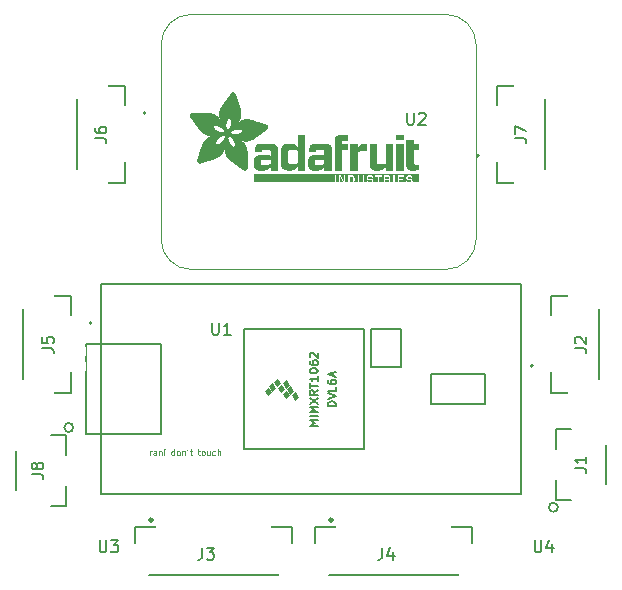
<source format=gto>
G04 #@! TF.GenerationSoftware,KiCad,Pcbnew,(5.1.9)-1*
G04 #@! TF.CreationDate,2021-04-18T01:47:18-07:00*
G04 #@! TF.ProjectId,UAS_Teensy,5541535f-5465-4656-9e73-792e6b696361,rev?*
G04 #@! TF.SameCoordinates,Original*
G04 #@! TF.FileFunction,Legend,Top*
G04 #@! TF.FilePolarity,Positive*
%FSLAX46Y46*%
G04 Gerber Fmt 4.6, Leading zero omitted, Abs format (unit mm)*
G04 Created by KiCad (PCBNEW (5.1.9)-1) date 2021-04-18 01:47:18*
%MOMM*%
%LPD*%
G01*
G04 APERTURE LIST*
%ADD10C,0.125000*%
%ADD11C,0.127000*%
%ADD12C,0.200000*%
%ADD13C,0.152400*%
%ADD14C,0.300000*%
%ADD15C,0.120000*%
%ADD16C,0.150000*%
%ADD17C,0.100000*%
%ADD18C,1.900000*%
%ADD19C,3.940000*%
%ADD20C,2.000000*%
G04 APERTURE END LIST*
D10*
X90507714Y-93190190D02*
X90507714Y-92856857D01*
X90507714Y-92952095D02*
X90531523Y-92904476D01*
X90555333Y-92880666D01*
X90602952Y-92856857D01*
X90650571Y-92856857D01*
X91031523Y-93190190D02*
X91031523Y-92928285D01*
X91007714Y-92880666D01*
X90960095Y-92856857D01*
X90864857Y-92856857D01*
X90817238Y-92880666D01*
X91031523Y-93166380D02*
X90983904Y-93190190D01*
X90864857Y-93190190D01*
X90817238Y-93166380D01*
X90793428Y-93118761D01*
X90793428Y-93071142D01*
X90817238Y-93023523D01*
X90864857Y-92999714D01*
X90983904Y-92999714D01*
X91031523Y-92975904D01*
X91269619Y-92856857D02*
X91269619Y-93190190D01*
X91269619Y-92904476D02*
X91293428Y-92880666D01*
X91341047Y-92856857D01*
X91412476Y-92856857D01*
X91460095Y-92880666D01*
X91483904Y-92928285D01*
X91483904Y-93190190D01*
X91722000Y-93190190D02*
X91722000Y-92856857D01*
X91722000Y-92690190D02*
X91698190Y-92714000D01*
X91722000Y-92737809D01*
X91745809Y-92714000D01*
X91722000Y-92690190D01*
X91722000Y-92737809D01*
X92555333Y-93190190D02*
X92555333Y-92690190D01*
X92555333Y-93166380D02*
X92507714Y-93190190D01*
X92412476Y-93190190D01*
X92364857Y-93166380D01*
X92341047Y-93142571D01*
X92317238Y-93094952D01*
X92317238Y-92952095D01*
X92341047Y-92904476D01*
X92364857Y-92880666D01*
X92412476Y-92856857D01*
X92507714Y-92856857D01*
X92555333Y-92880666D01*
X92864857Y-93190190D02*
X92817238Y-93166380D01*
X92793428Y-93142571D01*
X92769619Y-93094952D01*
X92769619Y-92952095D01*
X92793428Y-92904476D01*
X92817238Y-92880666D01*
X92864857Y-92856857D01*
X92936285Y-92856857D01*
X92983904Y-92880666D01*
X93007714Y-92904476D01*
X93031523Y-92952095D01*
X93031523Y-93094952D01*
X93007714Y-93142571D01*
X92983904Y-93166380D01*
X92936285Y-93190190D01*
X92864857Y-93190190D01*
X93245809Y-92856857D02*
X93245809Y-93190190D01*
X93245809Y-92904476D02*
X93269619Y-92880666D01*
X93317238Y-92856857D01*
X93388666Y-92856857D01*
X93436285Y-92880666D01*
X93460095Y-92928285D01*
X93460095Y-93190190D01*
X93722000Y-92690190D02*
X93674380Y-92785428D01*
X93864857Y-92856857D02*
X94055333Y-92856857D01*
X93936285Y-92690190D02*
X93936285Y-93118761D01*
X93960095Y-93166380D01*
X94007714Y-93190190D01*
X94055333Y-93190190D01*
X94531523Y-92856857D02*
X94722000Y-92856857D01*
X94602952Y-92690190D02*
X94602952Y-93118761D01*
X94626761Y-93166380D01*
X94674380Y-93190190D01*
X94722000Y-93190190D01*
X94960095Y-93190190D02*
X94912476Y-93166380D01*
X94888666Y-93142571D01*
X94864857Y-93094952D01*
X94864857Y-92952095D01*
X94888666Y-92904476D01*
X94912476Y-92880666D01*
X94960095Y-92856857D01*
X95031523Y-92856857D01*
X95079142Y-92880666D01*
X95102952Y-92904476D01*
X95126761Y-92952095D01*
X95126761Y-93094952D01*
X95102952Y-93142571D01*
X95079142Y-93166380D01*
X95031523Y-93190190D01*
X94960095Y-93190190D01*
X95555333Y-92856857D02*
X95555333Y-93190190D01*
X95341047Y-92856857D02*
X95341047Y-93118761D01*
X95364857Y-93166380D01*
X95412476Y-93190190D01*
X95483904Y-93190190D01*
X95531523Y-93166380D01*
X95555333Y-93142571D01*
X96007714Y-93166380D02*
X95960095Y-93190190D01*
X95864857Y-93190190D01*
X95817238Y-93166380D01*
X95793428Y-93142571D01*
X95769619Y-93094952D01*
X95769619Y-92952095D01*
X95793428Y-92904476D01*
X95817238Y-92880666D01*
X95864857Y-92856857D01*
X95960095Y-92856857D01*
X96007714Y-92880666D01*
X96222000Y-93190190D02*
X96222000Y-92690190D01*
X96436285Y-93190190D02*
X96436285Y-92928285D01*
X96412476Y-92880666D01*
X96364857Y-92856857D01*
X96293428Y-92856857D01*
X96245809Y-92880666D01*
X96222000Y-92904476D01*
D11*
X121315000Y-70165000D02*
X119895000Y-70165000D01*
X119895000Y-70165000D02*
X119895000Y-68400000D01*
X121325000Y-61915000D02*
X119895000Y-61915000D01*
X119895000Y-61915000D02*
X119895000Y-63680000D01*
X123945000Y-69080000D02*
X123945000Y-62990000D01*
D12*
X118345000Y-67840000D02*
G75*
G03*
X118345000Y-67840000I-100000J0D01*
G01*
D11*
X86965000Y-61915000D02*
X88385000Y-61915000D01*
X88385000Y-61915000D02*
X88385000Y-63680000D01*
X86955000Y-70165000D02*
X88385000Y-70165000D01*
X88385000Y-70165000D02*
X88385000Y-68400000D01*
X84335000Y-63000000D02*
X84335000Y-69090000D01*
D12*
X90135000Y-64240000D02*
G75*
G03*
X90135000Y-64240000I-100000J0D01*
G01*
D11*
X82393000Y-79695000D02*
X83813000Y-79695000D01*
X83813000Y-79695000D02*
X83813000Y-81460000D01*
X82383000Y-87945000D02*
X83813000Y-87945000D01*
X83813000Y-87945000D02*
X83813000Y-86180000D01*
X79763000Y-80780000D02*
X79763000Y-86870000D01*
D12*
X85563000Y-82020000D02*
G75*
G03*
X85563000Y-82020000I-100000J0D01*
G01*
D11*
X125887000Y-87945000D02*
X124467000Y-87945000D01*
X124467000Y-87945000D02*
X124467000Y-86180000D01*
X125897000Y-79695000D02*
X124467000Y-79695000D01*
X124467000Y-79695000D02*
X124467000Y-81460000D01*
X128517000Y-86860000D02*
X128517000Y-80770000D01*
D12*
X122917000Y-85620000D02*
G75*
G03*
X122917000Y-85620000I-100000J0D01*
G01*
D13*
X79133700Y-92841041D02*
X79133700Y-96134959D01*
X82143628Y-97485200D02*
X83426300Y-97485200D01*
X83426300Y-97485200D02*
X83426300Y-95775940D01*
X83426300Y-91490800D02*
X82143628Y-91490800D01*
X83426300Y-93200060D02*
X83426300Y-91490800D01*
X84005979Y-90855800D02*
G75*
G03*
X84005979Y-90855800I-381000J0D01*
G01*
D11*
X106225000Y-99310000D02*
X104500000Y-99310000D01*
X104500000Y-99310000D02*
X104500000Y-100660000D01*
X117750000Y-99310000D02*
X117750000Y-100660000D01*
X117750000Y-99310000D02*
X116025000Y-99310000D01*
X105625000Y-103360000D02*
X116625000Y-103360000D01*
D14*
X105925000Y-98660000D02*
G75*
G03*
X105925000Y-98660000I-100000J0D01*
G01*
D11*
X90985000Y-99310000D02*
X89260000Y-99310000D01*
X89260000Y-99310000D02*
X89260000Y-100660000D01*
X102510000Y-99310000D02*
X102510000Y-100660000D01*
X102510000Y-99310000D02*
X100785000Y-99310000D01*
X90385000Y-103360000D02*
X101385000Y-103360000D01*
D14*
X90685000Y-98660000D02*
G75*
G03*
X90685000Y-98660000I-100000J0D01*
G01*
D15*
X115570000Y-77470000D02*
X93980000Y-77470000D01*
X118110000Y-58420000D02*
X118110000Y-74930000D01*
X93980000Y-55880000D02*
X115570000Y-55880000D01*
X91440000Y-58420000D02*
X91440000Y-74930000D01*
D16*
G36*
X110766600Y-69542400D02*
G01*
X111118700Y-69542400D01*
X111118700Y-69525600D01*
X110766600Y-69525600D01*
X110766600Y-69542400D01*
G37*
G36*
X110112800Y-69592700D02*
G01*
X110314000Y-69592700D01*
X110314000Y-69575900D01*
X110112800Y-69575900D01*
X110112800Y-69592700D01*
G37*
G36*
X106240300Y-69559200D02*
G01*
X106508600Y-69559200D01*
X106508600Y-69542400D01*
X106240300Y-69542400D01*
X106240300Y-69559200D01*
G37*
G36*
X108604100Y-69609500D02*
G01*
X108872300Y-69609500D01*
X108872300Y-69592700D01*
X108604100Y-69592700D01*
X108604100Y-69609500D01*
G37*
G36*
X110112800Y-69575900D02*
G01*
X110314000Y-69575900D01*
X110314000Y-69559200D01*
X110112800Y-69559200D01*
X110112800Y-69575900D01*
G37*
G36*
X111219200Y-69559200D02*
G01*
X111504200Y-69559200D01*
X111504200Y-69542400D01*
X111219200Y-69542400D01*
X111219200Y-69559200D01*
G37*
G36*
X107732300Y-69559200D02*
G01*
X108084400Y-69559200D01*
X108084400Y-69542400D01*
X107732300Y-69542400D01*
X107732300Y-69559200D01*
G37*
G36*
X112694500Y-69609500D02*
G01*
X113298000Y-69609500D01*
X113298000Y-69592700D01*
X112694500Y-69592700D01*
X112694500Y-69609500D01*
G37*
G36*
X111219200Y-69542400D02*
G01*
X111504200Y-69542400D01*
X111504200Y-69525600D01*
X111219200Y-69525600D01*
X111219200Y-69542400D01*
G37*
G36*
X106659400Y-69542400D02*
G01*
X106944400Y-69542400D01*
X106944400Y-69525600D01*
X106659400Y-69525600D01*
X106659400Y-69542400D01*
G37*
G36*
X110112800Y-69542400D02*
G01*
X110314000Y-69542400D01*
X110314000Y-69525600D01*
X110112800Y-69525600D01*
X110112800Y-69542400D01*
G37*
G36*
X99300000Y-69559200D02*
G01*
X106139700Y-69559200D01*
X106139700Y-69542400D01*
X99300000Y-69542400D01*
X99300000Y-69559200D01*
G37*
G36*
X107648500Y-69525600D02*
G01*
X108084400Y-69525600D01*
X108084400Y-69508900D01*
X107648500Y-69508900D01*
X107648500Y-69525600D01*
G37*
G36*
X99300000Y-69525600D02*
G01*
X106139700Y-69525600D01*
X106139700Y-69508900D01*
X99300000Y-69508900D01*
X99300000Y-69525600D01*
G37*
G36*
X107045000Y-69525600D02*
G01*
X107296500Y-69525600D01*
X107296500Y-69508900D01*
X107045000Y-69508900D01*
X107045000Y-69525600D01*
G37*
G36*
X107698800Y-69542400D02*
G01*
X108084400Y-69542400D01*
X108084400Y-69525600D01*
X107698800Y-69525600D01*
X107698800Y-69542400D01*
G37*
G36*
X112644200Y-69542400D02*
G01*
X113298000Y-69542400D01*
X113298000Y-69525600D01*
X112644200Y-69525600D01*
X112644200Y-69542400D01*
G37*
G36*
X109308100Y-69542400D02*
G01*
X109559600Y-69542400D01*
X109559600Y-69525600D01*
X109308100Y-69525600D01*
X109308100Y-69542400D01*
G37*
G36*
X111973600Y-69559200D02*
G01*
X112241800Y-69559200D01*
X112241800Y-69542400D01*
X111973600Y-69542400D01*
X111973600Y-69559200D01*
G37*
G36*
X112677700Y-69559200D02*
G01*
X113298000Y-69559200D01*
X113298000Y-69542400D01*
X112677700Y-69542400D01*
X112677700Y-69559200D01*
G37*
G36*
X109324900Y-69559200D02*
G01*
X109559600Y-69559200D01*
X109559600Y-69542400D01*
X109324900Y-69542400D01*
X109324900Y-69559200D01*
G37*
G36*
X108185000Y-69559200D02*
G01*
X108503500Y-69559200D01*
X108503500Y-69542400D01*
X108185000Y-69542400D01*
X108185000Y-69559200D01*
G37*
G36*
X112677700Y-69575900D02*
G01*
X113298000Y-69575900D01*
X113298000Y-69559200D01*
X112677700Y-69559200D01*
X112677700Y-69575900D01*
G37*
G36*
X109341700Y-69575900D02*
G01*
X109559600Y-69575900D01*
X109559600Y-69559200D01*
X109341700Y-69559200D01*
X109341700Y-69575900D01*
G37*
G36*
X107045000Y-69575900D02*
G01*
X107296500Y-69575900D01*
X107296500Y-69559200D01*
X107045000Y-69559200D01*
X107045000Y-69575900D01*
G37*
G36*
X111973600Y-69592700D02*
G01*
X112225100Y-69592700D01*
X112225100Y-69575900D01*
X111973600Y-69575900D01*
X111973600Y-69592700D01*
G37*
G36*
X109358400Y-69592700D02*
G01*
X109559600Y-69592700D01*
X109559600Y-69575900D01*
X109358400Y-69575900D01*
X109358400Y-69592700D01*
G37*
G36*
X108604100Y-69592700D02*
G01*
X108889000Y-69592700D01*
X108889000Y-69575900D01*
X108604100Y-69575900D01*
X108604100Y-69592700D01*
G37*
G36*
X108185000Y-69542400D02*
G01*
X108503500Y-69542400D01*
X108503500Y-69525600D01*
X108185000Y-69525600D01*
X108185000Y-69542400D01*
G37*
G36*
X99300000Y-69542400D02*
G01*
X106139700Y-69542400D01*
X106139700Y-69525600D01*
X99300000Y-69525600D01*
X99300000Y-69542400D01*
G37*
G36*
X108604100Y-69559200D02*
G01*
X108905800Y-69559200D01*
X108905800Y-69542400D01*
X108604100Y-69542400D01*
X108604100Y-69559200D01*
G37*
G36*
X106659400Y-69559200D02*
G01*
X106944400Y-69559200D01*
X106944400Y-69542400D01*
X106659400Y-69542400D01*
X106659400Y-69559200D01*
G37*
G36*
X108604100Y-69542400D02*
G01*
X108939300Y-69542400D01*
X108939300Y-69525600D01*
X108604100Y-69525600D01*
X108604100Y-69542400D01*
G37*
G36*
X107045000Y-69559200D02*
G01*
X107296500Y-69559200D01*
X107296500Y-69542400D01*
X107045000Y-69542400D01*
X107045000Y-69559200D01*
G37*
G36*
X111219200Y-69575900D02*
G01*
X111504200Y-69575900D01*
X111504200Y-69559200D01*
X111219200Y-69559200D01*
X111219200Y-69575900D01*
G37*
G36*
X106642700Y-69525600D02*
G01*
X106944400Y-69525600D01*
X106944400Y-69508900D01*
X106642700Y-69508900D01*
X106642700Y-69525600D01*
G37*
G36*
X106240300Y-69525600D02*
G01*
X106508600Y-69525600D01*
X106508600Y-69508900D01*
X106240300Y-69508900D01*
X106240300Y-69525600D01*
G37*
G36*
X99300000Y-69575900D02*
G01*
X106139700Y-69575900D01*
X106139700Y-69559200D01*
X99300000Y-69559200D01*
X99300000Y-69575900D01*
G37*
G36*
X108185000Y-69592700D02*
G01*
X108503500Y-69592700D01*
X108503500Y-69575900D01*
X108185000Y-69575900D01*
X108185000Y-69592700D01*
G37*
G36*
X111973600Y-69542400D02*
G01*
X112275400Y-69542400D01*
X112275400Y-69525600D01*
X111973600Y-69525600D01*
X111973600Y-69542400D01*
G37*
G36*
X111973600Y-69575900D02*
G01*
X112225100Y-69575900D01*
X112225100Y-69559200D01*
X111973600Y-69559200D01*
X111973600Y-69575900D01*
G37*
G36*
X108604100Y-69575900D02*
G01*
X108889000Y-69575900D01*
X108889000Y-69559200D01*
X108604100Y-69559200D01*
X108604100Y-69575900D01*
G37*
G36*
X107782600Y-69592700D02*
G01*
X108084400Y-69592700D01*
X108084400Y-69575900D01*
X107782600Y-69575900D01*
X107782600Y-69592700D01*
G37*
G36*
X107045000Y-69592700D02*
G01*
X107296500Y-69592700D01*
X107296500Y-69575900D01*
X107045000Y-69575900D01*
X107045000Y-69592700D01*
G37*
G36*
X110783400Y-69559200D02*
G01*
X111118700Y-69559200D01*
X111118700Y-69542400D01*
X110783400Y-69542400D01*
X110783400Y-69559200D01*
G37*
G36*
X110800100Y-69575900D02*
G01*
X111118700Y-69575900D01*
X111118700Y-69559200D01*
X110800100Y-69559200D01*
X110800100Y-69575900D01*
G37*
G36*
X106676200Y-69592700D02*
G01*
X106944400Y-69592700D01*
X106944400Y-69575900D01*
X106676200Y-69575900D01*
X106676200Y-69592700D01*
G37*
G36*
X106240300Y-69592700D02*
G01*
X106508600Y-69592700D01*
X106508600Y-69575900D01*
X106240300Y-69575900D01*
X106240300Y-69592700D01*
G37*
G36*
X111973600Y-69609500D02*
G01*
X112225100Y-69609500D01*
X112225100Y-69592700D01*
X111973600Y-69592700D01*
X111973600Y-69609500D01*
G37*
G36*
X106240300Y-69542400D02*
G01*
X106508600Y-69542400D01*
X106508600Y-69525600D01*
X106240300Y-69525600D01*
X106240300Y-69542400D01*
G37*
G36*
X106240300Y-69575900D02*
G01*
X106508600Y-69575900D01*
X106508600Y-69559200D01*
X106240300Y-69559200D01*
X106240300Y-69575900D01*
G37*
G36*
X110800100Y-69592700D02*
G01*
X111118700Y-69592700D01*
X111118700Y-69575900D01*
X110800100Y-69575900D01*
X110800100Y-69592700D01*
G37*
G36*
X111219200Y-69609500D02*
G01*
X111504200Y-69609500D01*
X111504200Y-69592700D01*
X111219200Y-69592700D01*
X111219200Y-69609500D01*
G37*
G36*
X110816900Y-69609500D02*
G01*
X111118700Y-69609500D01*
X111118700Y-69592700D01*
X110816900Y-69592700D01*
X110816900Y-69609500D01*
G37*
G36*
X107045000Y-69542400D02*
G01*
X107296500Y-69542400D01*
X107296500Y-69525600D01*
X107045000Y-69525600D01*
X107045000Y-69542400D01*
G37*
G36*
X110112800Y-69609500D02*
G01*
X110314000Y-69609500D01*
X110314000Y-69592700D01*
X110112800Y-69592700D01*
X110112800Y-69609500D01*
G37*
G36*
X107765900Y-69575900D02*
G01*
X108084400Y-69575900D01*
X108084400Y-69559200D01*
X107765900Y-69559200D01*
X107765900Y-69575900D01*
G37*
G36*
X109358400Y-69609500D02*
G01*
X109559600Y-69609500D01*
X109559600Y-69592700D01*
X109358400Y-69592700D01*
X109358400Y-69609500D01*
G37*
G36*
X112694500Y-69592700D02*
G01*
X113298000Y-69592700D01*
X113298000Y-69575900D01*
X112694500Y-69575900D01*
X112694500Y-69592700D01*
G37*
G36*
X108185000Y-69575900D02*
G01*
X108503500Y-69575900D01*
X108503500Y-69559200D01*
X108185000Y-69559200D01*
X108185000Y-69575900D01*
G37*
G36*
X99300000Y-69592700D02*
G01*
X106139700Y-69592700D01*
X106139700Y-69575900D01*
X99300000Y-69575900D01*
X99300000Y-69592700D01*
G37*
G36*
X110112800Y-69559200D02*
G01*
X110314000Y-69559200D01*
X110314000Y-69542400D01*
X110112800Y-69542400D01*
X110112800Y-69559200D01*
G37*
G36*
X106676200Y-69575900D02*
G01*
X106944400Y-69575900D01*
X106944400Y-69559200D01*
X106676200Y-69559200D01*
X106676200Y-69575900D01*
G37*
G36*
X111219200Y-69592700D02*
G01*
X111504200Y-69592700D01*
X111504200Y-69575900D01*
X111219200Y-69575900D01*
X111219200Y-69592700D01*
G37*
G36*
X110481600Y-68318600D02*
G01*
X111118700Y-68318600D01*
X111118700Y-68301900D01*
X110481600Y-68301900D01*
X110481600Y-68318600D01*
G37*
G36*
X109090200Y-68318600D02*
G01*
X109727200Y-68318600D01*
X109727200Y-68301900D01*
X109090200Y-68301900D01*
X109090200Y-68318600D01*
G37*
G36*
X101563200Y-68318600D02*
G01*
X102200200Y-68318600D01*
X102200200Y-68301900D01*
X101563200Y-68301900D01*
X101563200Y-68318600D01*
G37*
G36*
X112191500Y-68318600D02*
G01*
X112828600Y-68318600D01*
X112828600Y-68301900D01*
X112191500Y-68301900D01*
X112191500Y-68318600D01*
G37*
G36*
X111336600Y-68301900D02*
G01*
X111973600Y-68301900D01*
X111973600Y-68285100D01*
X111336600Y-68285100D01*
X111336600Y-68301900D01*
G37*
G36*
X111336600Y-68318600D02*
G01*
X111973600Y-68318600D01*
X111973600Y-68301900D01*
X111336600Y-68301900D01*
X111336600Y-68318600D01*
G37*
G36*
X112191500Y-68335400D02*
G01*
X112828600Y-68335400D01*
X112828600Y-68318600D01*
X112191500Y-68318600D01*
X112191500Y-68335400D01*
G37*
G36*
X99316800Y-68335400D02*
G01*
X99920300Y-68335400D01*
X99920300Y-68318600D01*
X99316800Y-68318600D01*
X99316800Y-68335400D01*
G37*
G36*
X112191500Y-68301900D02*
G01*
X112828600Y-68301900D01*
X112828600Y-68285100D01*
X112191500Y-68285100D01*
X112191500Y-68301900D01*
G37*
G36*
X103876600Y-68301900D02*
G01*
X104496900Y-68301900D01*
X104496900Y-68285100D01*
X103876600Y-68285100D01*
X103876600Y-68301900D01*
G37*
G36*
X103876600Y-68352200D02*
G01*
X104480100Y-68352200D01*
X104480100Y-68335400D01*
X103876600Y-68335400D01*
X103876600Y-68352200D01*
G37*
G36*
X99316800Y-68352200D02*
G01*
X99920300Y-68352200D01*
X99920300Y-68335400D01*
X99316800Y-68335400D01*
X99316800Y-68352200D01*
G37*
G36*
X100708200Y-68285100D02*
G01*
X101345200Y-68285100D01*
X101345200Y-68268300D01*
X100708200Y-68268300D01*
X100708200Y-68285100D01*
G37*
G36*
X101563200Y-68285100D02*
G01*
X102200200Y-68285100D01*
X102200200Y-68268300D01*
X101563200Y-68268300D01*
X101563200Y-68285100D01*
G37*
G36*
X103021600Y-68285100D02*
G01*
X103641900Y-68285100D01*
X103641900Y-68268300D01*
X103021600Y-68268300D01*
X103021600Y-68285100D01*
G37*
G36*
X103021600Y-68318600D02*
G01*
X103641900Y-68318600D01*
X103641900Y-68301900D01*
X103021600Y-68301900D01*
X103021600Y-68318600D01*
G37*
G36*
X94488800Y-68318600D02*
G01*
X95427500Y-68318600D01*
X95427500Y-68301900D01*
X94488800Y-68301900D01*
X94488800Y-68318600D01*
G37*
G36*
X107447300Y-68335400D02*
G01*
X108084400Y-68335400D01*
X108084400Y-68318600D01*
X107447300Y-68318600D01*
X107447300Y-68335400D01*
G37*
G36*
X94488800Y-68301900D02*
G01*
X95477800Y-68301900D01*
X95477800Y-68285100D01*
X94488800Y-68285100D01*
X94488800Y-68301900D01*
G37*
G36*
X103876600Y-68335400D02*
G01*
X104480100Y-68335400D01*
X104480100Y-68318600D01*
X103876600Y-68318600D01*
X103876600Y-68335400D01*
G37*
G36*
X109090200Y-68352200D02*
G01*
X109727200Y-68352200D01*
X109727200Y-68335400D01*
X109090200Y-68335400D01*
X109090200Y-68352200D01*
G37*
G36*
X94488800Y-68285100D02*
G01*
X95511400Y-68285100D01*
X95511400Y-68268300D01*
X94488800Y-68268300D01*
X94488800Y-68285100D01*
G37*
G36*
X107447300Y-68301900D02*
G01*
X108084400Y-68301900D01*
X108084400Y-68285100D01*
X107447300Y-68285100D01*
X107447300Y-68301900D01*
G37*
G36*
X107447300Y-68318600D02*
G01*
X108084400Y-68318600D01*
X108084400Y-68301900D01*
X107447300Y-68301900D01*
X107447300Y-68318600D01*
G37*
G36*
X107447300Y-68352200D02*
G01*
X108084400Y-68352200D01*
X108084400Y-68335400D01*
X107447300Y-68335400D01*
X107447300Y-68352200D01*
G37*
G36*
X101563200Y-68335400D02*
G01*
X102200200Y-68335400D01*
X102200200Y-68318600D01*
X101563200Y-68318600D01*
X101563200Y-68335400D01*
G37*
G36*
X105268000Y-68352200D02*
G01*
X105905000Y-68352200D01*
X105905000Y-68335400D01*
X105268000Y-68335400D01*
X105268000Y-68352200D01*
G37*
G36*
X106139700Y-68352200D02*
G01*
X106776800Y-68352200D01*
X106776800Y-68335400D01*
X106139700Y-68335400D01*
X106139700Y-68352200D01*
G37*
G36*
X110481600Y-68301900D02*
G01*
X111118700Y-68301900D01*
X111118700Y-68285100D01*
X110481600Y-68285100D01*
X110481600Y-68301900D01*
G37*
G36*
X99316800Y-68318600D02*
G01*
X99920300Y-68318600D01*
X99920300Y-68301900D01*
X99316800Y-68301900D01*
X99316800Y-68318600D01*
G37*
G36*
X103021600Y-68352200D02*
G01*
X103641900Y-68352200D01*
X103641900Y-68335400D01*
X103021600Y-68335400D01*
X103021600Y-68352200D01*
G37*
G36*
X106139700Y-68335400D02*
G01*
X106776800Y-68335400D01*
X106776800Y-68318600D01*
X106139700Y-68318600D01*
X106139700Y-68335400D01*
G37*
G36*
X109090200Y-68335400D02*
G01*
X109727200Y-68335400D01*
X109727200Y-68318600D01*
X109090200Y-68318600D01*
X109090200Y-68335400D01*
G37*
G36*
X105268000Y-68335400D02*
G01*
X105905000Y-68335400D01*
X105905000Y-68318600D01*
X105268000Y-68318600D01*
X105268000Y-68335400D01*
G37*
G36*
X103021600Y-68335400D02*
G01*
X103641900Y-68335400D01*
X103641900Y-68318600D01*
X103021600Y-68318600D01*
X103021600Y-68335400D01*
G37*
G36*
X112191500Y-68352200D02*
G01*
X112828600Y-68352200D01*
X112828600Y-68335400D01*
X112191500Y-68335400D01*
X112191500Y-68352200D01*
G37*
G36*
X111336600Y-68352200D02*
G01*
X111973600Y-68352200D01*
X111973600Y-68335400D01*
X111336600Y-68335400D01*
X111336600Y-68352200D01*
G37*
G36*
X97305100Y-68285100D02*
G01*
X98780300Y-68285100D01*
X98780300Y-68268300D01*
X97305100Y-68268300D01*
X97305100Y-68285100D01*
G37*
G36*
X110481600Y-68352200D02*
G01*
X111118700Y-68352200D01*
X111118700Y-68335400D01*
X110481600Y-68335400D01*
X110481600Y-68352200D01*
G37*
G36*
X101563200Y-68352200D02*
G01*
X102200200Y-68352200D01*
X102200200Y-68335400D01*
X101563200Y-68335400D01*
X101563200Y-68352200D01*
G37*
G36*
X100708200Y-68301900D02*
G01*
X101345200Y-68301900D01*
X101345200Y-68285100D01*
X100708200Y-68285100D01*
X100708200Y-68301900D01*
G37*
G36*
X106139700Y-68318600D02*
G01*
X106776800Y-68318600D01*
X106776800Y-68301900D01*
X106139700Y-68301900D01*
X106139700Y-68318600D01*
G37*
G36*
X99316800Y-68301900D02*
G01*
X99920300Y-68301900D01*
X99920300Y-68285100D01*
X99316800Y-68285100D01*
X99316800Y-68301900D01*
G37*
G36*
X100708200Y-68352200D02*
G01*
X101345200Y-68352200D01*
X101345200Y-68335400D01*
X100708200Y-68335400D01*
X100708200Y-68352200D01*
G37*
G36*
X97355400Y-68335400D02*
G01*
X98780300Y-68335400D01*
X98780300Y-68318600D01*
X97355400Y-68318600D01*
X97355400Y-68335400D01*
G37*
G36*
X97388900Y-68352200D02*
G01*
X98780300Y-68352200D01*
X98780300Y-68335400D01*
X97388900Y-68335400D01*
X97388900Y-68352200D01*
G37*
G36*
X94488800Y-68352200D02*
G01*
X95327000Y-68352200D01*
X95327000Y-68335400D01*
X94488800Y-68335400D01*
X94488800Y-68352200D01*
G37*
G36*
X99316800Y-68285100D02*
G01*
X99920300Y-68285100D01*
X99920300Y-68268300D01*
X99316800Y-68268300D01*
X99316800Y-68285100D01*
G37*
G36*
X94488800Y-68335400D02*
G01*
X95360500Y-68335400D01*
X95360500Y-68318600D01*
X94488800Y-68318600D01*
X94488800Y-68335400D01*
G37*
G36*
X106139700Y-68301900D02*
G01*
X106776800Y-68301900D01*
X106776800Y-68285100D01*
X106139700Y-68285100D01*
X106139700Y-68301900D01*
G37*
G36*
X97305100Y-68301900D02*
G01*
X98780300Y-68301900D01*
X98780300Y-68285100D01*
X97305100Y-68285100D01*
X97305100Y-68301900D01*
G37*
G36*
X100708200Y-68318600D02*
G01*
X101345200Y-68318600D01*
X101345200Y-68301900D01*
X100708200Y-68301900D01*
X100708200Y-68318600D01*
G37*
G36*
X111336600Y-68335400D02*
G01*
X111973600Y-68335400D01*
X111973600Y-68318600D01*
X111336600Y-68318600D01*
X111336600Y-68335400D01*
G37*
G36*
X110481600Y-68335400D02*
G01*
X111118700Y-68335400D01*
X111118700Y-68318600D01*
X110481600Y-68318600D01*
X110481600Y-68335400D01*
G37*
G36*
X112191500Y-68368900D02*
G01*
X112828600Y-68368900D01*
X112828600Y-68352200D01*
X112191500Y-68352200D01*
X112191500Y-68368900D01*
G37*
G36*
X111336600Y-68368900D02*
G01*
X111973600Y-68368900D01*
X111973600Y-68352200D01*
X111336600Y-68352200D01*
X111336600Y-68368900D01*
G37*
G36*
X103876600Y-68318600D02*
G01*
X104496900Y-68318600D01*
X104496900Y-68301900D01*
X103876600Y-68301900D01*
X103876600Y-68318600D01*
G37*
G36*
X101563200Y-68301900D02*
G01*
X102200200Y-68301900D01*
X102200200Y-68285100D01*
X101563200Y-68285100D01*
X101563200Y-68301900D01*
G37*
G36*
X97338600Y-68318600D02*
G01*
X98780300Y-68318600D01*
X98780300Y-68301900D01*
X97338600Y-68301900D01*
X97338600Y-68318600D01*
G37*
G36*
X105268000Y-68318600D02*
G01*
X105905000Y-68318600D01*
X105905000Y-68301900D01*
X105268000Y-68301900D01*
X105268000Y-68318600D01*
G37*
G36*
X100708200Y-68335400D02*
G01*
X101345200Y-68335400D01*
X101345200Y-68318600D01*
X100708200Y-68318600D01*
X100708200Y-68335400D01*
G37*
G36*
X105268000Y-68301900D02*
G01*
X105905000Y-68301900D01*
X105905000Y-68285100D01*
X105268000Y-68285100D01*
X105268000Y-68301900D01*
G37*
G36*
X103021600Y-68301900D02*
G01*
X103641900Y-68301900D01*
X103641900Y-68285100D01*
X103021600Y-68285100D01*
X103021600Y-68301900D01*
G37*
G36*
X109090200Y-68301900D02*
G01*
X109727200Y-68301900D01*
X109727200Y-68285100D01*
X109090200Y-68285100D01*
X109090200Y-68301900D01*
G37*
G36*
X101563200Y-68385700D02*
G01*
X102200200Y-68385700D01*
X102200200Y-68368900D01*
X101563200Y-68368900D01*
X101563200Y-68385700D01*
G37*
G36*
X106139700Y-68402500D02*
G01*
X106776800Y-68402500D01*
X106776800Y-68385700D01*
X106139700Y-68385700D01*
X106139700Y-68402500D01*
G37*
G36*
X103021600Y-68402500D02*
G01*
X103641900Y-68402500D01*
X103641900Y-68385700D01*
X103021600Y-68385700D01*
X103021600Y-68402500D01*
G37*
G36*
X97456000Y-68402500D02*
G01*
X98780300Y-68402500D01*
X98780300Y-68385700D01*
X97456000Y-68385700D01*
X97456000Y-68402500D01*
G37*
G36*
X107447300Y-68368900D02*
G01*
X108084400Y-68368900D01*
X108084400Y-68352200D01*
X107447300Y-68352200D01*
X107447300Y-68368900D01*
G37*
G36*
X103876600Y-68385700D02*
G01*
X104480100Y-68385700D01*
X104480100Y-68368900D01*
X103876600Y-68368900D01*
X103876600Y-68385700D01*
G37*
G36*
X100708200Y-68385700D02*
G01*
X101345200Y-68385700D01*
X101345200Y-68368900D01*
X100708200Y-68368900D01*
X100708200Y-68385700D01*
G37*
G36*
X110481600Y-68436000D02*
G01*
X111118700Y-68436000D01*
X111118700Y-68419200D01*
X110481600Y-68419200D01*
X110481600Y-68436000D01*
G37*
G36*
X109090200Y-68368900D02*
G01*
X109727200Y-68368900D01*
X109727200Y-68352200D01*
X109090200Y-68352200D01*
X109090200Y-68368900D01*
G37*
G36*
X100708200Y-68368900D02*
G01*
X101345200Y-68368900D01*
X101345200Y-68352200D01*
X100708200Y-68352200D01*
X100708200Y-68368900D01*
G37*
G36*
X109090200Y-68436000D02*
G01*
X109744000Y-68436000D01*
X109744000Y-68419200D01*
X109090200Y-68419200D01*
X109090200Y-68436000D01*
G37*
G36*
X101579900Y-68436000D02*
G01*
X102217000Y-68436000D01*
X102217000Y-68419200D01*
X101579900Y-68419200D01*
X101579900Y-68436000D01*
G37*
G36*
X107447300Y-68385700D02*
G01*
X108084400Y-68385700D01*
X108084400Y-68368900D01*
X107447300Y-68368900D01*
X107447300Y-68385700D01*
G37*
G36*
X103876600Y-68419200D02*
G01*
X104480100Y-68419200D01*
X104480100Y-68402500D01*
X103876600Y-68402500D01*
X103876600Y-68419200D01*
G37*
G36*
X100708200Y-68402500D02*
G01*
X101345200Y-68402500D01*
X101345200Y-68385700D01*
X100708200Y-68385700D01*
X100708200Y-68402500D01*
G37*
G36*
X111336600Y-68419200D02*
G01*
X111973600Y-68419200D01*
X111973600Y-68402500D01*
X111336600Y-68402500D01*
X111336600Y-68419200D01*
G37*
G36*
X103021600Y-68419200D02*
G01*
X103641900Y-68419200D01*
X103641900Y-68402500D01*
X103021600Y-68402500D01*
X103021600Y-68419200D01*
G37*
G36*
X103021600Y-68385700D02*
G01*
X103641900Y-68385700D01*
X103641900Y-68368900D01*
X103021600Y-68368900D01*
X103021600Y-68385700D01*
G37*
G36*
X94522300Y-68419200D02*
G01*
X95125800Y-68419200D01*
X95125800Y-68402500D01*
X94522300Y-68402500D01*
X94522300Y-68419200D01*
G37*
G36*
X100708200Y-68419200D02*
G01*
X101345200Y-68419200D01*
X101345200Y-68402500D01*
X100708200Y-68402500D01*
X100708200Y-68419200D01*
G37*
G36*
X112191500Y-68419200D02*
G01*
X112828600Y-68419200D01*
X112828600Y-68402500D01*
X112191500Y-68402500D01*
X112191500Y-68419200D01*
G37*
G36*
X110481600Y-68368900D02*
G01*
X111118700Y-68368900D01*
X111118700Y-68352200D01*
X110481600Y-68352200D01*
X110481600Y-68368900D01*
G37*
G36*
X103876600Y-68368900D02*
G01*
X104480100Y-68368900D01*
X104480100Y-68352200D01*
X103876600Y-68352200D01*
X103876600Y-68368900D01*
G37*
G36*
X109090200Y-68385700D02*
G01*
X109727200Y-68385700D01*
X109727200Y-68368900D01*
X109090200Y-68368900D01*
X109090200Y-68385700D01*
G37*
G36*
X110481600Y-68385700D02*
G01*
X111118700Y-68385700D01*
X111118700Y-68368900D01*
X110481600Y-68368900D01*
X110481600Y-68385700D01*
G37*
G36*
X105268000Y-68385700D02*
G01*
X105905000Y-68385700D01*
X105905000Y-68368900D01*
X105268000Y-68368900D01*
X105268000Y-68385700D01*
G37*
G36*
X111336600Y-68402500D02*
G01*
X111973600Y-68402500D01*
X111973600Y-68385700D01*
X111336600Y-68385700D01*
X111336600Y-68402500D01*
G37*
G36*
X109090200Y-68402500D02*
G01*
X109727200Y-68402500D01*
X109727200Y-68385700D01*
X109090200Y-68385700D01*
X109090200Y-68402500D01*
G37*
G36*
X106139700Y-68368900D02*
G01*
X106776800Y-68368900D01*
X106776800Y-68352200D01*
X106139700Y-68352200D01*
X106139700Y-68368900D01*
G37*
G36*
X103876600Y-68402500D02*
G01*
X104480100Y-68402500D01*
X104480100Y-68385700D01*
X103876600Y-68385700D01*
X103876600Y-68402500D01*
G37*
G36*
X101563200Y-68402500D02*
G01*
X102200200Y-68402500D01*
X102200200Y-68385700D01*
X101563200Y-68385700D01*
X101563200Y-68402500D01*
G37*
G36*
X94522300Y-68402500D02*
G01*
X95176100Y-68402500D01*
X95176100Y-68385700D01*
X94522300Y-68385700D01*
X94522300Y-68402500D01*
G37*
G36*
X106139700Y-68419200D02*
G01*
X106776800Y-68419200D01*
X106776800Y-68402500D01*
X106139700Y-68402500D01*
X106139700Y-68419200D01*
G37*
G36*
X105268000Y-68419200D02*
G01*
X105905000Y-68419200D01*
X105905000Y-68402500D01*
X105268000Y-68402500D01*
X105268000Y-68419200D01*
G37*
G36*
X101563200Y-68419200D02*
G01*
X102200200Y-68419200D01*
X102200200Y-68402500D01*
X101563200Y-68402500D01*
X101563200Y-68419200D01*
G37*
G36*
X99300000Y-68419200D02*
G01*
X99920300Y-68419200D01*
X99920300Y-68402500D01*
X99300000Y-68402500D01*
X99300000Y-68419200D01*
G37*
G36*
X105268000Y-68402500D02*
G01*
X105905000Y-68402500D01*
X105905000Y-68385700D01*
X105268000Y-68385700D01*
X105268000Y-68402500D01*
G37*
G36*
X109090200Y-68419200D02*
G01*
X109727200Y-68419200D01*
X109727200Y-68402500D01*
X109090200Y-68402500D01*
X109090200Y-68419200D01*
G37*
G36*
X97472800Y-68419200D02*
G01*
X98780300Y-68419200D01*
X98780300Y-68402500D01*
X97472800Y-68402500D01*
X97472800Y-68419200D01*
G37*
G36*
X112191500Y-68436000D02*
G01*
X112828600Y-68436000D01*
X112828600Y-68419200D01*
X112191500Y-68419200D01*
X112191500Y-68436000D01*
G37*
G36*
X94505500Y-68368900D02*
G01*
X95276700Y-68368900D01*
X95276700Y-68352200D01*
X94505500Y-68352200D01*
X94505500Y-68368900D01*
G37*
G36*
X106139700Y-68385700D02*
G01*
X106776800Y-68385700D01*
X106776800Y-68368900D01*
X106139700Y-68368900D01*
X106139700Y-68385700D01*
G37*
G36*
X107447300Y-68402500D02*
G01*
X108084400Y-68402500D01*
X108084400Y-68385700D01*
X107447300Y-68385700D01*
X107447300Y-68402500D01*
G37*
G36*
X99300000Y-68402500D02*
G01*
X99920300Y-68402500D01*
X99920300Y-68385700D01*
X99300000Y-68385700D01*
X99300000Y-68402500D01*
G37*
G36*
X111336600Y-68436000D02*
G01*
X111973600Y-68436000D01*
X111973600Y-68419200D01*
X111336600Y-68419200D01*
X111336600Y-68436000D01*
G37*
G36*
X105268000Y-68436000D02*
G01*
X105905000Y-68436000D01*
X105905000Y-68419200D01*
X105268000Y-68419200D01*
X105268000Y-68436000D01*
G37*
G36*
X103876600Y-68436000D02*
G01*
X104480100Y-68436000D01*
X104480100Y-68419200D01*
X103876600Y-68419200D01*
X103876600Y-68436000D01*
G37*
G36*
X107447300Y-68436000D02*
G01*
X108084400Y-68436000D01*
X108084400Y-68419200D01*
X107447300Y-68419200D01*
X107447300Y-68436000D01*
G37*
G36*
X112191500Y-68385700D02*
G01*
X112828600Y-68385700D01*
X112828600Y-68368900D01*
X112191500Y-68368900D01*
X112191500Y-68385700D01*
G37*
G36*
X103021600Y-68368900D02*
G01*
X103641900Y-68368900D01*
X103641900Y-68352200D01*
X103021600Y-68352200D01*
X103021600Y-68368900D01*
G37*
G36*
X94505500Y-68385700D02*
G01*
X95209600Y-68385700D01*
X95209600Y-68368900D01*
X94505500Y-68368900D01*
X94505500Y-68385700D01*
G37*
G36*
X111336600Y-68385700D02*
G01*
X111973600Y-68385700D01*
X111973600Y-68368900D01*
X111336600Y-68368900D01*
X111336600Y-68385700D01*
G37*
G36*
X99300000Y-68385700D02*
G01*
X99920300Y-68385700D01*
X99920300Y-68368900D01*
X99300000Y-68368900D01*
X99300000Y-68385700D01*
G37*
G36*
X97439200Y-68385700D02*
G01*
X98780300Y-68385700D01*
X98780300Y-68368900D01*
X97439200Y-68368900D01*
X97439200Y-68385700D01*
G37*
G36*
X110481600Y-68402500D02*
G01*
X111118700Y-68402500D01*
X111118700Y-68385700D01*
X110481600Y-68385700D01*
X110481600Y-68402500D01*
G37*
G36*
X112191500Y-68402500D02*
G01*
X112828600Y-68402500D01*
X112828600Y-68385700D01*
X112191500Y-68385700D01*
X112191500Y-68402500D01*
G37*
G36*
X110481600Y-68419200D02*
G01*
X111118700Y-68419200D01*
X111118700Y-68402500D01*
X110481600Y-68402500D01*
X110481600Y-68419200D01*
G37*
G36*
X97405700Y-68368900D02*
G01*
X98780300Y-68368900D01*
X98780300Y-68352200D01*
X97405700Y-68352200D01*
X97405700Y-68368900D01*
G37*
G36*
X107447300Y-68419200D02*
G01*
X108084400Y-68419200D01*
X108084400Y-68402500D01*
X107447300Y-68402500D01*
X107447300Y-68419200D01*
G37*
G36*
X103021600Y-68436000D02*
G01*
X103641900Y-68436000D01*
X103641900Y-68419200D01*
X103021600Y-68419200D01*
X103021600Y-68436000D01*
G37*
G36*
X106139700Y-68436000D02*
G01*
X106776800Y-68436000D01*
X106776800Y-68419200D01*
X106139700Y-68419200D01*
X106139700Y-68436000D01*
G37*
G36*
X101563200Y-68368900D02*
G01*
X102200200Y-68368900D01*
X102200200Y-68352200D01*
X101563200Y-68352200D01*
X101563200Y-68368900D01*
G37*
G36*
X99300000Y-68368900D02*
G01*
X99920300Y-68368900D01*
X99920300Y-68352200D01*
X99300000Y-68352200D01*
X99300000Y-68368900D01*
G37*
G36*
X105268000Y-68368900D02*
G01*
X105905000Y-68368900D01*
X105905000Y-68352200D01*
X105268000Y-68352200D01*
X105268000Y-68368900D01*
G37*
G36*
X103876600Y-68503000D02*
G01*
X104480100Y-68503000D01*
X104480100Y-68486300D01*
X103876600Y-68486300D01*
X103876600Y-68503000D01*
G37*
G36*
X100708200Y-68503000D02*
G01*
X101345200Y-68503000D01*
X101345200Y-68486300D01*
X100708200Y-68486300D01*
X100708200Y-68503000D01*
G37*
G36*
X97539800Y-68469500D02*
G01*
X98780300Y-68469500D01*
X98780300Y-68452700D01*
X97539800Y-68452700D01*
X97539800Y-68469500D01*
G37*
G36*
X97590100Y-68503000D02*
G01*
X98780300Y-68503000D01*
X98780300Y-68486300D01*
X97590100Y-68486300D01*
X97590100Y-68503000D01*
G37*
G36*
X111336600Y-68452700D02*
G01*
X111973600Y-68452700D01*
X111973600Y-68436000D01*
X111336600Y-68436000D01*
X111336600Y-68452700D01*
G37*
G36*
X105268000Y-68452700D02*
G01*
X105905000Y-68452700D01*
X105905000Y-68436000D01*
X105268000Y-68436000D01*
X105268000Y-68452700D01*
G37*
G36*
X101579900Y-68469500D02*
G01*
X102233700Y-68469500D01*
X102233700Y-68452700D01*
X101579900Y-68452700D01*
X101579900Y-68469500D01*
G37*
G36*
X107447300Y-68486300D02*
G01*
X108084400Y-68486300D01*
X108084400Y-68469500D01*
X107447300Y-68469500D01*
X107447300Y-68486300D01*
G37*
G36*
X112191500Y-68486300D02*
G01*
X112828600Y-68486300D01*
X112828600Y-68469500D01*
X112191500Y-68469500D01*
X112191500Y-68486300D01*
G37*
G36*
X106139700Y-68452700D02*
G01*
X106776800Y-68452700D01*
X106776800Y-68436000D01*
X106139700Y-68436000D01*
X106139700Y-68452700D01*
G37*
G36*
X107447300Y-68452700D02*
G01*
X108084400Y-68452700D01*
X108084400Y-68436000D01*
X107447300Y-68436000D01*
X107447300Y-68452700D01*
G37*
G36*
X94572600Y-68469500D02*
G01*
X94958200Y-68469500D01*
X94958200Y-68452700D01*
X94572600Y-68452700D01*
X94572600Y-68469500D01*
G37*
G36*
X112191500Y-68469500D02*
G01*
X112828600Y-68469500D01*
X112828600Y-68452700D01*
X112191500Y-68452700D01*
X112191500Y-68469500D01*
G37*
G36*
X103876600Y-68486300D02*
G01*
X104480100Y-68486300D01*
X104480100Y-68469500D01*
X103876600Y-68469500D01*
X103876600Y-68486300D01*
G37*
G36*
X97573300Y-68486300D02*
G01*
X98780300Y-68486300D01*
X98780300Y-68469500D01*
X97573300Y-68469500D01*
X97573300Y-68486300D01*
G37*
G36*
X94589300Y-68486300D02*
G01*
X94891100Y-68486300D01*
X94891100Y-68469500D01*
X94589300Y-68469500D01*
X94589300Y-68486300D01*
G37*
G36*
X112191500Y-68452700D02*
G01*
X112828600Y-68452700D01*
X112828600Y-68436000D01*
X112191500Y-68436000D01*
X112191500Y-68452700D01*
G37*
G36*
X101579900Y-68486300D02*
G01*
X102233700Y-68486300D01*
X102233700Y-68469500D01*
X101579900Y-68469500D01*
X101579900Y-68486300D01*
G37*
G36*
X112191500Y-68503000D02*
G01*
X112828600Y-68503000D01*
X112828600Y-68486300D01*
X112191500Y-68486300D01*
X112191500Y-68503000D01*
G37*
G36*
X103021600Y-68469500D02*
G01*
X103641900Y-68469500D01*
X103641900Y-68452700D01*
X103021600Y-68452700D01*
X103021600Y-68469500D01*
G37*
G36*
X110481600Y-68452700D02*
G01*
X111118700Y-68452700D01*
X111118700Y-68436000D01*
X110481600Y-68436000D01*
X110481600Y-68452700D01*
G37*
G36*
X101579900Y-68452700D02*
G01*
X102217000Y-68452700D01*
X102217000Y-68436000D01*
X101579900Y-68436000D01*
X101579900Y-68452700D01*
G37*
G36*
X105268000Y-68469500D02*
G01*
X105905000Y-68469500D01*
X105905000Y-68452700D01*
X105268000Y-68452700D01*
X105268000Y-68469500D01*
G37*
G36*
X97506300Y-68452700D02*
G01*
X98780300Y-68452700D01*
X98780300Y-68436000D01*
X97506300Y-68436000D01*
X97506300Y-68452700D01*
G37*
G36*
X105268000Y-68486300D02*
G01*
X105905000Y-68486300D01*
X105905000Y-68469500D01*
X105268000Y-68469500D01*
X105268000Y-68486300D01*
G37*
G36*
X111336600Y-68503000D02*
G01*
X111973600Y-68503000D01*
X111973600Y-68486300D01*
X111336600Y-68486300D01*
X111336600Y-68503000D01*
G37*
G36*
X109090200Y-68503000D02*
G01*
X109744000Y-68503000D01*
X109744000Y-68486300D01*
X109090200Y-68486300D01*
X109090200Y-68503000D01*
G37*
G36*
X107447300Y-68503000D02*
G01*
X108084400Y-68503000D01*
X108084400Y-68486300D01*
X107447300Y-68486300D01*
X107447300Y-68503000D01*
G37*
G36*
X106139700Y-68503000D02*
G01*
X106776800Y-68503000D01*
X106776800Y-68486300D01*
X106139700Y-68486300D01*
X106139700Y-68503000D01*
G37*
G36*
X103876600Y-68469500D02*
G01*
X104480100Y-68469500D01*
X104480100Y-68452700D01*
X103876600Y-68452700D01*
X103876600Y-68469500D01*
G37*
G36*
X105268000Y-68503000D02*
G01*
X105905000Y-68503000D01*
X105905000Y-68486300D01*
X105268000Y-68486300D01*
X105268000Y-68503000D01*
G37*
G36*
X103876600Y-68452700D02*
G01*
X104480100Y-68452700D01*
X104480100Y-68436000D01*
X103876600Y-68436000D01*
X103876600Y-68452700D01*
G37*
G36*
X94539100Y-68436000D02*
G01*
X95058700Y-68436000D01*
X95058700Y-68419200D01*
X94539100Y-68419200D01*
X94539100Y-68436000D01*
G37*
G36*
X97506300Y-68436000D02*
G01*
X98780300Y-68436000D01*
X98780300Y-68419200D01*
X97506300Y-68419200D01*
X97506300Y-68436000D01*
G37*
G36*
X109090200Y-68452700D02*
G01*
X109744000Y-68452700D01*
X109744000Y-68436000D01*
X109090200Y-68436000D01*
X109090200Y-68452700D01*
G37*
G36*
X99300000Y-68452700D02*
G01*
X99920300Y-68452700D01*
X99920300Y-68436000D01*
X99300000Y-68436000D01*
X99300000Y-68452700D01*
G37*
G36*
X100708200Y-68469500D02*
G01*
X101345200Y-68469500D01*
X101345200Y-68452700D01*
X100708200Y-68452700D01*
X100708200Y-68469500D01*
G37*
G36*
X99300000Y-68469500D02*
G01*
X99920300Y-68469500D01*
X99920300Y-68452700D01*
X99300000Y-68452700D01*
X99300000Y-68469500D01*
G37*
G36*
X110481600Y-68486300D02*
G01*
X111118700Y-68486300D01*
X111118700Y-68469500D01*
X110481600Y-68469500D01*
X110481600Y-68486300D01*
G37*
G36*
X100708200Y-68486300D02*
G01*
X101345200Y-68486300D01*
X101345200Y-68469500D01*
X100708200Y-68469500D01*
X100708200Y-68486300D01*
G37*
G36*
X111336600Y-68486300D02*
G01*
X111973600Y-68486300D01*
X111973600Y-68469500D01*
X111336600Y-68469500D01*
X111336600Y-68486300D01*
G37*
G36*
X99300000Y-68486300D02*
G01*
X99920300Y-68486300D01*
X99920300Y-68469500D01*
X99300000Y-68469500D01*
X99300000Y-68486300D01*
G37*
G36*
X103021600Y-68486300D02*
G01*
X103641900Y-68486300D01*
X103641900Y-68469500D01*
X103021600Y-68469500D01*
X103021600Y-68486300D01*
G37*
G36*
X110481600Y-68503000D02*
G01*
X111118700Y-68503000D01*
X111118700Y-68486300D01*
X110481600Y-68486300D01*
X110481600Y-68503000D01*
G37*
G36*
X107447300Y-68469500D02*
G01*
X108084400Y-68469500D01*
X108084400Y-68452700D01*
X107447300Y-68452700D01*
X107447300Y-68469500D01*
G37*
G36*
X109090200Y-68486300D02*
G01*
X109744000Y-68486300D01*
X109744000Y-68469500D01*
X109090200Y-68469500D01*
X109090200Y-68486300D01*
G37*
G36*
X106139700Y-68486300D02*
G01*
X106776800Y-68486300D01*
X106776800Y-68469500D01*
X106139700Y-68469500D01*
X106139700Y-68486300D01*
G37*
G36*
X103021600Y-68503000D02*
G01*
X103641900Y-68503000D01*
X103641900Y-68486300D01*
X103021600Y-68486300D01*
X103021600Y-68503000D01*
G37*
G36*
X100708200Y-68436000D02*
G01*
X101345200Y-68436000D01*
X101345200Y-68419200D01*
X100708200Y-68419200D01*
X100708200Y-68436000D01*
G37*
G36*
X110481600Y-68469500D02*
G01*
X111118700Y-68469500D01*
X111118700Y-68452700D01*
X110481600Y-68452700D01*
X110481600Y-68469500D01*
G37*
G36*
X101579900Y-68503000D02*
G01*
X102233700Y-68503000D01*
X102233700Y-68486300D01*
X101579900Y-68486300D01*
X101579900Y-68503000D01*
G37*
G36*
X99300000Y-68503000D02*
G01*
X99920300Y-68503000D01*
X99920300Y-68486300D01*
X99300000Y-68486300D01*
X99300000Y-68503000D01*
G37*
G36*
X109090200Y-68469500D02*
G01*
X109744000Y-68469500D01*
X109744000Y-68452700D01*
X109090200Y-68452700D01*
X109090200Y-68469500D01*
G37*
G36*
X112191500Y-68519800D02*
G01*
X112845300Y-68519800D01*
X112845300Y-68503000D01*
X112191500Y-68503000D01*
X112191500Y-68519800D01*
G37*
G36*
X103021600Y-68452700D02*
G01*
X103641900Y-68452700D01*
X103641900Y-68436000D01*
X103021600Y-68436000D01*
X103021600Y-68452700D01*
G37*
G36*
X100708200Y-68452700D02*
G01*
X101345200Y-68452700D01*
X101345200Y-68436000D01*
X100708200Y-68436000D01*
X100708200Y-68452700D01*
G37*
G36*
X111336600Y-68519800D02*
G01*
X111973600Y-68519800D01*
X111973600Y-68503000D01*
X111336600Y-68503000D01*
X111336600Y-68519800D01*
G37*
G36*
X94622900Y-68503000D02*
G01*
X94874300Y-68503000D01*
X94874300Y-68486300D01*
X94622900Y-68486300D01*
X94622900Y-68503000D01*
G37*
G36*
X94555800Y-68452700D02*
G01*
X95025200Y-68452700D01*
X95025200Y-68436000D01*
X94555800Y-68436000D01*
X94555800Y-68452700D01*
G37*
G36*
X110464900Y-68519800D02*
G01*
X111118700Y-68519800D01*
X111118700Y-68503000D01*
X110464900Y-68503000D01*
X110464900Y-68519800D01*
G37*
G36*
X109090200Y-68519800D02*
G01*
X109760800Y-68519800D01*
X109760800Y-68503000D01*
X109090200Y-68503000D01*
X109090200Y-68519800D01*
G37*
G36*
X106139700Y-68469500D02*
G01*
X106776800Y-68469500D01*
X106776800Y-68452700D01*
X106139700Y-68452700D01*
X106139700Y-68469500D01*
G37*
G36*
X99300000Y-68436000D02*
G01*
X99920300Y-68436000D01*
X99920300Y-68419200D01*
X99300000Y-68419200D01*
X99300000Y-68436000D01*
G37*
G36*
X111336600Y-68469500D02*
G01*
X111973600Y-68469500D01*
X111973600Y-68452700D01*
X111336600Y-68452700D01*
X111336600Y-68469500D01*
G37*
G36*
X94673200Y-68519800D02*
G01*
X94790500Y-68519800D01*
X94790500Y-68503000D01*
X94673200Y-68503000D01*
X94673200Y-68519800D01*
G37*
G36*
X112191500Y-68553300D02*
G01*
X112845300Y-68553300D01*
X112845300Y-68536600D01*
X112191500Y-68536600D01*
X112191500Y-68553300D01*
G37*
G36*
X102770200Y-68586900D02*
G01*
X103641900Y-68586900D01*
X103641900Y-68570100D01*
X102770200Y-68570100D01*
X102770200Y-68586900D01*
G37*
G36*
X101596700Y-68586900D02*
G01*
X102351100Y-68586900D01*
X102351100Y-68570100D01*
X101596700Y-68570100D01*
X101596700Y-68586900D01*
G37*
G36*
X112191500Y-68603600D02*
G01*
X112929200Y-68603600D01*
X112929200Y-68586900D01*
X112191500Y-68586900D01*
X112191500Y-68603600D01*
G37*
G36*
X112191500Y-68570100D02*
G01*
X112862100Y-68570100D01*
X112862100Y-68553300D01*
X112191500Y-68553300D01*
X112191500Y-68570100D01*
G37*
G36*
X109090200Y-68570100D02*
G01*
X109794300Y-68570100D01*
X109794300Y-68553300D01*
X109090200Y-68553300D01*
X109090200Y-68570100D01*
G37*
G36*
X111336600Y-68603600D02*
G01*
X111973600Y-68603600D01*
X111973600Y-68586900D01*
X111336600Y-68586900D01*
X111336600Y-68603600D01*
G37*
G36*
X97606900Y-68519800D02*
G01*
X98780300Y-68519800D01*
X98780300Y-68503000D01*
X97606900Y-68503000D01*
X97606900Y-68519800D01*
G37*
G36*
X105268000Y-68536600D02*
G01*
X105905000Y-68536600D01*
X105905000Y-68519800D01*
X105268000Y-68519800D01*
X105268000Y-68536600D01*
G37*
G36*
X112191500Y-68536600D02*
G01*
X112845300Y-68536600D01*
X112845300Y-68519800D01*
X112191500Y-68519800D01*
X112191500Y-68536600D01*
G37*
G36*
X101596700Y-68553300D02*
G01*
X102267300Y-68553300D01*
X102267300Y-68536600D01*
X101596700Y-68536600D01*
X101596700Y-68553300D01*
G37*
G36*
X106139700Y-68519800D02*
G01*
X106776800Y-68519800D01*
X106776800Y-68503000D01*
X106139700Y-68503000D01*
X106139700Y-68519800D01*
G37*
G36*
X101579900Y-68519800D02*
G01*
X102250500Y-68519800D01*
X102250500Y-68503000D01*
X101579900Y-68503000D01*
X101579900Y-68519800D01*
G37*
G36*
X105268000Y-68519800D02*
G01*
X105905000Y-68519800D01*
X105905000Y-68503000D01*
X105268000Y-68503000D01*
X105268000Y-68519800D01*
G37*
G36*
X107447300Y-68536600D02*
G01*
X108084400Y-68536600D01*
X108084400Y-68519800D01*
X107447300Y-68519800D01*
X107447300Y-68536600D01*
G37*
G36*
X100708200Y-68519800D02*
G01*
X101345200Y-68519800D01*
X101345200Y-68503000D01*
X100708200Y-68503000D01*
X100708200Y-68519800D01*
G37*
G36*
X111336600Y-68536600D02*
G01*
X111973600Y-68536600D01*
X111973600Y-68519800D01*
X111336600Y-68519800D01*
X111336600Y-68536600D01*
G37*
G36*
X100708200Y-68536600D02*
G01*
X101345200Y-68536600D01*
X101345200Y-68519800D01*
X100708200Y-68519800D01*
X100708200Y-68536600D01*
G37*
G36*
X99300000Y-68536600D02*
G01*
X99920300Y-68536600D01*
X99920300Y-68519800D01*
X99300000Y-68519800D01*
X99300000Y-68536600D01*
G37*
G36*
X97657200Y-68553300D02*
G01*
X98780300Y-68553300D01*
X98780300Y-68536600D01*
X97657200Y-68536600D01*
X97657200Y-68553300D01*
G37*
G36*
X105217700Y-68570100D02*
G01*
X105905000Y-68570100D01*
X105905000Y-68553300D01*
X105217700Y-68553300D01*
X105217700Y-68570100D01*
G37*
G36*
X107447300Y-68519800D02*
G01*
X108084400Y-68519800D01*
X108084400Y-68503000D01*
X107447300Y-68503000D01*
X107447300Y-68519800D01*
G37*
G36*
X103876600Y-68570100D02*
G01*
X104496900Y-68570100D01*
X104496900Y-68553300D01*
X103876600Y-68553300D01*
X103876600Y-68570100D01*
G37*
G36*
X101596700Y-68570100D02*
G01*
X102284000Y-68570100D01*
X102284000Y-68553300D01*
X101596700Y-68553300D01*
X101596700Y-68570100D01*
G37*
G36*
X100641200Y-68570100D02*
G01*
X101345200Y-68570100D01*
X101345200Y-68553300D01*
X100641200Y-68553300D01*
X100641200Y-68570100D01*
G37*
G36*
X109090200Y-68553300D02*
G01*
X109777500Y-68553300D01*
X109777500Y-68536600D01*
X109090200Y-68536600D01*
X109090200Y-68553300D01*
G37*
G36*
X111336600Y-68586900D02*
G01*
X111973600Y-68586900D01*
X111973600Y-68570100D01*
X111336600Y-68570100D01*
X111336600Y-68586900D01*
G37*
G36*
X109090200Y-68536600D02*
G01*
X109760800Y-68536600D01*
X109760800Y-68519800D01*
X109090200Y-68519800D01*
X109090200Y-68536600D01*
G37*
G36*
X111336600Y-68553300D02*
G01*
X111973600Y-68553300D01*
X111973600Y-68536600D01*
X111336600Y-68536600D01*
X111336600Y-68553300D01*
G37*
G36*
X110246900Y-68586900D02*
G01*
X111118700Y-68586900D01*
X111118700Y-68570100D01*
X110246900Y-68570100D01*
X110246900Y-68586900D01*
G37*
G36*
X105167400Y-68586900D02*
G01*
X105905000Y-68586900D01*
X105905000Y-68570100D01*
X105167400Y-68570100D01*
X105167400Y-68586900D01*
G37*
G36*
X110414600Y-68536600D02*
G01*
X111118700Y-68536600D01*
X111118700Y-68519800D01*
X110414600Y-68519800D01*
X110414600Y-68536600D01*
G37*
G36*
X102921100Y-68553300D02*
G01*
X103641900Y-68553300D01*
X103641900Y-68536600D01*
X102921100Y-68536600D01*
X102921100Y-68553300D01*
G37*
G36*
X102854000Y-68570100D02*
G01*
X103641900Y-68570100D01*
X103641900Y-68553300D01*
X102854000Y-68553300D01*
X102854000Y-68570100D01*
G37*
G36*
X103876600Y-68519800D02*
G01*
X104480100Y-68519800D01*
X104480100Y-68503000D01*
X103876600Y-68503000D01*
X103876600Y-68519800D01*
G37*
G36*
X102988100Y-68519800D02*
G01*
X103641900Y-68519800D01*
X103641900Y-68503000D01*
X102988100Y-68503000D01*
X102988100Y-68519800D01*
G37*
G36*
X102937800Y-68536600D02*
G01*
X103641900Y-68536600D01*
X103641900Y-68519800D01*
X102937800Y-68519800D01*
X102937800Y-68536600D01*
G37*
G36*
X110381000Y-68553300D02*
G01*
X111118700Y-68553300D01*
X111118700Y-68536600D01*
X110381000Y-68536600D01*
X110381000Y-68553300D01*
G37*
G36*
X99300000Y-68519800D02*
G01*
X99920300Y-68519800D01*
X99920300Y-68503000D01*
X99300000Y-68503000D01*
X99300000Y-68519800D01*
G37*
G36*
X97690700Y-68570100D02*
G01*
X98780300Y-68570100D01*
X98780300Y-68553300D01*
X97690700Y-68553300D01*
X97690700Y-68570100D01*
G37*
G36*
X106139700Y-68553300D02*
G01*
X106776800Y-68553300D01*
X106776800Y-68536600D01*
X106139700Y-68536600D01*
X106139700Y-68553300D01*
G37*
G36*
X109090200Y-68586900D02*
G01*
X109844600Y-68586900D01*
X109844600Y-68570100D01*
X109090200Y-68570100D01*
X109090200Y-68586900D01*
G37*
G36*
X106139700Y-68586900D02*
G01*
X106776800Y-68586900D01*
X106776800Y-68570100D01*
X106139700Y-68570100D01*
X106139700Y-68586900D01*
G37*
G36*
X97640400Y-68536600D02*
G01*
X98780300Y-68536600D01*
X98780300Y-68519800D01*
X97640400Y-68519800D01*
X97640400Y-68536600D01*
G37*
G36*
X103876600Y-68586900D02*
G01*
X104513600Y-68586900D01*
X104513600Y-68570100D01*
X103876600Y-68570100D01*
X103876600Y-68586900D01*
G37*
G36*
X99300000Y-68553300D02*
G01*
X99920300Y-68553300D01*
X99920300Y-68536600D01*
X99300000Y-68536600D01*
X99300000Y-68553300D01*
G37*
G36*
X111336600Y-68570100D02*
G01*
X111973600Y-68570100D01*
X111973600Y-68553300D01*
X111336600Y-68553300D01*
X111336600Y-68570100D01*
G37*
G36*
X100590900Y-68586900D02*
G01*
X101345200Y-68586900D01*
X101345200Y-68570100D01*
X100590900Y-68570100D01*
X100590900Y-68586900D01*
G37*
G36*
X99300000Y-68586900D02*
G01*
X99937100Y-68586900D01*
X99937100Y-68570100D01*
X99300000Y-68570100D01*
X99300000Y-68586900D01*
G37*
G36*
X97707500Y-68586900D02*
G01*
X98780300Y-68586900D01*
X98780300Y-68570100D01*
X97707500Y-68570100D01*
X97707500Y-68586900D01*
G37*
G36*
X106139700Y-68570100D02*
G01*
X106776800Y-68570100D01*
X106776800Y-68553300D01*
X106139700Y-68553300D01*
X106139700Y-68570100D01*
G37*
G36*
X101579900Y-68536600D02*
G01*
X102250500Y-68536600D01*
X102250500Y-68519800D01*
X101579900Y-68519800D01*
X101579900Y-68536600D01*
G37*
G36*
X107447300Y-68570100D02*
G01*
X108084400Y-68570100D01*
X108084400Y-68553300D01*
X107447300Y-68553300D01*
X107447300Y-68570100D01*
G37*
G36*
X106139700Y-68536600D02*
G01*
X106776800Y-68536600D01*
X106776800Y-68519800D01*
X106139700Y-68519800D01*
X106139700Y-68536600D01*
G37*
G36*
X100674700Y-68553300D02*
G01*
X101345200Y-68553300D01*
X101345200Y-68536600D01*
X100674700Y-68536600D01*
X100674700Y-68553300D01*
G37*
G36*
X103876600Y-68536600D02*
G01*
X104496900Y-68536600D01*
X104496900Y-68519800D01*
X103876600Y-68519800D01*
X103876600Y-68536600D01*
G37*
G36*
X103876600Y-68553300D02*
G01*
X104496900Y-68553300D01*
X104496900Y-68536600D01*
X103876600Y-68536600D01*
X103876600Y-68553300D01*
G37*
G36*
X112191500Y-68586900D02*
G01*
X112878900Y-68586900D01*
X112878900Y-68570100D01*
X112191500Y-68570100D01*
X112191500Y-68586900D01*
G37*
G36*
X107447300Y-68586900D02*
G01*
X108084400Y-68586900D01*
X108084400Y-68570100D01*
X107447300Y-68570100D01*
X107447300Y-68586900D01*
G37*
G36*
X99300000Y-68570100D02*
G01*
X99920300Y-68570100D01*
X99920300Y-68553300D01*
X99300000Y-68553300D01*
X99300000Y-68570100D01*
G37*
G36*
X105251300Y-68553300D02*
G01*
X105905000Y-68553300D01*
X105905000Y-68536600D01*
X105251300Y-68536600D01*
X105251300Y-68553300D01*
G37*
G36*
X110314000Y-68570100D02*
G01*
X111118700Y-68570100D01*
X111118700Y-68553300D01*
X110314000Y-68553300D01*
X110314000Y-68570100D01*
G37*
G36*
X107447300Y-68553300D02*
G01*
X108084400Y-68553300D01*
X108084400Y-68536600D01*
X107447300Y-68536600D01*
X107447300Y-68553300D01*
G37*
G36*
X107447300Y-68653900D02*
G01*
X108084400Y-68653900D01*
X108084400Y-68637100D01*
X107447300Y-68637100D01*
X107447300Y-68653900D01*
G37*
G36*
X97757700Y-68620400D02*
G01*
X98780300Y-68620400D01*
X98780300Y-68603600D01*
X97757700Y-68603600D01*
X97757700Y-68620400D01*
G37*
G36*
X111336600Y-68670700D02*
G01*
X111973600Y-68670700D01*
X111973600Y-68653900D01*
X111336600Y-68653900D01*
X111336600Y-68670700D01*
G37*
G36*
X109107000Y-68687400D02*
G01*
X111118700Y-68687400D01*
X111118700Y-68670700D01*
X109107000Y-68670700D01*
X109107000Y-68687400D01*
G37*
G36*
X107447300Y-68687400D02*
G01*
X108084400Y-68687400D01*
X108084400Y-68670700D01*
X107447300Y-68670700D01*
X107447300Y-68687400D01*
G37*
G36*
X111336600Y-68653900D02*
G01*
X111973600Y-68653900D01*
X111973600Y-68637100D01*
X111336600Y-68637100D01*
X111336600Y-68653900D01*
G37*
G36*
X106139700Y-68653900D02*
G01*
X106776800Y-68653900D01*
X106776800Y-68637100D01*
X106139700Y-68637100D01*
X106139700Y-68653900D01*
G37*
G36*
X112191500Y-68704200D02*
G01*
X113298000Y-68704200D01*
X113298000Y-68687400D01*
X112191500Y-68687400D01*
X112191500Y-68704200D01*
G37*
G36*
X112191500Y-68670700D02*
G01*
X113298000Y-68670700D01*
X113298000Y-68653900D01*
X112191500Y-68653900D01*
X112191500Y-68670700D01*
G37*
G36*
X107447300Y-68603600D02*
G01*
X108084400Y-68603600D01*
X108084400Y-68586900D01*
X107447300Y-68586900D01*
X107447300Y-68603600D01*
G37*
G36*
X100574100Y-68603600D02*
G01*
X101345200Y-68603600D01*
X101345200Y-68586900D01*
X100574100Y-68586900D01*
X100574100Y-68603600D01*
G37*
G36*
X100456700Y-68637100D02*
G01*
X101345200Y-68637100D01*
X101345200Y-68620400D01*
X100456700Y-68620400D01*
X100456700Y-68637100D01*
G37*
G36*
X101596700Y-68620400D02*
G01*
X103641900Y-68620400D01*
X103641900Y-68603600D01*
X101596700Y-68603600D01*
X101596700Y-68620400D01*
G37*
G36*
X112191500Y-68653900D02*
G01*
X113298000Y-68653900D01*
X113298000Y-68637100D01*
X112191500Y-68637100D01*
X112191500Y-68653900D01*
G37*
G36*
X101596700Y-68653900D02*
G01*
X103641900Y-68653900D01*
X103641900Y-68637100D01*
X101596700Y-68637100D01*
X101596700Y-68653900D01*
G37*
G36*
X100389700Y-68653900D02*
G01*
X101345200Y-68653900D01*
X101345200Y-68637100D01*
X100389700Y-68637100D01*
X100389700Y-68653900D01*
G37*
G36*
X100523800Y-68620400D02*
G01*
X101345200Y-68620400D01*
X101345200Y-68603600D01*
X100523800Y-68603600D01*
X100523800Y-68620400D01*
G37*
G36*
X97791300Y-68653900D02*
G01*
X98780300Y-68653900D01*
X98780300Y-68637100D01*
X97791300Y-68637100D01*
X97791300Y-68653900D01*
G37*
G36*
X103876600Y-68670700D02*
G01*
X105905000Y-68670700D01*
X105905000Y-68653900D01*
X103876600Y-68653900D01*
X103876600Y-68670700D01*
G37*
G36*
X111336600Y-68704200D02*
G01*
X111973600Y-68704200D01*
X111973600Y-68687400D01*
X111336600Y-68687400D01*
X111336600Y-68704200D01*
G37*
G36*
X106139700Y-68670700D02*
G01*
X106776800Y-68670700D01*
X106776800Y-68653900D01*
X106139700Y-68653900D01*
X106139700Y-68670700D01*
G37*
G36*
X97724200Y-68603600D02*
G01*
X98780300Y-68603600D01*
X98780300Y-68586900D01*
X97724200Y-68586900D01*
X97724200Y-68603600D01*
G37*
G36*
X103876600Y-68687400D02*
G01*
X105905000Y-68687400D01*
X105905000Y-68670700D01*
X103876600Y-68670700D01*
X103876600Y-68687400D01*
G37*
G36*
X109107000Y-68704200D02*
G01*
X111118700Y-68704200D01*
X111118700Y-68687400D01*
X109107000Y-68687400D01*
X109107000Y-68704200D01*
G37*
G36*
X112191500Y-68620400D02*
G01*
X113298000Y-68620400D01*
X113298000Y-68603600D01*
X112191500Y-68603600D01*
X112191500Y-68620400D01*
G37*
G36*
X112191500Y-68687400D02*
G01*
X113298000Y-68687400D01*
X113298000Y-68670700D01*
X112191500Y-68670700D01*
X112191500Y-68687400D01*
G37*
G36*
X109107000Y-68637100D02*
G01*
X111118700Y-68637100D01*
X111118700Y-68620400D01*
X109107000Y-68620400D01*
X109107000Y-68637100D01*
G37*
G36*
X107447300Y-68704200D02*
G01*
X108084400Y-68704200D01*
X108084400Y-68687400D01*
X107447300Y-68687400D01*
X107447300Y-68704200D01*
G37*
G36*
X105100400Y-68620400D02*
G01*
X105905000Y-68620400D01*
X105905000Y-68603600D01*
X105100400Y-68603600D01*
X105100400Y-68620400D01*
G37*
G36*
X112191500Y-68637100D02*
G01*
X113298000Y-68637100D01*
X113298000Y-68620400D01*
X112191500Y-68620400D01*
X112191500Y-68637100D01*
G37*
G36*
X111336600Y-68687400D02*
G01*
X111973600Y-68687400D01*
X111973600Y-68670700D01*
X111336600Y-68670700D01*
X111336600Y-68687400D01*
G37*
G36*
X109090200Y-68620400D02*
G01*
X111118700Y-68620400D01*
X111118700Y-68603600D01*
X109090200Y-68603600D01*
X109090200Y-68620400D01*
G37*
G36*
X101596700Y-68637100D02*
G01*
X103641900Y-68637100D01*
X103641900Y-68620400D01*
X101596700Y-68620400D01*
X101596700Y-68637100D01*
G37*
G36*
X106139700Y-68687400D02*
G01*
X106776800Y-68687400D01*
X106776800Y-68670700D01*
X106139700Y-68670700D01*
X106139700Y-68687400D01*
G37*
G36*
X107447300Y-68620400D02*
G01*
X108084400Y-68620400D01*
X108084400Y-68603600D01*
X107447300Y-68603600D01*
X107447300Y-68620400D01*
G37*
G36*
X99316800Y-68653900D02*
G01*
X100020900Y-68653900D01*
X100020900Y-68637100D01*
X99316800Y-68637100D01*
X99316800Y-68653900D01*
G37*
G36*
X106139700Y-68603600D02*
G01*
X106776800Y-68603600D01*
X106776800Y-68586900D01*
X106139700Y-68586900D01*
X106139700Y-68603600D01*
G37*
G36*
X111336600Y-68637100D02*
G01*
X111973600Y-68637100D01*
X111973600Y-68620400D01*
X111336600Y-68620400D01*
X111336600Y-68637100D01*
G37*
G36*
X106139700Y-68620400D02*
G01*
X106776800Y-68620400D01*
X106776800Y-68603600D01*
X106139700Y-68603600D01*
X106139700Y-68620400D01*
G37*
G36*
X103876600Y-68620400D02*
G01*
X104530400Y-68620400D01*
X104530400Y-68603600D01*
X103876600Y-68603600D01*
X103876600Y-68620400D01*
G37*
G36*
X109107000Y-68670700D02*
G01*
X111118700Y-68670700D01*
X111118700Y-68653900D01*
X109107000Y-68653900D01*
X109107000Y-68670700D01*
G37*
G36*
X106139700Y-68637100D02*
G01*
X106776800Y-68637100D01*
X106776800Y-68620400D01*
X106139700Y-68620400D01*
X106139700Y-68637100D01*
G37*
G36*
X105150700Y-68603600D02*
G01*
X105905000Y-68603600D01*
X105905000Y-68586900D01*
X105150700Y-68586900D01*
X105150700Y-68603600D01*
G37*
G36*
X101596700Y-68670700D02*
G01*
X103641900Y-68670700D01*
X103641900Y-68653900D01*
X101596700Y-68653900D01*
X101596700Y-68670700D01*
G37*
G36*
X99300000Y-68620400D02*
G01*
X99953800Y-68620400D01*
X99953800Y-68603600D01*
X99300000Y-68603600D01*
X99300000Y-68620400D01*
G37*
G36*
X97824800Y-68670700D02*
G01*
X98780300Y-68670700D01*
X98780300Y-68653900D01*
X97824800Y-68653900D01*
X97824800Y-68670700D01*
G37*
G36*
X97774500Y-68637100D02*
G01*
X98780300Y-68637100D01*
X98780300Y-68620400D01*
X97774500Y-68620400D01*
X97774500Y-68637100D01*
G37*
G36*
X109107000Y-68653900D02*
G01*
X111118700Y-68653900D01*
X111118700Y-68637100D01*
X109107000Y-68637100D01*
X109107000Y-68653900D01*
G37*
G36*
X101613500Y-68687400D02*
G01*
X103641900Y-68687400D01*
X103641900Y-68670700D01*
X101613500Y-68670700D01*
X101613500Y-68687400D01*
G37*
G36*
X99316800Y-68687400D02*
G01*
X101345200Y-68687400D01*
X101345200Y-68670700D01*
X99316800Y-68670700D01*
X99316800Y-68687400D01*
G37*
G36*
X97841600Y-68687400D02*
G01*
X98780300Y-68687400D01*
X98780300Y-68670700D01*
X97841600Y-68670700D01*
X97841600Y-68687400D01*
G37*
G36*
X103876600Y-68653900D02*
G01*
X104580700Y-68653900D01*
X104580700Y-68637100D01*
X103876600Y-68637100D01*
X103876600Y-68653900D01*
G37*
G36*
X107447300Y-68670700D02*
G01*
X108084400Y-68670700D01*
X108084400Y-68653900D01*
X107447300Y-68653900D01*
X107447300Y-68670700D01*
G37*
G36*
X104966300Y-68653900D02*
G01*
X105905000Y-68653900D01*
X105905000Y-68637100D01*
X104966300Y-68637100D01*
X104966300Y-68653900D01*
G37*
G36*
X101596700Y-68603600D02*
G01*
X103641900Y-68603600D01*
X103641900Y-68586900D01*
X101596700Y-68586900D01*
X101596700Y-68603600D01*
G37*
G36*
X99316800Y-68637100D02*
G01*
X99987400Y-68637100D01*
X99987400Y-68620400D01*
X99316800Y-68620400D01*
X99316800Y-68637100D01*
G37*
G36*
X99316800Y-68670700D02*
G01*
X101345200Y-68670700D01*
X101345200Y-68653900D01*
X99316800Y-68653900D01*
X99316800Y-68670700D01*
G37*
G36*
X103876600Y-68603600D02*
G01*
X104513600Y-68603600D01*
X104513600Y-68586900D01*
X103876600Y-68586900D01*
X103876600Y-68603600D01*
G37*
G36*
X99300000Y-68603600D02*
G01*
X99937100Y-68603600D01*
X99937100Y-68586900D01*
X99300000Y-68586900D01*
X99300000Y-68603600D01*
G37*
G36*
X111336600Y-68620400D02*
G01*
X111973600Y-68620400D01*
X111973600Y-68603600D01*
X111336600Y-68603600D01*
X111336600Y-68620400D01*
G37*
G36*
X103876600Y-68637100D02*
G01*
X104563900Y-68637100D01*
X104563900Y-68620400D01*
X103876600Y-68620400D01*
X103876600Y-68637100D01*
G37*
G36*
X109090200Y-68603600D02*
G01*
X111118700Y-68603600D01*
X111118700Y-68586900D01*
X109090200Y-68586900D01*
X109090200Y-68603600D01*
G37*
G36*
X105016600Y-68637100D02*
G01*
X105905000Y-68637100D01*
X105905000Y-68620400D01*
X105016600Y-68620400D01*
X105016600Y-68637100D01*
G37*
G36*
X107447300Y-68637100D02*
G01*
X108084400Y-68637100D01*
X108084400Y-68620400D01*
X107447300Y-68620400D01*
X107447300Y-68637100D01*
G37*
G36*
X99333600Y-68788000D02*
G01*
X101345200Y-68788000D01*
X101345200Y-68771300D01*
X99333600Y-68771300D01*
X99333600Y-68788000D01*
G37*
G36*
X97992400Y-68804800D02*
G01*
X98780300Y-68804800D01*
X98780300Y-68788000D01*
X97992400Y-68788000D01*
X97992400Y-68804800D01*
G37*
G36*
X112208300Y-68821600D02*
G01*
X113298000Y-68821600D01*
X113298000Y-68804800D01*
X112208300Y-68804800D01*
X112208300Y-68821600D01*
G37*
G36*
X109123700Y-68821600D02*
G01*
X111118700Y-68821600D01*
X111118700Y-68804800D01*
X109123700Y-68804800D01*
X109123700Y-68821600D01*
G37*
G36*
X107447300Y-68754500D02*
G01*
X108084400Y-68754500D01*
X108084400Y-68737700D01*
X107447300Y-68737700D01*
X107447300Y-68754500D01*
G37*
G36*
X111336600Y-68821600D02*
G01*
X111973600Y-68821600D01*
X111973600Y-68804800D01*
X111336600Y-68804800D01*
X111336600Y-68821600D01*
G37*
G36*
X107447300Y-68821600D02*
G01*
X108084400Y-68821600D01*
X108084400Y-68804800D01*
X107447300Y-68804800D01*
X107447300Y-68821600D01*
G37*
G36*
X106139700Y-68821600D02*
G01*
X106776800Y-68821600D01*
X106776800Y-68804800D01*
X106139700Y-68804800D01*
X106139700Y-68821600D01*
G37*
G36*
X109107000Y-68754500D02*
G01*
X111118700Y-68754500D01*
X111118700Y-68737700D01*
X109107000Y-68737700D01*
X109107000Y-68754500D01*
G37*
G36*
X101613500Y-68704200D02*
G01*
X103641900Y-68704200D01*
X103641900Y-68687400D01*
X101613500Y-68687400D01*
X101613500Y-68704200D01*
G37*
G36*
X112208300Y-68771300D02*
G01*
X113298000Y-68771300D01*
X113298000Y-68754500D01*
X112208300Y-68754500D01*
X112208300Y-68771300D01*
G37*
G36*
X101647000Y-68788000D02*
G01*
X103641900Y-68788000D01*
X103641900Y-68771300D01*
X101647000Y-68771300D01*
X101647000Y-68788000D01*
G37*
G36*
X99316800Y-68721000D02*
G01*
X101345200Y-68721000D01*
X101345200Y-68704200D01*
X99316800Y-68704200D01*
X99316800Y-68721000D01*
G37*
G36*
X101613500Y-68737700D02*
G01*
X103641900Y-68737700D01*
X103641900Y-68721000D01*
X101613500Y-68721000D01*
X101613500Y-68737700D01*
G37*
G36*
X103893400Y-68737700D02*
G01*
X105905000Y-68737700D01*
X105905000Y-68721000D01*
X103893400Y-68721000D01*
X103893400Y-68737700D01*
G37*
G36*
X99316800Y-68737700D02*
G01*
X101345200Y-68737700D01*
X101345200Y-68721000D01*
X99316800Y-68721000D01*
X99316800Y-68737700D01*
G37*
G36*
X97908600Y-68737700D02*
G01*
X98780300Y-68737700D01*
X98780300Y-68721000D01*
X97908600Y-68721000D01*
X97908600Y-68737700D01*
G37*
G36*
X97958900Y-68771300D02*
G01*
X98780300Y-68771300D01*
X98780300Y-68754500D01*
X97958900Y-68754500D01*
X97958900Y-68771300D01*
G37*
G36*
X109107000Y-68737700D02*
G01*
X111118700Y-68737700D01*
X111118700Y-68721000D01*
X109107000Y-68721000D01*
X109107000Y-68737700D01*
G37*
G36*
X112208300Y-68788000D02*
G01*
X113298000Y-68788000D01*
X113298000Y-68771300D01*
X112208300Y-68771300D01*
X112208300Y-68788000D01*
G37*
G36*
X107447300Y-68788000D02*
G01*
X108084400Y-68788000D01*
X108084400Y-68771300D01*
X107447300Y-68771300D01*
X107447300Y-68788000D01*
G37*
G36*
X97858300Y-68704200D02*
G01*
X98780300Y-68704200D01*
X98780300Y-68687400D01*
X97858300Y-68687400D01*
X97858300Y-68704200D01*
G37*
G36*
X111336600Y-68754500D02*
G01*
X111973600Y-68754500D01*
X111973600Y-68737700D01*
X111336600Y-68737700D01*
X111336600Y-68754500D01*
G37*
G36*
X101613500Y-68754500D02*
G01*
X103641900Y-68754500D01*
X103641900Y-68737700D01*
X101613500Y-68737700D01*
X101613500Y-68754500D01*
G37*
G36*
X112191500Y-68721000D02*
G01*
X113298000Y-68721000D01*
X113298000Y-68704200D01*
X112191500Y-68704200D01*
X112191500Y-68721000D01*
G37*
G36*
X101630200Y-68771300D02*
G01*
X103641900Y-68771300D01*
X103641900Y-68754500D01*
X101630200Y-68754500D01*
X101630200Y-68771300D01*
G37*
G36*
X99316800Y-68771300D02*
G01*
X101345200Y-68771300D01*
X101345200Y-68754500D01*
X99316800Y-68754500D01*
X99316800Y-68771300D01*
G37*
G36*
X106139700Y-68788000D02*
G01*
X106776800Y-68788000D01*
X106776800Y-68771300D01*
X106139700Y-68771300D01*
X106139700Y-68788000D01*
G37*
G36*
X103893400Y-68721000D02*
G01*
X105905000Y-68721000D01*
X105905000Y-68704200D01*
X103893400Y-68704200D01*
X103893400Y-68721000D01*
G37*
G36*
X106139700Y-68754500D02*
G01*
X106776800Y-68754500D01*
X106776800Y-68737700D01*
X106139700Y-68737700D01*
X106139700Y-68754500D01*
G37*
G36*
X97992400Y-68788000D02*
G01*
X98780300Y-68788000D01*
X98780300Y-68771300D01*
X97992400Y-68771300D01*
X97992400Y-68788000D01*
G37*
G36*
X109107000Y-68721000D02*
G01*
X111118700Y-68721000D01*
X111118700Y-68704200D01*
X109107000Y-68704200D01*
X109107000Y-68721000D01*
G37*
G36*
X112208300Y-68804800D02*
G01*
X113298000Y-68804800D01*
X113298000Y-68788000D01*
X112208300Y-68788000D01*
X112208300Y-68804800D01*
G37*
G36*
X111336600Y-68804800D02*
G01*
X111973600Y-68804800D01*
X111973600Y-68788000D01*
X111336600Y-68788000D01*
X111336600Y-68804800D01*
G37*
G36*
X107447300Y-68721000D02*
G01*
X108084400Y-68721000D01*
X108084400Y-68704200D01*
X107447300Y-68704200D01*
X107447300Y-68721000D01*
G37*
G36*
X112191500Y-68754500D02*
G01*
X113298000Y-68754500D01*
X113298000Y-68737700D01*
X112191500Y-68737700D01*
X112191500Y-68754500D01*
G37*
G36*
X111336600Y-68788000D02*
G01*
X111973600Y-68788000D01*
X111973600Y-68771300D01*
X111336600Y-68771300D01*
X111336600Y-68788000D01*
G37*
G36*
X112191500Y-68737700D02*
G01*
X113298000Y-68737700D01*
X113298000Y-68721000D01*
X112191500Y-68721000D01*
X112191500Y-68737700D01*
G37*
G36*
X106139700Y-68721000D02*
G01*
X106776800Y-68721000D01*
X106776800Y-68704200D01*
X106139700Y-68704200D01*
X106139700Y-68721000D01*
G37*
G36*
X101613500Y-68721000D02*
G01*
X103641900Y-68721000D01*
X103641900Y-68704200D01*
X101613500Y-68704200D01*
X101613500Y-68721000D01*
G37*
G36*
X107447300Y-68737700D02*
G01*
X108084400Y-68737700D01*
X108084400Y-68721000D01*
X107447300Y-68721000D01*
X107447300Y-68737700D01*
G37*
G36*
X106139700Y-68737700D02*
G01*
X106776800Y-68737700D01*
X106776800Y-68721000D01*
X106139700Y-68721000D01*
X106139700Y-68737700D01*
G37*
G36*
X107447300Y-68771300D02*
G01*
X108084400Y-68771300D01*
X108084400Y-68754500D01*
X107447300Y-68754500D01*
X107447300Y-68771300D01*
G37*
G36*
X109123700Y-68788000D02*
G01*
X111118700Y-68788000D01*
X111118700Y-68771300D01*
X109123700Y-68771300D01*
X109123700Y-68788000D01*
G37*
G36*
X103910100Y-68788000D02*
G01*
X105905000Y-68788000D01*
X105905000Y-68771300D01*
X103910100Y-68771300D01*
X103910100Y-68788000D01*
G37*
G36*
X109123700Y-68804800D02*
G01*
X111118700Y-68804800D01*
X111118700Y-68788000D01*
X109123700Y-68788000D01*
X109123700Y-68804800D01*
G37*
G36*
X107447300Y-68804800D02*
G01*
X108084400Y-68804800D01*
X108084400Y-68788000D01*
X107447300Y-68788000D01*
X107447300Y-68804800D01*
G37*
G36*
X103910100Y-68804800D02*
G01*
X105905000Y-68804800D01*
X105905000Y-68788000D01*
X103910100Y-68788000D01*
X103910100Y-68804800D01*
G37*
G36*
X106139700Y-68771300D02*
G01*
X106776800Y-68771300D01*
X106776800Y-68754500D01*
X106139700Y-68754500D01*
X106139700Y-68771300D01*
G37*
G36*
X99316800Y-68754500D02*
G01*
X101345200Y-68754500D01*
X101345200Y-68737700D01*
X99316800Y-68737700D01*
X99316800Y-68754500D01*
G37*
G36*
X101647000Y-68804800D02*
G01*
X103641900Y-68804800D01*
X103641900Y-68788000D01*
X101647000Y-68788000D01*
X101647000Y-68804800D01*
G37*
G36*
X103893400Y-68771300D02*
G01*
X105905000Y-68771300D01*
X105905000Y-68754500D01*
X103893400Y-68754500D01*
X103893400Y-68771300D01*
G37*
G36*
X111336600Y-68737700D02*
G01*
X111973600Y-68737700D01*
X111973600Y-68721000D01*
X111336600Y-68721000D01*
X111336600Y-68737700D01*
G37*
G36*
X99333600Y-68804800D02*
G01*
X101345200Y-68804800D01*
X101345200Y-68788000D01*
X99333600Y-68788000D01*
X99333600Y-68804800D01*
G37*
G36*
X103876600Y-68704200D02*
G01*
X105905000Y-68704200D01*
X105905000Y-68687400D01*
X103876600Y-68687400D01*
X103876600Y-68704200D01*
G37*
G36*
X106139700Y-68804800D02*
G01*
X106776800Y-68804800D01*
X106776800Y-68788000D01*
X106139700Y-68788000D01*
X106139700Y-68804800D01*
G37*
G36*
X97891900Y-68721000D02*
G01*
X98780300Y-68721000D01*
X98780300Y-68704200D01*
X97891900Y-68704200D01*
X97891900Y-68721000D01*
G37*
G36*
X106139700Y-68704200D02*
G01*
X106776800Y-68704200D01*
X106776800Y-68687400D01*
X106139700Y-68687400D01*
X106139700Y-68704200D01*
G37*
G36*
X99316800Y-68704200D02*
G01*
X101345200Y-68704200D01*
X101345200Y-68687400D01*
X99316800Y-68687400D01*
X99316800Y-68704200D01*
G37*
G36*
X111336600Y-68721000D02*
G01*
X111973600Y-68721000D01*
X111973600Y-68704200D01*
X111336600Y-68704200D01*
X111336600Y-68721000D01*
G37*
G36*
X109107000Y-68771300D02*
G01*
X111118700Y-68771300D01*
X111118700Y-68754500D01*
X109107000Y-68754500D01*
X109107000Y-68771300D01*
G37*
G36*
X97925400Y-68754500D02*
G01*
X98780300Y-68754500D01*
X98780300Y-68737700D01*
X97925400Y-68737700D01*
X97925400Y-68754500D01*
G37*
G36*
X111336600Y-68771300D02*
G01*
X111973600Y-68771300D01*
X111973600Y-68754500D01*
X111336600Y-68754500D01*
X111336600Y-68771300D01*
G37*
G36*
X103893400Y-68754500D02*
G01*
X105905000Y-68754500D01*
X105905000Y-68737700D01*
X103893400Y-68737700D01*
X103893400Y-68754500D01*
G37*
G36*
X111336600Y-68888600D02*
G01*
X111973600Y-68888600D01*
X111973600Y-68871800D01*
X111336600Y-68871800D01*
X111336600Y-68888600D01*
G37*
G36*
X110481600Y-68905400D02*
G01*
X111118700Y-68905400D01*
X111118700Y-68888600D01*
X110481600Y-68888600D01*
X110481600Y-68905400D01*
G37*
G36*
X111336600Y-68838300D02*
G01*
X111973600Y-68838300D01*
X111973600Y-68821600D01*
X111336600Y-68821600D01*
X111336600Y-68838300D01*
G37*
G36*
X101697300Y-68905400D02*
G01*
X102921100Y-68905400D01*
X102921100Y-68888600D01*
X101697300Y-68888600D01*
X101697300Y-68905400D01*
G37*
G36*
X109140500Y-68855100D02*
G01*
X110448100Y-68855100D01*
X110448100Y-68838300D01*
X109140500Y-68838300D01*
X109140500Y-68855100D01*
G37*
G36*
X112225100Y-68905400D02*
G01*
X113298000Y-68905400D01*
X113298000Y-68888600D01*
X112225100Y-68888600D01*
X112225100Y-68905400D01*
G37*
G36*
X99333600Y-68821600D02*
G01*
X101345200Y-68821600D01*
X101345200Y-68804800D01*
X99333600Y-68804800D01*
X99333600Y-68821600D01*
G37*
G36*
X103021600Y-68838300D02*
G01*
X103641900Y-68838300D01*
X103641900Y-68821600D01*
X103021600Y-68821600D01*
X103021600Y-68838300D01*
G37*
G36*
X109123700Y-68838300D02*
G01*
X110464900Y-68838300D01*
X110464900Y-68821600D01*
X109123700Y-68821600D01*
X109123700Y-68838300D01*
G37*
G36*
X98042700Y-68838300D02*
G01*
X98780300Y-68838300D01*
X98780300Y-68821600D01*
X98042700Y-68821600D01*
X98042700Y-68838300D01*
G37*
G36*
X110481600Y-68838300D02*
G01*
X111118700Y-68838300D01*
X111118700Y-68821600D01*
X110481600Y-68821600D01*
X110481600Y-68838300D01*
G37*
G36*
X110481600Y-68855100D02*
G01*
X111118700Y-68855100D01*
X111118700Y-68838300D01*
X110481600Y-68838300D01*
X110481600Y-68855100D01*
G37*
G36*
X99333600Y-68855100D02*
G01*
X101345200Y-68855100D01*
X101345200Y-68838300D01*
X99333600Y-68838300D01*
X99333600Y-68855100D01*
G37*
G36*
X105268000Y-68871800D02*
G01*
X105905000Y-68871800D01*
X105905000Y-68855100D01*
X105268000Y-68855100D01*
X105268000Y-68871800D01*
G37*
G36*
X103926900Y-68871800D02*
G01*
X105251300Y-68871800D01*
X105251300Y-68855100D01*
X103926900Y-68855100D01*
X103926900Y-68871800D01*
G37*
G36*
X100708200Y-68871800D02*
G01*
X101345200Y-68871800D01*
X101345200Y-68855100D01*
X100708200Y-68855100D01*
X100708200Y-68871800D01*
G37*
G36*
X111336600Y-68855100D02*
G01*
X111973600Y-68855100D01*
X111973600Y-68838300D01*
X111336600Y-68838300D01*
X111336600Y-68855100D01*
G37*
G36*
X99350300Y-68871800D02*
G01*
X100674700Y-68871800D01*
X100674700Y-68855100D01*
X99350300Y-68855100D01*
X99350300Y-68871800D01*
G37*
G36*
X112225100Y-68888600D02*
G01*
X113298000Y-68888600D01*
X113298000Y-68871800D01*
X112225100Y-68871800D01*
X112225100Y-68888600D01*
G37*
G36*
X101647000Y-68821600D02*
G01*
X103641900Y-68821600D01*
X103641900Y-68804800D01*
X101647000Y-68804800D01*
X101647000Y-68821600D01*
G37*
G36*
X99333600Y-68838300D02*
G01*
X101345200Y-68838300D01*
X101345200Y-68821600D01*
X99333600Y-68821600D01*
X99333600Y-68838300D01*
G37*
G36*
X103926900Y-68855100D02*
G01*
X105905000Y-68855100D01*
X105905000Y-68838300D01*
X103926900Y-68838300D01*
X103926900Y-68855100D01*
G37*
G36*
X106139700Y-68871800D02*
G01*
X106776800Y-68871800D01*
X106776800Y-68855100D01*
X106139700Y-68855100D01*
X106139700Y-68871800D01*
G37*
G36*
X110481600Y-68888600D02*
G01*
X111118700Y-68888600D01*
X111118700Y-68871800D01*
X110481600Y-68871800D01*
X110481600Y-68888600D01*
G37*
G36*
X107447300Y-68871800D02*
G01*
X108084400Y-68871800D01*
X108084400Y-68855100D01*
X107447300Y-68855100D01*
X107447300Y-68871800D01*
G37*
G36*
X109157300Y-68888600D02*
G01*
X110414600Y-68888600D01*
X110414600Y-68871800D01*
X109157300Y-68871800D01*
X109157300Y-68888600D01*
G37*
G36*
X105268000Y-68888600D02*
G01*
X105905000Y-68888600D01*
X105905000Y-68871800D01*
X105268000Y-68871800D01*
X105268000Y-68888600D01*
G37*
G36*
X103021600Y-68888600D02*
G01*
X103641900Y-68888600D01*
X103641900Y-68871800D01*
X103021600Y-68871800D01*
X103021600Y-68888600D01*
G37*
G36*
X107447300Y-68855100D02*
G01*
X108084400Y-68855100D01*
X108084400Y-68838300D01*
X107447300Y-68838300D01*
X107447300Y-68855100D01*
G37*
G36*
X103910100Y-68821600D02*
G01*
X105905000Y-68821600D01*
X105905000Y-68804800D01*
X103910100Y-68804800D01*
X103910100Y-68821600D01*
G37*
G36*
X106139700Y-68888600D02*
G01*
X106776800Y-68888600D01*
X106776800Y-68871800D01*
X106139700Y-68871800D01*
X106139700Y-68888600D01*
G37*
G36*
X112208300Y-68838300D02*
G01*
X113298000Y-68838300D01*
X113298000Y-68821600D01*
X112208300Y-68821600D01*
X112208300Y-68838300D01*
G37*
G36*
X98026000Y-68821600D02*
G01*
X98780300Y-68821600D01*
X98780300Y-68804800D01*
X98026000Y-68804800D01*
X98026000Y-68821600D01*
G37*
G36*
X106139700Y-68838300D02*
G01*
X106776800Y-68838300D01*
X106776800Y-68821600D01*
X106139700Y-68821600D01*
X106139700Y-68838300D01*
G37*
G36*
X107447300Y-68888600D02*
G01*
X108084400Y-68888600D01*
X108084400Y-68871800D01*
X107447300Y-68871800D01*
X107447300Y-68888600D01*
G37*
G36*
X103021600Y-68871800D02*
G01*
X103641900Y-68871800D01*
X103641900Y-68855100D01*
X103021600Y-68855100D01*
X103021600Y-68871800D01*
G37*
G36*
X101663800Y-68871800D02*
G01*
X102971300Y-68871800D01*
X102971300Y-68855100D01*
X101663800Y-68855100D01*
X101663800Y-68871800D01*
G37*
G36*
X100708200Y-68888600D02*
G01*
X101345200Y-68888600D01*
X101345200Y-68871800D01*
X100708200Y-68871800D01*
X100708200Y-68888600D01*
G37*
G36*
X99367100Y-68888600D02*
G01*
X100674700Y-68888600D01*
X100674700Y-68871800D01*
X99367100Y-68871800D01*
X99367100Y-68888600D01*
G37*
G36*
X98093000Y-68871800D02*
G01*
X98780300Y-68871800D01*
X98780300Y-68855100D01*
X98093000Y-68855100D01*
X98093000Y-68871800D01*
G37*
G36*
X107447300Y-68838300D02*
G01*
X108084400Y-68838300D01*
X108084400Y-68821600D01*
X107447300Y-68821600D01*
X107447300Y-68838300D01*
G37*
G36*
X111336600Y-68871800D02*
G01*
X111973600Y-68871800D01*
X111973600Y-68855100D01*
X111336600Y-68855100D01*
X111336600Y-68871800D01*
G37*
G36*
X112225100Y-68855100D02*
G01*
X113298000Y-68855100D01*
X113298000Y-68838300D01*
X112225100Y-68838300D01*
X112225100Y-68855100D01*
G37*
G36*
X98109800Y-68888600D02*
G01*
X98780300Y-68888600D01*
X98780300Y-68871800D01*
X98109800Y-68871800D01*
X98109800Y-68888600D01*
G37*
G36*
X103910100Y-68838300D02*
G01*
X105905000Y-68838300D01*
X105905000Y-68821600D01*
X103910100Y-68821600D01*
X103910100Y-68838300D01*
G37*
G36*
X111336600Y-68905400D02*
G01*
X111973600Y-68905400D01*
X111973600Y-68888600D01*
X111336600Y-68888600D01*
X111336600Y-68905400D01*
G37*
G36*
X101647000Y-68838300D02*
G01*
X103004900Y-68838300D01*
X103004900Y-68821600D01*
X101647000Y-68821600D01*
X101647000Y-68838300D01*
G37*
G36*
X109157300Y-68905400D02*
G01*
X110381000Y-68905400D01*
X110381000Y-68888600D01*
X109157300Y-68888600D01*
X109157300Y-68905400D01*
G37*
G36*
X110481600Y-68871800D02*
G01*
X111118700Y-68871800D01*
X111118700Y-68855100D01*
X110481600Y-68855100D01*
X110481600Y-68871800D01*
G37*
G36*
X103021600Y-68855100D02*
G01*
X103641900Y-68855100D01*
X103641900Y-68838300D01*
X103021600Y-68838300D01*
X103021600Y-68855100D01*
G37*
G36*
X101680500Y-68888600D02*
G01*
X102937800Y-68888600D01*
X102937800Y-68871800D01*
X101680500Y-68871800D01*
X101680500Y-68888600D01*
G37*
G36*
X109140500Y-68871800D02*
G01*
X110414600Y-68871800D01*
X110414600Y-68855100D01*
X109140500Y-68855100D01*
X109140500Y-68871800D01*
G37*
G36*
X107447300Y-68905400D02*
G01*
X108084400Y-68905400D01*
X108084400Y-68888600D01*
X107447300Y-68888600D01*
X107447300Y-68905400D01*
G37*
G36*
X106139700Y-68905400D02*
G01*
X106776800Y-68905400D01*
X106776800Y-68888600D01*
X106139700Y-68888600D01*
X106139700Y-68905400D01*
G37*
G36*
X103926900Y-68888600D02*
G01*
X105251300Y-68888600D01*
X105251300Y-68871800D01*
X103926900Y-68871800D01*
X103926900Y-68888600D01*
G37*
G36*
X105268000Y-68905400D02*
G01*
X105905000Y-68905400D01*
X105905000Y-68888600D01*
X105268000Y-68888600D01*
X105268000Y-68905400D01*
G37*
G36*
X103943700Y-68905400D02*
G01*
X105217700Y-68905400D01*
X105217700Y-68888600D01*
X103943700Y-68888600D01*
X103943700Y-68905400D01*
G37*
G36*
X112225100Y-68871800D02*
G01*
X113298000Y-68871800D01*
X113298000Y-68855100D01*
X112225100Y-68855100D01*
X112225100Y-68871800D01*
G37*
G36*
X103021600Y-68905400D02*
G01*
X103641900Y-68905400D01*
X103641900Y-68888600D01*
X103021600Y-68888600D01*
X103021600Y-68905400D01*
G37*
G36*
X100708200Y-68905400D02*
G01*
X101345200Y-68905400D01*
X101345200Y-68888600D01*
X100708200Y-68888600D01*
X100708200Y-68905400D01*
G37*
G36*
X99367100Y-68905400D02*
G01*
X100641200Y-68905400D01*
X100641200Y-68888600D01*
X99367100Y-68888600D01*
X99367100Y-68905400D01*
G37*
G36*
X101663800Y-68855100D02*
G01*
X102988100Y-68855100D01*
X102988100Y-68838300D01*
X101663800Y-68838300D01*
X101663800Y-68855100D01*
G37*
G36*
X98059500Y-68855100D02*
G01*
X98780300Y-68855100D01*
X98780300Y-68838300D01*
X98059500Y-68838300D01*
X98059500Y-68855100D01*
G37*
G36*
X106139700Y-68855100D02*
G01*
X106776800Y-68855100D01*
X106776800Y-68838300D01*
X106139700Y-68838300D01*
X106139700Y-68855100D01*
G37*
G36*
X103021600Y-68989200D02*
G01*
X103641900Y-68989200D01*
X103641900Y-68972400D01*
X103021600Y-68972400D01*
X103021600Y-68989200D01*
G37*
G36*
X101714000Y-68938900D02*
G01*
X102887500Y-68938900D01*
X102887500Y-68922100D01*
X101714000Y-68922100D01*
X101714000Y-68938900D01*
G37*
G36*
X106139700Y-68989200D02*
G01*
X106776800Y-68989200D01*
X106776800Y-68972400D01*
X106139700Y-68972400D01*
X106139700Y-68989200D01*
G37*
G36*
X101764300Y-68989200D02*
G01*
X102820500Y-68989200D01*
X102820500Y-68972400D01*
X101764300Y-68972400D01*
X101764300Y-68989200D01*
G37*
G36*
X100708200Y-68989200D02*
G01*
X101345200Y-68989200D01*
X101345200Y-68972400D01*
X100708200Y-68972400D01*
X100708200Y-68989200D01*
G37*
G36*
X101730800Y-68955700D02*
G01*
X102854000Y-68955700D01*
X102854000Y-68938900D01*
X101730800Y-68938900D01*
X101730800Y-68955700D01*
G37*
G36*
X106139700Y-68922100D02*
G01*
X106776800Y-68922100D01*
X106776800Y-68905400D01*
X106139700Y-68905400D01*
X106139700Y-68922100D01*
G37*
G36*
X110481600Y-68922100D02*
G01*
X111118700Y-68922100D01*
X111118700Y-68905400D01*
X110481600Y-68905400D01*
X110481600Y-68922100D01*
G37*
G36*
X98210400Y-68955700D02*
G01*
X98763600Y-68955700D01*
X98763600Y-68938900D01*
X98210400Y-68938900D01*
X98210400Y-68955700D01*
G37*
G36*
X106139700Y-68955700D02*
G01*
X106776800Y-68955700D01*
X106776800Y-68938900D01*
X106139700Y-68938900D01*
X106139700Y-68955700D01*
G37*
G36*
X103021600Y-68955700D02*
G01*
X103641900Y-68955700D01*
X103641900Y-68938900D01*
X103021600Y-68938900D01*
X103021600Y-68955700D01*
G37*
G36*
X110481600Y-68972400D02*
G01*
X111118700Y-68972400D01*
X111118700Y-68955700D01*
X110481600Y-68955700D01*
X110481600Y-68972400D01*
G37*
G36*
X98176800Y-68922100D02*
G01*
X98780300Y-68922100D01*
X98780300Y-68905400D01*
X98176800Y-68905400D01*
X98176800Y-68922100D01*
G37*
G36*
X99383900Y-68922100D02*
G01*
X100624400Y-68922100D01*
X100624400Y-68905400D01*
X99383900Y-68905400D01*
X99383900Y-68922100D01*
G37*
G36*
X100708200Y-68922100D02*
G01*
X101345200Y-68922100D01*
X101345200Y-68905400D01*
X100708200Y-68905400D01*
X100708200Y-68922100D01*
G37*
G36*
X112241800Y-68938900D02*
G01*
X113298000Y-68938900D01*
X113298000Y-68922100D01*
X112241800Y-68922100D01*
X112241800Y-68938900D01*
G37*
G36*
X103960400Y-68922100D02*
G01*
X105201000Y-68922100D01*
X105201000Y-68905400D01*
X103960400Y-68905400D01*
X103960400Y-68922100D01*
G37*
G36*
X103960400Y-68938900D02*
G01*
X105184200Y-68938900D01*
X105184200Y-68922100D01*
X103960400Y-68922100D01*
X103960400Y-68938900D01*
G37*
G36*
X105268000Y-68938900D02*
G01*
X105905000Y-68938900D01*
X105905000Y-68922100D01*
X105268000Y-68922100D01*
X105268000Y-68938900D01*
G37*
G36*
X107447300Y-68922100D02*
G01*
X108084400Y-68922100D01*
X108084400Y-68905400D01*
X107447300Y-68905400D01*
X107447300Y-68922100D01*
G37*
G36*
X109207600Y-68972400D02*
G01*
X110297200Y-68972400D01*
X110297200Y-68955700D01*
X109207600Y-68955700D01*
X109207600Y-68972400D01*
G37*
G36*
X110481600Y-68938900D02*
G01*
X111118700Y-68938900D01*
X111118700Y-68922100D01*
X110481600Y-68922100D01*
X110481600Y-68938900D01*
G37*
G36*
X106139700Y-68972400D02*
G01*
X106776800Y-68972400D01*
X106776800Y-68955700D01*
X106139700Y-68955700D01*
X106139700Y-68972400D01*
G37*
G36*
X105268000Y-68972400D02*
G01*
X105905000Y-68972400D01*
X105905000Y-68955700D01*
X105268000Y-68955700D01*
X105268000Y-68972400D01*
G37*
G36*
X100708200Y-68972400D02*
G01*
X101345200Y-68972400D01*
X101345200Y-68955700D01*
X100708200Y-68955700D01*
X100708200Y-68972400D01*
G37*
G36*
X99417400Y-68972400D02*
G01*
X100557300Y-68972400D01*
X100557300Y-68955700D01*
X99417400Y-68955700D01*
X99417400Y-68972400D01*
G37*
G36*
X98176800Y-68938900D02*
G01*
X98780300Y-68938900D01*
X98780300Y-68922100D01*
X98176800Y-68922100D01*
X98176800Y-68938900D01*
G37*
G36*
X110481600Y-68989200D02*
G01*
X111118700Y-68989200D01*
X111118700Y-68972400D01*
X110481600Y-68972400D01*
X110481600Y-68989200D01*
G37*
G36*
X103994000Y-68989200D02*
G01*
X105117100Y-68989200D01*
X105117100Y-68972400D01*
X103994000Y-68972400D01*
X103994000Y-68989200D01*
G37*
G36*
X100708200Y-68938900D02*
G01*
X101345200Y-68938900D01*
X101345200Y-68922100D01*
X100708200Y-68922100D01*
X100708200Y-68938900D01*
G37*
G36*
X109224300Y-68989200D02*
G01*
X110280500Y-68989200D01*
X110280500Y-68972400D01*
X109224300Y-68972400D01*
X109224300Y-68989200D01*
G37*
G36*
X112241800Y-68922100D02*
G01*
X113298000Y-68922100D01*
X113298000Y-68905400D01*
X112241800Y-68905400D01*
X112241800Y-68922100D01*
G37*
G36*
X107447300Y-68955700D02*
G01*
X108084400Y-68955700D01*
X108084400Y-68938900D01*
X107447300Y-68938900D01*
X107447300Y-68955700D01*
G37*
G36*
X105268000Y-68989200D02*
G01*
X105905000Y-68989200D01*
X105905000Y-68972400D01*
X105268000Y-68972400D01*
X105268000Y-68989200D01*
G37*
G36*
X107447300Y-68972400D02*
G01*
X108084400Y-68972400D01*
X108084400Y-68955700D01*
X107447300Y-68955700D01*
X107447300Y-68972400D01*
G37*
G36*
X111336600Y-68938900D02*
G01*
X111973600Y-68938900D01*
X111973600Y-68922100D01*
X111336600Y-68922100D01*
X111336600Y-68938900D01*
G37*
G36*
X99383900Y-68938900D02*
G01*
X100607600Y-68938900D01*
X100607600Y-68922100D01*
X99383900Y-68922100D01*
X99383900Y-68938900D01*
G37*
G36*
X103021600Y-68922100D02*
G01*
X103641900Y-68922100D01*
X103641900Y-68905400D01*
X103021600Y-68905400D01*
X103021600Y-68922100D01*
G37*
G36*
X107447300Y-68938900D02*
G01*
X108084400Y-68938900D01*
X108084400Y-68922100D01*
X107447300Y-68922100D01*
X107447300Y-68938900D01*
G37*
G36*
X101714000Y-68922100D02*
G01*
X102887500Y-68922100D01*
X102887500Y-68905400D01*
X101714000Y-68905400D01*
X101714000Y-68922100D01*
G37*
G36*
X98143300Y-68905400D02*
G01*
X98780300Y-68905400D01*
X98780300Y-68888600D01*
X98143300Y-68888600D01*
X98143300Y-68905400D01*
G37*
G36*
X111336600Y-68955700D02*
G01*
X111973600Y-68955700D01*
X111973600Y-68938900D01*
X111336600Y-68938900D01*
X111336600Y-68955700D01*
G37*
G36*
X105268000Y-68922100D02*
G01*
X105905000Y-68922100D01*
X105905000Y-68905400D01*
X105268000Y-68905400D01*
X105268000Y-68922100D01*
G37*
G36*
X103021600Y-68972400D02*
G01*
X103641900Y-68972400D01*
X103641900Y-68955700D01*
X103021600Y-68955700D01*
X103021600Y-68972400D01*
G37*
G36*
X111336600Y-68922100D02*
G01*
X111973600Y-68922100D01*
X111973600Y-68905400D01*
X111336600Y-68905400D01*
X111336600Y-68922100D01*
G37*
G36*
X103021600Y-68938900D02*
G01*
X103641900Y-68938900D01*
X103641900Y-68922100D01*
X103021600Y-68922100D01*
X103021600Y-68938900D01*
G37*
G36*
X109174000Y-68922100D02*
G01*
X110364300Y-68922100D01*
X110364300Y-68905400D01*
X109174000Y-68905400D01*
X109174000Y-68922100D01*
G37*
G36*
X103960400Y-68955700D02*
G01*
X105150700Y-68955700D01*
X105150700Y-68938900D01*
X103960400Y-68938900D01*
X103960400Y-68955700D01*
G37*
G36*
X100708200Y-68955700D02*
G01*
X101345200Y-68955700D01*
X101345200Y-68938900D01*
X100708200Y-68938900D01*
X100708200Y-68955700D01*
G37*
G36*
X98227100Y-68972400D02*
G01*
X98763600Y-68972400D01*
X98763600Y-68955700D01*
X98227100Y-68955700D01*
X98227100Y-68972400D01*
G37*
G36*
X111336600Y-68989200D02*
G01*
X111973600Y-68989200D01*
X111973600Y-68972400D01*
X111336600Y-68972400D01*
X111336600Y-68989200D01*
G37*
G36*
X111336600Y-68972400D02*
G01*
X111973600Y-68972400D01*
X111973600Y-68955700D01*
X111336600Y-68955700D01*
X111336600Y-68972400D01*
G37*
G36*
X106139700Y-68938900D02*
G01*
X106776800Y-68938900D01*
X106776800Y-68922100D01*
X106139700Y-68922100D01*
X106139700Y-68938900D01*
G37*
G36*
X112275400Y-68972400D02*
G01*
X113298000Y-68972400D01*
X113298000Y-68955700D01*
X112275400Y-68955700D01*
X112275400Y-68972400D01*
G37*
G36*
X101747600Y-68972400D02*
G01*
X102837200Y-68972400D01*
X102837200Y-68955700D01*
X101747600Y-68955700D01*
X101747600Y-68972400D01*
G37*
G36*
X105268000Y-68955700D02*
G01*
X105905000Y-68955700D01*
X105905000Y-68938900D01*
X105268000Y-68938900D01*
X105268000Y-68955700D01*
G37*
G36*
X109174000Y-68938900D02*
G01*
X110347500Y-68938900D01*
X110347500Y-68922100D01*
X109174000Y-68922100D01*
X109174000Y-68938900D01*
G37*
G36*
X109190800Y-68955700D02*
G01*
X110314000Y-68955700D01*
X110314000Y-68938900D01*
X109190800Y-68938900D01*
X109190800Y-68955700D01*
G37*
G36*
X112275400Y-68989200D02*
G01*
X113298000Y-68989200D01*
X113298000Y-68972400D01*
X112275400Y-68972400D01*
X112275400Y-68989200D01*
G37*
G36*
X107447300Y-68989200D02*
G01*
X108084400Y-68989200D01*
X108084400Y-68972400D01*
X107447300Y-68972400D01*
X107447300Y-68989200D01*
G37*
G36*
X103977200Y-68972400D02*
G01*
X105117100Y-68972400D01*
X105117100Y-68955700D01*
X103977200Y-68955700D01*
X103977200Y-68972400D01*
G37*
G36*
X110481600Y-68955700D02*
G01*
X111118700Y-68955700D01*
X111118700Y-68938900D01*
X110481600Y-68938900D01*
X110481600Y-68955700D01*
G37*
G36*
X99383900Y-68955700D02*
G01*
X100574100Y-68955700D01*
X100574100Y-68938900D01*
X99383900Y-68938900D01*
X99383900Y-68955700D01*
G37*
G36*
X112258600Y-68955700D02*
G01*
X113298000Y-68955700D01*
X113298000Y-68938900D01*
X112258600Y-68938900D01*
X112258600Y-68955700D01*
G37*
G36*
X99501200Y-69056200D02*
G01*
X100423200Y-69056200D01*
X100423200Y-69039500D01*
X99501200Y-69039500D01*
X99501200Y-69056200D01*
G37*
G36*
X110481600Y-69039500D02*
G01*
X111118700Y-69039500D01*
X111118700Y-69022700D01*
X110481600Y-69022700D01*
X110481600Y-69039500D01*
G37*
G36*
X107447300Y-69056200D02*
G01*
X108084400Y-69056200D01*
X108084400Y-69039500D01*
X107447300Y-69039500D01*
X107447300Y-69056200D01*
G37*
G36*
X111336600Y-69056200D02*
G01*
X111973600Y-69056200D01*
X111973600Y-69039500D01*
X111336600Y-69039500D01*
X111336600Y-69056200D01*
G37*
G36*
X105268000Y-69022700D02*
G01*
X105905000Y-69022700D01*
X105905000Y-69006000D01*
X105268000Y-69006000D01*
X105268000Y-69022700D01*
G37*
G36*
X101864900Y-69056200D02*
G01*
X102703100Y-69056200D01*
X102703100Y-69039500D01*
X101864900Y-69039500D01*
X101864900Y-69056200D01*
G37*
G36*
X100708200Y-69056200D02*
G01*
X101345200Y-69056200D01*
X101345200Y-69039500D01*
X100708200Y-69039500D01*
X100708200Y-69056200D01*
G37*
G36*
X110481600Y-69073000D02*
G01*
X111118700Y-69073000D01*
X111118700Y-69056200D01*
X110481600Y-69056200D01*
X110481600Y-69073000D01*
G37*
G36*
X106139700Y-69073000D02*
G01*
X106776800Y-69073000D01*
X106776800Y-69056200D01*
X106139700Y-69056200D01*
X106139700Y-69073000D01*
G37*
G36*
X98243900Y-68989200D02*
G01*
X98746800Y-68989200D01*
X98746800Y-68972400D01*
X98243900Y-68972400D01*
X98243900Y-68989200D01*
G37*
G36*
X107447300Y-69006000D02*
G01*
X108084400Y-69006000D01*
X108084400Y-68989200D01*
X107447300Y-68989200D01*
X107447300Y-69006000D01*
G37*
G36*
X100708200Y-69022700D02*
G01*
X101345200Y-69022700D01*
X101345200Y-69006000D01*
X100708200Y-69006000D01*
X100708200Y-69022700D01*
G37*
G36*
X111336600Y-69022700D02*
G01*
X111973600Y-69022700D01*
X111973600Y-69006000D01*
X111336600Y-69006000D01*
X111336600Y-69022700D01*
G37*
G36*
X106139700Y-69022700D02*
G01*
X106776800Y-69022700D01*
X106776800Y-69006000D01*
X106139700Y-69006000D01*
X106139700Y-69022700D01*
G37*
G36*
X98294200Y-69022700D02*
G01*
X98730100Y-69022700D01*
X98730100Y-69006000D01*
X98294200Y-69006000D01*
X98294200Y-69022700D01*
G37*
G36*
X107447300Y-69073000D02*
G01*
X108084400Y-69073000D01*
X108084400Y-69056200D01*
X107447300Y-69056200D01*
X107447300Y-69073000D01*
G37*
G36*
X103021600Y-69073000D02*
G01*
X103641900Y-69073000D01*
X103641900Y-69056200D01*
X103021600Y-69056200D01*
X103021600Y-69073000D01*
G37*
G36*
X104027500Y-69022700D02*
G01*
X105050100Y-69022700D01*
X105050100Y-69006000D01*
X104027500Y-69006000D01*
X104027500Y-69022700D01*
G37*
G36*
X110481600Y-69022700D02*
G01*
X111118700Y-69022700D01*
X111118700Y-69006000D01*
X110481600Y-69006000D01*
X110481600Y-69022700D01*
G37*
G36*
X109257800Y-69022700D02*
G01*
X110230200Y-69022700D01*
X110230200Y-69006000D01*
X109257800Y-69006000D01*
X109257800Y-69022700D01*
G37*
G36*
X101814600Y-69039500D02*
G01*
X102736700Y-69039500D01*
X102736700Y-69022700D01*
X101814600Y-69022700D01*
X101814600Y-69039500D01*
G37*
G36*
X105268000Y-69006000D02*
G01*
X105905000Y-69006000D01*
X105905000Y-68989200D01*
X105268000Y-68989200D01*
X105268000Y-69006000D01*
G37*
G36*
X103021600Y-69022700D02*
G01*
X103641900Y-69022700D01*
X103641900Y-69006000D01*
X103021600Y-69006000D01*
X103021600Y-69022700D01*
G37*
G36*
X99467700Y-69022700D02*
G01*
X100473500Y-69022700D01*
X100473500Y-69006000D01*
X99467700Y-69006000D01*
X99467700Y-69022700D01*
G37*
G36*
X104010700Y-69006000D02*
G01*
X105083600Y-69006000D01*
X105083600Y-68989200D01*
X104010700Y-68989200D01*
X104010700Y-69006000D01*
G37*
G36*
X101814600Y-69022700D02*
G01*
X102753400Y-69022700D01*
X102753400Y-69006000D01*
X101814600Y-69006000D01*
X101814600Y-69022700D01*
G37*
G36*
X111336600Y-69039500D02*
G01*
X111973600Y-69039500D01*
X111973600Y-69022700D01*
X111336600Y-69022700D01*
X111336600Y-69039500D01*
G37*
G36*
X107447300Y-69022700D02*
G01*
X108084400Y-69022700D01*
X108084400Y-69006000D01*
X107447300Y-69006000D01*
X107447300Y-69022700D01*
G37*
G36*
X98277400Y-69006000D02*
G01*
X98746800Y-69006000D01*
X98746800Y-68989200D01*
X98277400Y-68989200D01*
X98277400Y-69006000D01*
G37*
G36*
X106139700Y-69039500D02*
G01*
X106776800Y-69039500D01*
X106776800Y-69022700D01*
X106139700Y-69022700D01*
X106139700Y-69039500D01*
G37*
G36*
X100708200Y-69039500D02*
G01*
X101345200Y-69039500D01*
X101345200Y-69022700D01*
X100708200Y-69022700D01*
X100708200Y-69039500D01*
G37*
G36*
X101781100Y-69006000D02*
G01*
X102786900Y-69006000D01*
X102786900Y-68989200D01*
X101781100Y-68989200D01*
X101781100Y-69006000D01*
G37*
G36*
X103021600Y-69039500D02*
G01*
X103641900Y-69039500D01*
X103641900Y-69022700D01*
X103021600Y-69022700D01*
X103021600Y-69039500D01*
G37*
G36*
X112359200Y-69056200D02*
G01*
X113230900Y-69056200D01*
X113230900Y-69039500D01*
X112359200Y-69039500D01*
X112359200Y-69056200D01*
G37*
G36*
X100708200Y-69006000D02*
G01*
X101345200Y-69006000D01*
X101345200Y-68989200D01*
X100708200Y-68989200D01*
X100708200Y-69006000D01*
G37*
G36*
X110481600Y-69056200D02*
G01*
X111118700Y-69056200D01*
X111118700Y-69039500D01*
X110481600Y-69039500D01*
X110481600Y-69056200D01*
G37*
G36*
X112292100Y-69006000D02*
G01*
X113298000Y-69006000D01*
X113298000Y-68989200D01*
X112292100Y-68989200D01*
X112292100Y-69006000D01*
G37*
G36*
X109308100Y-69056200D02*
G01*
X110179900Y-69056200D01*
X110179900Y-69039500D01*
X109308100Y-69039500D01*
X109308100Y-69056200D01*
G37*
G36*
X99434100Y-69006000D02*
G01*
X100507000Y-69006000D01*
X100507000Y-68989200D01*
X99434100Y-68989200D01*
X99434100Y-69006000D01*
G37*
G36*
X112325700Y-69022700D02*
G01*
X113298000Y-69022700D01*
X113298000Y-69006000D01*
X112325700Y-69006000D01*
X112325700Y-69022700D01*
G37*
G36*
X99467700Y-69039500D02*
G01*
X100456700Y-69039500D01*
X100456700Y-69022700D01*
X99467700Y-69022700D01*
X99467700Y-69039500D01*
G37*
G36*
X106139700Y-69056200D02*
G01*
X106776800Y-69056200D01*
X106776800Y-69039500D01*
X106139700Y-69039500D01*
X106139700Y-69056200D01*
G37*
G36*
X111336600Y-69006000D02*
G01*
X111973600Y-69006000D01*
X111973600Y-68989200D01*
X111336600Y-68989200D01*
X111336600Y-69006000D01*
G37*
G36*
X112325700Y-69039500D02*
G01*
X113298000Y-69039500D01*
X113298000Y-69022700D01*
X112325700Y-69022700D01*
X112325700Y-69039500D01*
G37*
G36*
X105268000Y-69056200D02*
G01*
X105905000Y-69056200D01*
X105905000Y-69039500D01*
X105268000Y-69039500D01*
X105268000Y-69056200D01*
G37*
G36*
X109274600Y-69039500D02*
G01*
X110213400Y-69039500D01*
X110213400Y-69022700D01*
X109274600Y-69022700D01*
X109274600Y-69039500D01*
G37*
G36*
X103021600Y-69056200D02*
G01*
X103641900Y-69056200D01*
X103641900Y-69039500D01*
X103021600Y-69039500D01*
X103021600Y-69056200D01*
G37*
G36*
X112392700Y-69073000D02*
G01*
X113163900Y-69073000D01*
X113163900Y-69056200D01*
X112392700Y-69056200D01*
X112392700Y-69073000D01*
G37*
G36*
X98327700Y-69039500D02*
G01*
X98730100Y-69039500D01*
X98730100Y-69022700D01*
X98327700Y-69022700D01*
X98327700Y-69039500D01*
G37*
G36*
X111336600Y-69073000D02*
G01*
X111973600Y-69073000D01*
X111973600Y-69056200D01*
X111336600Y-69056200D01*
X111336600Y-69073000D01*
G37*
G36*
X104077800Y-69056200D02*
G01*
X104999800Y-69056200D01*
X104999800Y-69039500D01*
X104077800Y-69039500D01*
X104077800Y-69056200D01*
G37*
G36*
X107447300Y-69039500D02*
G01*
X108084400Y-69039500D01*
X108084400Y-69022700D01*
X107447300Y-69022700D01*
X107447300Y-69039500D01*
G37*
G36*
X105268000Y-69073000D02*
G01*
X105905000Y-69073000D01*
X105905000Y-69056200D01*
X105268000Y-69056200D01*
X105268000Y-69073000D01*
G37*
G36*
X104128100Y-69073000D02*
G01*
X104949500Y-69073000D01*
X104949500Y-69056200D01*
X104128100Y-69056200D01*
X104128100Y-69073000D01*
G37*
G36*
X109241100Y-69006000D02*
G01*
X110263700Y-69006000D01*
X110263700Y-68989200D01*
X109241100Y-68989200D01*
X109241100Y-69006000D01*
G37*
G36*
X101915200Y-69073000D02*
G01*
X102669600Y-69073000D01*
X102669600Y-69056200D01*
X101915200Y-69056200D01*
X101915200Y-69073000D01*
G37*
G36*
X109358400Y-69073000D02*
G01*
X110129600Y-69073000D01*
X110129600Y-69056200D01*
X109358400Y-69056200D01*
X109358400Y-69073000D01*
G37*
G36*
X110481600Y-69006000D02*
G01*
X111118700Y-69006000D01*
X111118700Y-68989200D01*
X110481600Y-68989200D01*
X110481600Y-69006000D01*
G37*
G36*
X106139700Y-69006000D02*
G01*
X106776800Y-69006000D01*
X106776800Y-68989200D01*
X106139700Y-68989200D01*
X106139700Y-69006000D01*
G37*
G36*
X103021600Y-69006000D02*
G01*
X103641900Y-69006000D01*
X103641900Y-68989200D01*
X103021600Y-68989200D01*
X103021600Y-69006000D01*
G37*
G36*
X104044200Y-69039500D02*
G01*
X105033300Y-69039500D01*
X105033300Y-69022700D01*
X104044200Y-69022700D01*
X104044200Y-69039500D01*
G37*
G36*
X99417400Y-68989200D02*
G01*
X100540600Y-68989200D01*
X100540600Y-68972400D01*
X99417400Y-68972400D01*
X99417400Y-68989200D01*
G37*
G36*
X98344500Y-69056200D02*
G01*
X98696500Y-69056200D01*
X98696500Y-69039500D01*
X98344500Y-69039500D01*
X98344500Y-69056200D01*
G37*
G36*
X105268000Y-69039500D02*
G01*
X105905000Y-69039500D01*
X105905000Y-69022700D01*
X105268000Y-69022700D01*
X105268000Y-69039500D01*
G37*
G36*
X99300000Y-69458600D02*
G01*
X113298000Y-69458600D01*
X113298000Y-69441800D01*
X99300000Y-69441800D01*
X99300000Y-69458600D01*
G37*
G36*
X112610600Y-69123300D02*
G01*
X112811800Y-69123300D01*
X112811800Y-69106500D01*
X112610600Y-69106500D01*
X112610600Y-69123300D01*
G37*
G36*
X99300000Y-69475300D02*
G01*
X113298000Y-69475300D01*
X113298000Y-69458600D01*
X99300000Y-69458600D01*
X99300000Y-69475300D01*
G37*
G36*
X103021600Y-69089800D02*
G01*
X103641900Y-69089800D01*
X103641900Y-69073000D01*
X103021600Y-69073000D01*
X103021600Y-69089800D01*
G37*
G36*
X107447300Y-69106500D02*
G01*
X108084400Y-69106500D01*
X108084400Y-69089800D01*
X107447300Y-69089800D01*
X107447300Y-69106500D01*
G37*
G36*
X108185000Y-69525600D02*
G01*
X108503500Y-69525600D01*
X108503500Y-69508900D01*
X108185000Y-69508900D01*
X108185000Y-69525600D01*
G37*
G36*
X112426200Y-69089800D02*
G01*
X113130300Y-69089800D01*
X113130300Y-69073000D01*
X112426200Y-69073000D01*
X112426200Y-69089800D01*
G37*
G36*
X103021600Y-69106500D02*
G01*
X103641900Y-69106500D01*
X103641900Y-69089800D01*
X103021600Y-69089800D01*
X103021600Y-69106500D01*
G37*
G36*
X100708200Y-69106500D02*
G01*
X101345200Y-69106500D01*
X101345200Y-69089800D01*
X100708200Y-69089800D01*
X100708200Y-69106500D01*
G37*
G36*
X109492500Y-69106500D02*
G01*
X110012200Y-69106500D01*
X110012200Y-69089800D01*
X109492500Y-69089800D01*
X109492500Y-69106500D01*
G37*
G36*
X111336600Y-69089800D02*
G01*
X111973600Y-69089800D01*
X111973600Y-69073000D01*
X111336600Y-69073000D01*
X111336600Y-69089800D01*
G37*
G36*
X110112800Y-69525600D02*
G01*
X110314000Y-69525600D01*
X110314000Y-69508900D01*
X110112800Y-69508900D01*
X110112800Y-69525600D01*
G37*
G36*
X106139700Y-69106500D02*
G01*
X106776800Y-69106500D01*
X106776800Y-69089800D01*
X106139700Y-69089800D01*
X106139700Y-69106500D01*
G37*
G36*
X107447300Y-69089800D02*
G01*
X108084400Y-69089800D01*
X108084400Y-69073000D01*
X107447300Y-69073000D01*
X107447300Y-69089800D01*
G37*
G36*
X111336600Y-69106500D02*
G01*
X111973600Y-69106500D01*
X111973600Y-69089800D01*
X111336600Y-69089800D01*
X111336600Y-69106500D01*
G37*
G36*
X105268000Y-69106500D02*
G01*
X105905000Y-69106500D01*
X105905000Y-69089800D01*
X105268000Y-69089800D01*
X105268000Y-69106500D01*
G37*
G36*
X102066100Y-69106500D02*
G01*
X102552200Y-69106500D01*
X102552200Y-69089800D01*
X102066100Y-69089800D01*
X102066100Y-69106500D01*
G37*
G36*
X105268000Y-69089800D02*
G01*
X105905000Y-69089800D01*
X105905000Y-69073000D01*
X105268000Y-69073000D01*
X105268000Y-69089800D01*
G37*
G36*
X104245400Y-69106500D02*
G01*
X104832200Y-69106500D01*
X104832200Y-69089800D01*
X104245400Y-69089800D01*
X104245400Y-69106500D01*
G37*
G36*
X110481600Y-69106500D02*
G01*
X111118700Y-69106500D01*
X111118700Y-69089800D01*
X110481600Y-69089800D01*
X110481600Y-69106500D01*
G37*
G36*
X98428300Y-69106500D02*
G01*
X98629500Y-69106500D01*
X98629500Y-69089800D01*
X98428300Y-69089800D01*
X98428300Y-69106500D01*
G37*
G36*
X110481600Y-69089800D02*
G01*
X111118700Y-69089800D01*
X111118700Y-69073000D01*
X110481600Y-69073000D01*
X110481600Y-69089800D01*
G37*
G36*
X109392000Y-69089800D02*
G01*
X110112800Y-69089800D01*
X110112800Y-69073000D01*
X109392000Y-69073000D01*
X109392000Y-69089800D01*
G37*
G36*
X106139700Y-69089800D02*
G01*
X106776800Y-69089800D01*
X106776800Y-69073000D01*
X106139700Y-69073000D01*
X106139700Y-69089800D01*
G37*
G36*
X99568300Y-69089800D02*
G01*
X100356200Y-69089800D01*
X100356200Y-69073000D01*
X99568300Y-69073000D01*
X99568300Y-69089800D01*
G37*
G36*
X98394800Y-69089800D02*
G01*
X98663000Y-69089800D01*
X98663000Y-69073000D01*
X98394800Y-69073000D01*
X98394800Y-69089800D01*
G37*
G36*
X112476500Y-69106500D02*
G01*
X113013000Y-69106500D01*
X113013000Y-69089800D01*
X112476500Y-69089800D01*
X112476500Y-69106500D01*
G37*
G36*
X99300000Y-69441800D02*
G01*
X113298000Y-69441800D01*
X113298000Y-69425100D01*
X99300000Y-69425100D01*
X99300000Y-69441800D01*
G37*
G36*
X99300000Y-69492100D02*
G01*
X113298000Y-69492100D01*
X113298000Y-69475300D01*
X99300000Y-69475300D01*
X99300000Y-69492100D01*
G37*
G36*
X99668800Y-69106500D02*
G01*
X100255600Y-69106500D01*
X100255600Y-69089800D01*
X99668800Y-69089800D01*
X99668800Y-69106500D01*
G37*
G36*
X99300000Y-69508900D02*
G01*
X113298000Y-69508900D01*
X113298000Y-69492100D01*
X99300000Y-69492100D01*
X99300000Y-69508900D01*
G37*
G36*
X101948700Y-69089800D02*
G01*
X102636100Y-69089800D01*
X102636100Y-69073000D01*
X101948700Y-69073000D01*
X101948700Y-69089800D01*
G37*
G36*
X98495400Y-69123300D02*
G01*
X98545700Y-69123300D01*
X98545700Y-69106500D01*
X98495400Y-69106500D01*
X98495400Y-69123300D01*
G37*
G36*
X100708200Y-69089800D02*
G01*
X101345200Y-69089800D01*
X101345200Y-69073000D01*
X100708200Y-69073000D01*
X100708200Y-69089800D01*
G37*
G36*
X99551500Y-69073000D02*
G01*
X100372900Y-69073000D01*
X100372900Y-69056200D01*
X99551500Y-69056200D01*
X99551500Y-69073000D01*
G37*
G36*
X112610600Y-69525600D02*
G01*
X113298000Y-69525600D01*
X113298000Y-69508900D01*
X112610600Y-69508900D01*
X112610600Y-69525600D01*
G37*
G36*
X99300000Y-69425100D02*
G01*
X113298000Y-69425100D01*
X113298000Y-69408300D01*
X99300000Y-69408300D01*
X99300000Y-69425100D01*
G37*
G36*
X111973600Y-69525600D02*
G01*
X112308900Y-69525600D01*
X112308900Y-69508900D01*
X111973600Y-69508900D01*
X111973600Y-69525600D01*
G37*
G36*
X111219200Y-69525600D02*
G01*
X111504200Y-69525600D01*
X111504200Y-69508900D01*
X111219200Y-69508900D01*
X111219200Y-69525600D01*
G37*
G36*
X110733100Y-69525600D02*
G01*
X111118700Y-69525600D01*
X111118700Y-69508900D01*
X110733100Y-69508900D01*
X110733100Y-69525600D01*
G37*
G36*
X109274600Y-69525600D02*
G01*
X109559600Y-69525600D01*
X109559600Y-69508900D01*
X109274600Y-69508900D01*
X109274600Y-69525600D01*
G37*
G36*
X104144800Y-69089800D02*
G01*
X104916000Y-69089800D01*
X104916000Y-69073000D01*
X104144800Y-69073000D01*
X104144800Y-69089800D01*
G37*
G36*
X108604100Y-69525600D02*
G01*
X108972900Y-69525600D01*
X108972900Y-69508900D01*
X108604100Y-69508900D01*
X108604100Y-69525600D01*
G37*
G36*
X98378000Y-69073000D02*
G01*
X98679800Y-69073000D01*
X98679800Y-69056200D01*
X98378000Y-69056200D01*
X98378000Y-69073000D01*
G37*
G36*
X100708200Y-69073000D02*
G01*
X101345200Y-69073000D01*
X101345200Y-69056200D01*
X100708200Y-69056200D01*
X100708200Y-69073000D01*
G37*
G36*
X98243900Y-65703400D02*
G01*
X100356200Y-65703400D01*
X100356200Y-65686700D01*
X98243900Y-65686700D01*
X98243900Y-65703400D01*
G37*
G36*
X96751900Y-65737000D02*
G01*
X97556600Y-65737000D01*
X97556600Y-65720200D01*
X96751900Y-65720200D01*
X96751900Y-65737000D01*
G37*
G36*
X98277400Y-65737000D02*
G01*
X100305900Y-65737000D01*
X100305900Y-65720200D01*
X98277400Y-65720200D01*
X98277400Y-65737000D01*
G37*
G36*
X94740200Y-65737000D02*
G01*
X96181900Y-65737000D01*
X96181900Y-65720200D01*
X94740200Y-65720200D01*
X94740200Y-65737000D01*
G37*
G36*
X94689900Y-65686700D02*
G01*
X96114900Y-65686700D01*
X96114900Y-65669900D01*
X94689900Y-65669900D01*
X94689900Y-65686700D01*
G37*
G36*
X94723500Y-65703400D02*
G01*
X96131600Y-65703400D01*
X96131600Y-65686700D01*
X94723500Y-65686700D01*
X94723500Y-65703400D01*
G37*
G36*
X96735100Y-65720200D02*
G01*
X97573300Y-65720200D01*
X97573300Y-65703400D01*
X96735100Y-65703400D01*
X96735100Y-65720200D01*
G37*
G36*
X98260700Y-65720200D02*
G01*
X100322600Y-65720200D01*
X100322600Y-65703400D01*
X98260700Y-65703400D01*
X98260700Y-65720200D01*
G37*
G36*
X94740200Y-65720200D02*
G01*
X96165200Y-65720200D01*
X96165200Y-65703400D01*
X94740200Y-65703400D01*
X94740200Y-65720200D01*
G37*
G36*
X96718400Y-65703400D02*
G01*
X97623600Y-65703400D01*
X97623600Y-65686700D01*
X96718400Y-65686700D01*
X96718400Y-65703400D01*
G37*
G36*
X96668100Y-65636400D02*
G01*
X97087200Y-65636400D01*
X97087200Y-65619600D01*
X96668100Y-65619600D01*
X96668100Y-65636400D01*
G37*
G36*
X94689900Y-65669900D02*
G01*
X96098100Y-65669900D01*
X96098100Y-65653200D01*
X94689900Y-65653200D01*
X94689900Y-65669900D01*
G37*
G36*
X97154200Y-65619600D02*
G01*
X100456700Y-65619600D01*
X100456700Y-65602900D01*
X97154200Y-65602900D01*
X97154200Y-65619600D01*
G37*
G36*
X96651300Y-65602900D02*
G01*
X97053700Y-65602900D01*
X97053700Y-65586100D01*
X96651300Y-65586100D01*
X96651300Y-65602900D01*
G37*
G36*
X94639600Y-65602900D02*
G01*
X96014300Y-65602900D01*
X96014300Y-65586100D01*
X94639600Y-65586100D01*
X94639600Y-65602900D01*
G37*
G36*
X98176800Y-65669900D02*
G01*
X100389700Y-65669900D01*
X100389700Y-65653200D01*
X98176800Y-65653200D01*
X98176800Y-65669900D01*
G37*
G36*
X97120700Y-65636400D02*
G01*
X100440000Y-65636400D01*
X100440000Y-65619600D01*
X97120700Y-65619600D01*
X97120700Y-65636400D01*
G37*
G36*
X96701600Y-65669900D02*
G01*
X97741000Y-65669900D01*
X97741000Y-65653200D01*
X96701600Y-65653200D01*
X96701600Y-65669900D01*
G37*
G36*
X94673200Y-65653200D02*
G01*
X96064600Y-65653200D01*
X96064600Y-65636400D01*
X94673200Y-65636400D01*
X94673200Y-65653200D01*
G37*
G36*
X98093000Y-65653200D02*
G01*
X100423200Y-65653200D01*
X100423200Y-65636400D01*
X98093000Y-65636400D01*
X98093000Y-65653200D01*
G37*
G36*
X96668100Y-65619600D02*
G01*
X97070400Y-65619600D01*
X97070400Y-65602900D01*
X96668100Y-65602900D01*
X96668100Y-65619600D01*
G37*
G36*
X97187800Y-65602900D02*
G01*
X100473500Y-65602900D01*
X100473500Y-65586100D01*
X97187800Y-65586100D01*
X97187800Y-65602900D01*
G37*
G36*
X94656400Y-65636400D02*
G01*
X96047800Y-65636400D01*
X96047800Y-65619600D01*
X94656400Y-65619600D01*
X94656400Y-65636400D01*
G37*
G36*
X96701600Y-65653200D02*
G01*
X97841600Y-65653200D01*
X97841600Y-65636400D01*
X96701600Y-65636400D01*
X96701600Y-65653200D01*
G37*
G36*
X98193600Y-65686700D02*
G01*
X100372900Y-65686700D01*
X100372900Y-65669900D01*
X98193600Y-65669900D01*
X98193600Y-65686700D01*
G37*
G36*
X96718400Y-65686700D02*
G01*
X97690700Y-65686700D01*
X97690700Y-65669900D01*
X96718400Y-65669900D01*
X96718400Y-65686700D01*
G37*
G36*
X94656400Y-65619600D02*
G01*
X96031100Y-65619600D01*
X96031100Y-65602900D01*
X94656400Y-65602900D01*
X94656400Y-65619600D01*
G37*
G36*
X97321900Y-64798200D02*
G01*
X98143300Y-64798200D01*
X98143300Y-64781400D01*
X97321900Y-64781400D01*
X97321900Y-64798200D01*
G37*
G36*
X98176800Y-64898800D02*
G01*
X99367100Y-64898800D01*
X99367100Y-64882000D01*
X98176800Y-64882000D01*
X98176800Y-64898800D01*
G37*
G36*
X94103200Y-64865200D02*
G01*
X97070400Y-64865200D01*
X97070400Y-64848500D01*
X94103200Y-64848500D01*
X94103200Y-64865200D01*
G37*
G36*
X94052900Y-64815000D02*
G01*
X97103900Y-64815000D01*
X97103900Y-64798200D01*
X94052900Y-64798200D01*
X94052900Y-64815000D01*
G37*
G36*
X97288400Y-64747900D02*
G01*
X98160100Y-64747900D01*
X98160100Y-64731100D01*
X97288400Y-64731100D01*
X97288400Y-64747900D01*
G37*
G36*
X94036100Y-64781400D02*
G01*
X96433400Y-64781400D01*
X96433400Y-64764700D01*
X94036100Y-64764700D01*
X94036100Y-64781400D01*
G37*
G36*
X94036100Y-64798200D02*
G01*
X97120700Y-64798200D01*
X97120700Y-64781400D01*
X94036100Y-64781400D01*
X94036100Y-64798200D01*
G37*
G36*
X94120000Y-64898800D02*
G01*
X97053700Y-64898800D01*
X97053700Y-64882000D01*
X94120000Y-64882000D01*
X94120000Y-64898800D01*
G37*
G36*
X97355400Y-64932300D02*
G01*
X98042700Y-64932300D01*
X98042700Y-64915500D01*
X97355400Y-64915500D01*
X97355400Y-64932300D01*
G37*
G36*
X94002600Y-64731100D02*
G01*
X96399900Y-64731100D01*
X96399900Y-64714400D01*
X94002600Y-64714400D01*
X94002600Y-64731100D01*
G37*
G36*
X96416600Y-64731100D02*
G01*
X97187800Y-64731100D01*
X97187800Y-64714400D01*
X96416600Y-64714400D01*
X96416600Y-64731100D01*
G37*
G36*
X98093000Y-64949100D02*
G01*
X99518000Y-64949100D01*
X99518000Y-64932300D01*
X98093000Y-64932300D01*
X98093000Y-64949100D01*
G37*
G36*
X98109800Y-64932300D02*
G01*
X99484400Y-64932300D01*
X99484400Y-64915500D01*
X98109800Y-64915500D01*
X98109800Y-64932300D01*
G37*
G36*
X97355400Y-64949100D02*
G01*
X98042700Y-64949100D01*
X98042700Y-64932300D01*
X97355400Y-64932300D01*
X97355400Y-64949100D01*
G37*
G36*
X94103200Y-64882000D02*
G01*
X97070400Y-64882000D01*
X97070400Y-64865200D01*
X94103200Y-64865200D01*
X94103200Y-64882000D01*
G37*
G36*
X94153500Y-64949100D02*
G01*
X97036900Y-64949100D01*
X97036900Y-64932300D01*
X94153500Y-64932300D01*
X94153500Y-64949100D01*
G37*
G36*
X97355400Y-64965800D02*
G01*
X98026000Y-64965800D01*
X98026000Y-64949100D01*
X97355400Y-64949100D01*
X97355400Y-64965800D01*
G37*
G36*
X96416600Y-64714400D02*
G01*
X98176800Y-64714400D01*
X98176800Y-64697600D01*
X96416600Y-64697600D01*
X96416600Y-64714400D01*
G37*
G36*
X93985800Y-64714400D02*
G01*
X96399900Y-64714400D01*
X96399900Y-64697600D01*
X93985800Y-64697600D01*
X93985800Y-64714400D01*
G37*
G36*
X98428300Y-64798200D02*
G01*
X98998300Y-64798200D01*
X98998300Y-64781400D01*
X98428300Y-64781400D01*
X98428300Y-64798200D01*
G37*
G36*
X97305100Y-64764700D02*
G01*
X98143300Y-64764700D01*
X98143300Y-64747900D01*
X97305100Y-64747900D01*
X97305100Y-64764700D01*
G37*
G36*
X97338600Y-64815000D02*
G01*
X98126600Y-64815000D01*
X98126600Y-64798200D01*
X97338600Y-64798200D01*
X97338600Y-64815000D01*
G37*
G36*
X96450200Y-64781400D02*
G01*
X97120700Y-64781400D01*
X97120700Y-64764700D01*
X96450200Y-64764700D01*
X96450200Y-64781400D01*
G37*
G36*
X98478600Y-64781400D02*
G01*
X98948000Y-64781400D01*
X98948000Y-64764700D01*
X98478600Y-64764700D01*
X98478600Y-64781400D01*
G37*
G36*
X97338600Y-64831700D02*
G01*
X98109800Y-64831700D01*
X98109800Y-64815000D01*
X97338600Y-64815000D01*
X97338600Y-64831700D01*
G37*
G36*
X98277400Y-64848500D02*
G01*
X99199400Y-64848500D01*
X99199400Y-64831700D01*
X98277400Y-64831700D01*
X98277400Y-64848500D01*
G37*
G36*
X97338600Y-64865200D02*
G01*
X98093000Y-64865200D01*
X98093000Y-64848500D01*
X97338600Y-64848500D01*
X97338600Y-64865200D01*
G37*
G36*
X98193600Y-64882000D02*
G01*
X99333600Y-64882000D01*
X99333600Y-64865200D01*
X98193600Y-64865200D01*
X98193600Y-64882000D01*
G37*
G36*
X97355400Y-64915500D02*
G01*
X98059500Y-64915500D01*
X98059500Y-64898800D01*
X97355400Y-64898800D01*
X97355400Y-64915500D01*
G37*
G36*
X97355400Y-64982600D02*
G01*
X98009200Y-64982600D01*
X98009200Y-64965800D01*
X97355400Y-64965800D01*
X97355400Y-64982600D01*
G37*
G36*
X98026000Y-64999400D02*
G01*
X99668800Y-64999400D01*
X99668800Y-64982600D01*
X98026000Y-64982600D01*
X98026000Y-64999400D01*
G37*
G36*
X96433400Y-64747900D02*
G01*
X97171000Y-64747900D01*
X97171000Y-64731100D01*
X96433400Y-64731100D01*
X96433400Y-64747900D01*
G37*
G36*
X96416600Y-64697600D02*
G01*
X98176800Y-64697600D01*
X98176800Y-64680800D01*
X96416600Y-64680800D01*
X96416600Y-64697600D01*
G37*
G36*
X93952300Y-64680800D02*
G01*
X96366300Y-64680800D01*
X96366300Y-64664100D01*
X93952300Y-64664100D01*
X93952300Y-64680800D01*
G37*
G36*
X94019400Y-64764700D02*
G01*
X96416600Y-64764700D01*
X96416600Y-64747900D01*
X94019400Y-64747900D01*
X94019400Y-64764700D01*
G37*
G36*
X97271600Y-64731100D02*
G01*
X98160100Y-64731100D01*
X98160100Y-64714400D01*
X97271600Y-64714400D01*
X97271600Y-64731100D01*
G37*
G36*
X98227100Y-64865200D02*
G01*
X99266500Y-64865200D01*
X99266500Y-64848500D01*
X98227100Y-64848500D01*
X98227100Y-64865200D01*
G37*
G36*
X93969100Y-64697600D02*
G01*
X96366300Y-64697600D01*
X96366300Y-64680800D01*
X93969100Y-64680800D01*
X93969100Y-64697600D01*
G37*
G36*
X97355400Y-64898800D02*
G01*
X98076300Y-64898800D01*
X98076300Y-64882000D01*
X97355400Y-64882000D01*
X97355400Y-64898800D01*
G37*
G36*
X98059500Y-64965800D02*
G01*
X99585000Y-64965800D01*
X99585000Y-64949100D01*
X98059500Y-64949100D01*
X98059500Y-64965800D01*
G37*
G36*
X97305100Y-64781400D02*
G01*
X98143300Y-64781400D01*
X98143300Y-64764700D01*
X97305100Y-64764700D01*
X97305100Y-64781400D01*
G37*
G36*
X94170200Y-64965800D02*
G01*
X97020100Y-64965800D01*
X97020100Y-64949100D01*
X94170200Y-64949100D01*
X94170200Y-64965800D01*
G37*
G36*
X94069700Y-64831700D02*
G01*
X97087200Y-64831700D01*
X97087200Y-64815000D01*
X94069700Y-64815000D01*
X94069700Y-64831700D01*
G37*
G36*
X97338600Y-64848500D02*
G01*
X98109800Y-64848500D01*
X98109800Y-64831700D01*
X97338600Y-64831700D01*
X97338600Y-64848500D01*
G37*
G36*
X98042700Y-64982600D02*
G01*
X99635300Y-64982600D01*
X99635300Y-64965800D01*
X98042700Y-64965800D01*
X98042700Y-64982600D01*
G37*
G36*
X97355400Y-64999400D02*
G01*
X97992400Y-64999400D01*
X97992400Y-64982600D01*
X97355400Y-64982600D01*
X97355400Y-64999400D01*
G37*
G36*
X97355400Y-65016100D02*
G01*
X99735900Y-65016100D01*
X99735900Y-64999400D01*
X97355400Y-64999400D01*
X97355400Y-65016100D01*
G37*
G36*
X94203800Y-65016100D02*
G01*
X97020100Y-65016100D01*
X97020100Y-64999400D01*
X94203800Y-64999400D01*
X94203800Y-65016100D01*
G37*
G36*
X93952300Y-64664100D02*
G01*
X96349600Y-64664100D01*
X96349600Y-64647300D01*
X93952300Y-64647300D01*
X93952300Y-64664100D01*
G37*
G36*
X98143300Y-64915500D02*
G01*
X99417400Y-64915500D01*
X99417400Y-64898800D01*
X98143300Y-64898800D01*
X98143300Y-64915500D01*
G37*
G36*
X94153500Y-64932300D02*
G01*
X97036900Y-64932300D01*
X97036900Y-64915500D01*
X94153500Y-64915500D01*
X94153500Y-64932300D01*
G37*
G36*
X94187000Y-64999400D02*
G01*
X97020100Y-64999400D01*
X97020100Y-64982600D01*
X94187000Y-64982600D01*
X94187000Y-64999400D01*
G37*
G36*
X96399900Y-64664100D02*
G01*
X98193600Y-64664100D01*
X98193600Y-64647300D01*
X96399900Y-64647300D01*
X96399900Y-64664100D01*
G37*
G36*
X98344500Y-64815000D02*
G01*
X99098900Y-64815000D01*
X99098900Y-64798200D01*
X98344500Y-64798200D01*
X98344500Y-64815000D01*
G37*
G36*
X94002600Y-64747900D02*
G01*
X96416600Y-64747900D01*
X96416600Y-64731100D01*
X94002600Y-64731100D01*
X94002600Y-64747900D01*
G37*
G36*
X96433400Y-64764700D02*
G01*
X97154200Y-64764700D01*
X97154200Y-64747900D01*
X96433400Y-64747900D01*
X96433400Y-64764700D01*
G37*
G36*
X98294200Y-64831700D02*
G01*
X99165900Y-64831700D01*
X99165900Y-64815000D01*
X98294200Y-64815000D01*
X98294200Y-64831700D01*
G37*
G36*
X97975700Y-65032900D02*
G01*
X99803000Y-65032900D01*
X99803000Y-65016100D01*
X97975700Y-65016100D01*
X97975700Y-65032900D01*
G37*
G36*
X94136700Y-64915500D02*
G01*
X97053700Y-64915500D01*
X97053700Y-64898800D01*
X94136700Y-64898800D01*
X94136700Y-64915500D01*
G37*
G36*
X94187000Y-64982600D02*
G01*
X97020100Y-64982600D01*
X97020100Y-64965800D01*
X94187000Y-64965800D01*
X94187000Y-64982600D01*
G37*
G36*
X97355400Y-65032900D02*
G01*
X97958900Y-65032900D01*
X97958900Y-65016100D01*
X97355400Y-65016100D01*
X97355400Y-65032900D01*
G37*
G36*
X97355400Y-64882000D02*
G01*
X98076300Y-64882000D01*
X98076300Y-64865200D01*
X97355400Y-64865200D01*
X97355400Y-64882000D01*
G37*
G36*
X96416600Y-64680800D02*
G01*
X98176800Y-64680800D01*
X98176800Y-64664100D01*
X96416600Y-64664100D01*
X96416600Y-64680800D01*
G37*
G36*
X94086400Y-64848500D02*
G01*
X97087200Y-64848500D01*
X97087200Y-64831700D01*
X94086400Y-64831700D01*
X94086400Y-64848500D01*
G37*
G36*
X97355400Y-65167000D02*
G01*
X100205300Y-65167000D01*
X100205300Y-65150200D01*
X97355400Y-65150200D01*
X97355400Y-65167000D01*
G37*
G36*
X94321100Y-65167000D02*
G01*
X96986600Y-65167000D01*
X96986600Y-65150200D01*
X94321100Y-65150200D01*
X94321100Y-65167000D01*
G37*
G36*
X94304400Y-65150200D02*
G01*
X96986600Y-65150200D01*
X96986600Y-65133500D01*
X94304400Y-65133500D01*
X94304400Y-65150200D01*
G37*
G36*
X97355400Y-65183800D02*
G01*
X100255600Y-65183800D01*
X100255600Y-65167000D01*
X97355400Y-65167000D01*
X97355400Y-65183800D01*
G37*
G36*
X97355400Y-65150200D02*
G01*
X100155000Y-65150200D01*
X100155000Y-65133500D01*
X97355400Y-65133500D01*
X97355400Y-65150200D01*
G37*
G36*
X97355400Y-65116700D02*
G01*
X100054400Y-65116700D01*
X100054400Y-65099900D01*
X97355400Y-65099900D01*
X97355400Y-65116700D01*
G37*
G36*
X94220500Y-65032900D02*
G01*
X97003400Y-65032900D01*
X97003400Y-65016100D01*
X94220500Y-65016100D01*
X94220500Y-65032900D01*
G37*
G36*
X97355400Y-65049700D02*
G01*
X99836500Y-65049700D01*
X99836500Y-65032900D01*
X97355400Y-65032900D01*
X97355400Y-65049700D01*
G37*
G36*
X94237300Y-65049700D02*
G01*
X97003400Y-65049700D01*
X97003400Y-65032900D01*
X94237300Y-65032900D01*
X94237300Y-65049700D01*
G37*
G36*
X97355400Y-65066400D02*
G01*
X99886800Y-65066400D01*
X99886800Y-65049700D01*
X97355400Y-65049700D01*
X97355400Y-65066400D01*
G37*
G36*
X94237300Y-65066400D02*
G01*
X97003400Y-65066400D01*
X97003400Y-65049700D01*
X94237300Y-65049700D01*
X94237300Y-65066400D01*
G37*
G36*
X97355400Y-65083200D02*
G01*
X99920300Y-65083200D01*
X99920300Y-65066400D01*
X97355400Y-65066400D01*
X97355400Y-65083200D01*
G37*
G36*
X94254100Y-65083200D02*
G01*
X97003400Y-65083200D01*
X97003400Y-65066400D01*
X94254100Y-65066400D01*
X94254100Y-65083200D01*
G37*
G36*
X97355400Y-65099900D02*
G01*
X99987400Y-65099900D01*
X99987400Y-65083200D01*
X97355400Y-65083200D01*
X97355400Y-65099900D01*
G37*
G36*
X94254100Y-65099900D02*
G01*
X97003400Y-65099900D01*
X97003400Y-65083200D01*
X94254100Y-65083200D01*
X94254100Y-65099900D01*
G37*
G36*
X94287600Y-65116700D02*
G01*
X96986600Y-65116700D01*
X96986600Y-65099900D01*
X94287600Y-65099900D01*
X94287600Y-65116700D01*
G37*
G36*
X97355400Y-65133500D02*
G01*
X100087900Y-65133500D01*
X100087900Y-65116700D01*
X97355400Y-65116700D01*
X97355400Y-65133500D01*
G37*
G36*
X94287600Y-65133500D02*
G01*
X96986600Y-65133500D01*
X96986600Y-65116700D01*
X94287600Y-65116700D01*
X94287600Y-65133500D01*
G37*
G36*
X94438500Y-65334600D02*
G01*
X96969800Y-65334600D01*
X96969800Y-65317900D01*
X94438500Y-65317900D01*
X94438500Y-65334600D01*
G37*
G36*
X96316000Y-65401700D02*
G01*
X96969800Y-65401700D01*
X96969800Y-65384900D01*
X96316000Y-65384900D01*
X96316000Y-65401700D01*
G37*
G36*
X94472000Y-65384900D02*
G01*
X95930500Y-65384900D01*
X95930500Y-65368200D01*
X94472000Y-65368200D01*
X94472000Y-65384900D01*
G37*
G36*
X97288400Y-65418500D02*
G01*
X100507000Y-65418500D01*
X100507000Y-65401700D01*
X97288400Y-65401700D01*
X97288400Y-65418500D01*
G37*
G36*
X94522300Y-65452000D02*
G01*
X95913700Y-65452000D01*
X95913700Y-65435200D01*
X94522300Y-65435200D01*
X94522300Y-65452000D01*
G37*
G36*
X97254800Y-65485500D02*
G01*
X100523800Y-65485500D01*
X100523800Y-65468800D01*
X97254800Y-65468800D01*
X97254800Y-65485500D01*
G37*
G36*
X97238100Y-65519000D02*
G01*
X100507000Y-65519000D01*
X100507000Y-65502300D01*
X97238100Y-65502300D01*
X97238100Y-65519000D01*
G37*
G36*
X96550700Y-65519000D02*
G01*
X97003400Y-65519000D01*
X97003400Y-65502300D01*
X96550700Y-65502300D01*
X96550700Y-65519000D01*
G37*
G36*
X97321900Y-65334600D02*
G01*
X100490300Y-65334600D01*
X100490300Y-65317900D01*
X97321900Y-65317900D01*
X97321900Y-65334600D01*
G37*
G36*
X94337900Y-65200500D02*
G01*
X96969800Y-65200500D01*
X96969800Y-65183800D01*
X94337900Y-65183800D01*
X94337900Y-65200500D01*
G37*
G36*
X97321900Y-65351400D02*
G01*
X100507000Y-65351400D01*
X100507000Y-65334600D01*
X97321900Y-65334600D01*
X97321900Y-65351400D01*
G37*
G36*
X97204500Y-65569300D02*
G01*
X100490300Y-65569300D01*
X100490300Y-65552600D01*
X97204500Y-65552600D01*
X97204500Y-65569300D01*
G37*
G36*
X96466900Y-65468800D02*
G01*
X96986600Y-65468800D01*
X96986600Y-65452000D01*
X96466900Y-65452000D01*
X96466900Y-65468800D01*
G37*
G36*
X94421700Y-65301100D02*
G01*
X96969800Y-65301100D01*
X96969800Y-65284300D01*
X94421700Y-65284300D01*
X94421700Y-65301100D01*
G37*
G36*
X94488800Y-65401700D02*
G01*
X95913700Y-65401700D01*
X95913700Y-65384900D01*
X94488800Y-65384900D01*
X94488800Y-65401700D01*
G37*
G36*
X97288400Y-65435200D02*
G01*
X100523800Y-65435200D01*
X100523800Y-65418500D01*
X97288400Y-65418500D01*
X97288400Y-65435200D01*
G37*
G36*
X97338600Y-65301100D02*
G01*
X100473500Y-65301100D01*
X100473500Y-65284300D01*
X97338600Y-65284300D01*
X97338600Y-65301100D01*
G37*
G36*
X97321900Y-65317900D02*
G01*
X100473500Y-65317900D01*
X100473500Y-65301100D01*
X97321900Y-65301100D01*
X97321900Y-65317900D01*
G37*
G36*
X96165200Y-65351400D02*
G01*
X96969800Y-65351400D01*
X96969800Y-65334600D01*
X96165200Y-65334600D01*
X96165200Y-65351400D01*
G37*
G36*
X97305100Y-65368200D02*
G01*
X100507000Y-65368200D01*
X100507000Y-65351400D01*
X97305100Y-65351400D01*
X97305100Y-65368200D01*
G37*
G36*
X94505500Y-65418500D02*
G01*
X95913700Y-65418500D01*
X95913700Y-65401700D01*
X94505500Y-65401700D01*
X94505500Y-65418500D01*
G37*
G36*
X96265700Y-65384900D02*
G01*
X96969800Y-65384900D01*
X96969800Y-65368200D01*
X96265700Y-65368200D01*
X96265700Y-65384900D01*
G37*
G36*
X97338600Y-65267600D02*
G01*
X100440000Y-65267600D01*
X100440000Y-65250800D01*
X97338600Y-65250800D01*
X97338600Y-65267600D01*
G37*
G36*
X97254800Y-65502300D02*
G01*
X100523800Y-65502300D01*
X100523800Y-65485500D01*
X97254800Y-65485500D01*
X97254800Y-65502300D01*
G37*
G36*
X94371400Y-65250800D02*
G01*
X96969800Y-65250800D01*
X96969800Y-65234100D01*
X94371400Y-65234100D01*
X94371400Y-65250800D01*
G37*
G36*
X97305100Y-65401700D02*
G01*
X100507000Y-65401700D01*
X100507000Y-65384900D01*
X97305100Y-65384900D01*
X97305100Y-65401700D01*
G37*
G36*
X97271600Y-65468800D02*
G01*
X100523800Y-65468800D01*
X100523800Y-65452000D01*
X97271600Y-65452000D01*
X97271600Y-65468800D01*
G37*
G36*
X94539100Y-65468800D02*
G01*
X95913700Y-65468800D01*
X95913700Y-65452000D01*
X94539100Y-65452000D01*
X94539100Y-65468800D01*
G37*
G36*
X94539100Y-65485500D02*
G01*
X95930500Y-65485500D01*
X95930500Y-65468800D01*
X94539100Y-65468800D01*
X94539100Y-65485500D01*
G37*
G36*
X96517200Y-65502300D02*
G01*
X97003400Y-65502300D01*
X97003400Y-65485500D01*
X96517200Y-65485500D01*
X96517200Y-65502300D01*
G37*
G36*
X94572600Y-65502300D02*
G01*
X95930500Y-65502300D01*
X95930500Y-65485500D01*
X94572600Y-65485500D01*
X94572600Y-65502300D01*
G37*
G36*
X96366300Y-65418500D02*
G01*
X96969800Y-65418500D01*
X96969800Y-65401700D01*
X96366300Y-65401700D01*
X96366300Y-65418500D01*
G37*
G36*
X94455200Y-65351400D02*
G01*
X95980800Y-65351400D01*
X95980800Y-65334600D01*
X94455200Y-65334600D01*
X94455200Y-65351400D01*
G37*
G36*
X96567500Y-65535800D02*
G01*
X97003400Y-65535800D01*
X97003400Y-65519000D01*
X96567500Y-65519000D01*
X96567500Y-65535800D01*
G37*
G36*
X94589300Y-65535800D02*
G01*
X95947200Y-65535800D01*
X95947200Y-65519000D01*
X94589300Y-65519000D01*
X94589300Y-65535800D01*
G37*
G36*
X96617800Y-65569300D02*
G01*
X97020100Y-65569300D01*
X97020100Y-65552600D01*
X96617800Y-65552600D01*
X96617800Y-65569300D01*
G37*
G36*
X97305100Y-65384900D02*
G01*
X100507000Y-65384900D01*
X100507000Y-65368200D01*
X97305100Y-65368200D01*
X97305100Y-65384900D01*
G37*
G36*
X94522300Y-65435200D02*
G01*
X95913700Y-65435200D01*
X95913700Y-65418500D01*
X94522300Y-65418500D01*
X94522300Y-65435200D01*
G37*
G36*
X94354700Y-65217300D02*
G01*
X96969800Y-65217300D01*
X96969800Y-65200500D01*
X94354700Y-65200500D01*
X94354700Y-65217300D01*
G37*
G36*
X97338600Y-65234100D02*
G01*
X100372900Y-65234100D01*
X100372900Y-65217300D01*
X97338600Y-65217300D01*
X97338600Y-65234100D01*
G37*
G36*
X94438500Y-65317900D02*
G01*
X96969800Y-65317900D01*
X96969800Y-65301100D01*
X94438500Y-65301100D01*
X94438500Y-65317900D01*
G37*
G36*
X97338600Y-65284300D02*
G01*
X100456700Y-65284300D01*
X100456700Y-65267600D01*
X97338600Y-65267600D01*
X97338600Y-65284300D01*
G37*
G36*
X96249000Y-65368200D02*
G01*
X96969800Y-65368200D01*
X96969800Y-65351400D01*
X96249000Y-65351400D01*
X96249000Y-65368200D01*
G37*
G36*
X94622900Y-65569300D02*
G01*
X95980800Y-65569300D01*
X95980800Y-65552600D01*
X94622900Y-65552600D01*
X94622900Y-65569300D01*
G37*
G36*
X97204500Y-65586100D02*
G01*
X100473500Y-65586100D01*
X100473500Y-65569300D01*
X97204500Y-65569300D01*
X97204500Y-65586100D01*
G37*
G36*
X96617800Y-65586100D02*
G01*
X97020100Y-65586100D01*
X97020100Y-65569300D01*
X96617800Y-65569300D01*
X96617800Y-65586100D01*
G37*
G36*
X97288400Y-65452000D02*
G01*
X100523800Y-65452000D01*
X100523800Y-65435200D01*
X97288400Y-65435200D01*
X97288400Y-65452000D01*
G37*
G36*
X96483700Y-65485500D02*
G01*
X96986600Y-65485500D01*
X96986600Y-65468800D01*
X96483700Y-65468800D01*
X96483700Y-65485500D01*
G37*
G36*
X94371400Y-65234100D02*
G01*
X96969800Y-65234100D01*
X96969800Y-65217300D01*
X94371400Y-65217300D01*
X94371400Y-65234100D01*
G37*
G36*
X94321100Y-65183800D02*
G01*
X96969800Y-65183800D01*
X96969800Y-65167000D01*
X94321100Y-65167000D01*
X94321100Y-65183800D01*
G37*
G36*
X94572600Y-65519000D02*
G01*
X95947200Y-65519000D01*
X95947200Y-65502300D01*
X94572600Y-65502300D01*
X94572600Y-65519000D01*
G37*
G36*
X97338600Y-65250800D02*
G01*
X100406500Y-65250800D01*
X100406500Y-65234100D01*
X97338600Y-65234100D01*
X97338600Y-65250800D01*
G37*
G36*
X94388200Y-65267600D02*
G01*
X96969800Y-65267600D01*
X96969800Y-65250800D01*
X94388200Y-65250800D01*
X94388200Y-65267600D01*
G37*
G36*
X96601000Y-65552600D02*
G01*
X97020100Y-65552600D01*
X97020100Y-65535800D01*
X96601000Y-65535800D01*
X96601000Y-65552600D01*
G37*
G36*
X94606100Y-65552600D02*
G01*
X95964000Y-65552600D01*
X95964000Y-65535800D01*
X94606100Y-65535800D01*
X94606100Y-65552600D01*
G37*
G36*
X94404900Y-65284300D02*
G01*
X96969800Y-65284300D01*
X96969800Y-65267600D01*
X94404900Y-65267600D01*
X94404900Y-65284300D01*
G37*
G36*
X96399900Y-65435200D02*
G01*
X96969800Y-65435200D01*
X96969800Y-65418500D01*
X96399900Y-65418500D01*
X96399900Y-65435200D01*
G37*
G36*
X96433400Y-65452000D02*
G01*
X96986600Y-65452000D01*
X96986600Y-65435200D01*
X96433400Y-65435200D01*
X96433400Y-65452000D01*
G37*
G36*
X97221300Y-65552600D02*
G01*
X100507000Y-65552600D01*
X100507000Y-65535800D01*
X97221300Y-65535800D01*
X97221300Y-65552600D01*
G37*
G36*
X94622900Y-65586100D02*
G01*
X95980800Y-65586100D01*
X95980800Y-65569300D01*
X94622900Y-65569300D01*
X94622900Y-65586100D01*
G37*
G36*
X97238100Y-65535800D02*
G01*
X100507000Y-65535800D01*
X100507000Y-65519000D01*
X97238100Y-65519000D01*
X97238100Y-65535800D01*
G37*
G36*
X97355400Y-65200500D02*
G01*
X100305900Y-65200500D01*
X100305900Y-65183800D01*
X97355400Y-65183800D01*
X97355400Y-65200500D01*
G37*
G36*
X97355400Y-65217300D02*
G01*
X100356200Y-65217300D01*
X100356200Y-65200500D01*
X97355400Y-65200500D01*
X97355400Y-65217300D01*
G37*
G36*
X94472000Y-65368200D02*
G01*
X95930500Y-65368200D01*
X95930500Y-65351400D01*
X94472000Y-65351400D01*
X94472000Y-65368200D01*
G37*
G36*
X97305100Y-62635600D02*
G01*
X97774500Y-62635600D01*
X97774500Y-62618900D01*
X97305100Y-62618900D01*
X97305100Y-62635600D01*
G37*
G36*
X97053700Y-62987700D02*
G01*
X97891900Y-62987700D01*
X97891900Y-62970900D01*
X97053700Y-62970900D01*
X97053700Y-62987700D01*
G37*
G36*
X97171000Y-62836800D02*
G01*
X97841600Y-62836800D01*
X97841600Y-62820000D01*
X97171000Y-62820000D01*
X97171000Y-62836800D01*
G37*
G36*
X96969800Y-63121800D02*
G01*
X97942100Y-63121800D01*
X97942100Y-63105000D01*
X96969800Y-63105000D01*
X96969800Y-63121800D01*
G37*
G36*
X97103900Y-62937400D02*
G01*
X97875100Y-62937400D01*
X97875100Y-62920600D01*
X97103900Y-62920600D01*
X97103900Y-62937400D01*
G37*
G36*
X97338600Y-62618900D02*
G01*
X97757700Y-62618900D01*
X97757700Y-62602100D01*
X97338600Y-62602100D01*
X97338600Y-62618900D01*
G37*
G36*
X97305100Y-62652400D02*
G01*
X97791300Y-62652400D01*
X97791300Y-62635600D01*
X97305100Y-62635600D01*
X97305100Y-62652400D01*
G37*
G36*
X97372200Y-62568600D02*
G01*
X97741000Y-62568600D01*
X97741000Y-62551800D01*
X97372200Y-62551800D01*
X97372200Y-62568600D01*
G37*
G36*
X97254800Y-62719500D02*
G01*
X97808000Y-62719500D01*
X97808000Y-62702700D01*
X97254800Y-62702700D01*
X97254800Y-62719500D01*
G37*
G36*
X97439200Y-62518300D02*
G01*
X97657200Y-62518300D01*
X97657200Y-62501500D01*
X97439200Y-62501500D01*
X97439200Y-62518300D01*
G37*
G36*
X97388900Y-62551800D02*
G01*
X97724200Y-62551800D01*
X97724200Y-62535100D01*
X97388900Y-62535100D01*
X97388900Y-62551800D01*
G37*
G36*
X97355400Y-62585300D02*
G01*
X97741000Y-62585300D01*
X97741000Y-62568600D01*
X97355400Y-62568600D01*
X97355400Y-62585300D01*
G37*
G36*
X97288400Y-62669200D02*
G01*
X97791300Y-62669200D01*
X97791300Y-62652400D01*
X97288400Y-62652400D01*
X97288400Y-62669200D01*
G37*
G36*
X97238100Y-62753000D02*
G01*
X97824800Y-62753000D01*
X97824800Y-62736200D01*
X97238100Y-62736200D01*
X97238100Y-62753000D01*
G37*
G36*
X97187800Y-62803300D02*
G01*
X97841600Y-62803300D01*
X97841600Y-62786500D01*
X97187800Y-62786500D01*
X97187800Y-62803300D01*
G37*
G36*
X97187800Y-62820000D02*
G01*
X97841600Y-62820000D01*
X97841600Y-62803300D01*
X97187800Y-62803300D01*
X97187800Y-62820000D01*
G37*
G36*
X97254800Y-62702700D02*
G01*
X97808000Y-62702700D01*
X97808000Y-62685900D01*
X97254800Y-62685900D01*
X97254800Y-62702700D01*
G37*
G36*
X97204500Y-62786500D02*
G01*
X97841600Y-62786500D01*
X97841600Y-62769700D01*
X97204500Y-62769700D01*
X97204500Y-62786500D01*
G37*
G36*
X97120700Y-62887100D02*
G01*
X97858300Y-62887100D01*
X97858300Y-62870300D01*
X97120700Y-62870300D01*
X97120700Y-62887100D01*
G37*
G36*
X97405700Y-62535100D02*
G01*
X97707500Y-62535100D01*
X97707500Y-62518300D01*
X97405700Y-62518300D01*
X97405700Y-62535100D01*
G37*
G36*
X97288400Y-62685900D02*
G01*
X97791300Y-62685900D01*
X97791300Y-62669200D01*
X97288400Y-62669200D01*
X97288400Y-62685900D01*
G37*
G36*
X97120700Y-62903900D02*
G01*
X97875100Y-62903900D01*
X97875100Y-62887100D01*
X97120700Y-62887100D01*
X97120700Y-62903900D01*
G37*
G36*
X97338600Y-62602100D02*
G01*
X97757700Y-62602100D01*
X97757700Y-62585300D01*
X97338600Y-62585300D01*
X97338600Y-62602100D01*
G37*
G36*
X97103900Y-62920600D02*
G01*
X97875100Y-62920600D01*
X97875100Y-62903900D01*
X97103900Y-62903900D01*
X97103900Y-62920600D01*
G37*
G36*
X97070400Y-62954200D02*
G01*
X97891900Y-62954200D01*
X97891900Y-62937400D01*
X97070400Y-62937400D01*
X97070400Y-62954200D01*
G37*
G36*
X97070400Y-62970900D02*
G01*
X97891900Y-62970900D01*
X97891900Y-62954200D01*
X97070400Y-62954200D01*
X97070400Y-62970900D01*
G37*
G36*
X97053700Y-63004400D02*
G01*
X97908600Y-63004400D01*
X97908600Y-62987700D01*
X97053700Y-62987700D01*
X97053700Y-63004400D01*
G37*
G36*
X97036900Y-63021200D02*
G01*
X97908600Y-63021200D01*
X97908600Y-63004400D01*
X97036900Y-63004400D01*
X97036900Y-63021200D01*
G37*
G36*
X97020100Y-63038000D02*
G01*
X97908600Y-63038000D01*
X97908600Y-63021200D01*
X97020100Y-63021200D01*
X97020100Y-63038000D01*
G37*
G36*
X97221300Y-62769700D02*
G01*
X97824800Y-62769700D01*
X97824800Y-62753000D01*
X97221300Y-62753000D01*
X97221300Y-62769700D01*
G37*
G36*
X97003400Y-63054700D02*
G01*
X97908600Y-63054700D01*
X97908600Y-63038000D01*
X97003400Y-63038000D01*
X97003400Y-63054700D01*
G37*
G36*
X97238100Y-62736200D02*
G01*
X97808000Y-62736200D01*
X97808000Y-62719500D01*
X97238100Y-62719500D01*
X97238100Y-62736200D01*
G37*
G36*
X97003400Y-63071500D02*
G01*
X97925400Y-63071500D01*
X97925400Y-63054700D01*
X97003400Y-63054700D01*
X97003400Y-63071500D01*
G37*
G36*
X96986600Y-63088300D02*
G01*
X97925400Y-63088300D01*
X97925400Y-63071500D01*
X96986600Y-63071500D01*
X96986600Y-63088300D01*
G37*
G36*
X96969800Y-63105000D02*
G01*
X97942100Y-63105000D01*
X97942100Y-63088300D01*
X96969800Y-63088300D01*
X96969800Y-63105000D01*
G37*
G36*
X97154200Y-62870300D02*
G01*
X97858300Y-62870300D01*
X97858300Y-62853600D01*
X97154200Y-62853600D01*
X97154200Y-62870300D01*
G37*
G36*
X97154200Y-62853600D02*
G01*
X97858300Y-62853600D01*
X97858300Y-62836800D01*
X97154200Y-62836800D01*
X97154200Y-62853600D01*
G37*
G36*
X97456000Y-62501500D02*
G01*
X97640400Y-62501500D01*
X97640400Y-62484800D01*
X97456000Y-62484800D01*
X97456000Y-62501500D01*
G37*
G36*
X96534000Y-63742100D02*
G01*
X98143300Y-63742100D01*
X98143300Y-63725300D01*
X96534000Y-63725300D01*
X96534000Y-63742100D01*
G37*
G36*
X96517200Y-63758800D02*
G01*
X98143300Y-63758800D01*
X98143300Y-63742100D01*
X96517200Y-63742100D01*
X96517200Y-63758800D01*
G37*
G36*
X96466900Y-63876200D02*
G01*
X98176800Y-63876200D01*
X98176800Y-63859400D01*
X96466900Y-63859400D01*
X96466900Y-63876200D01*
G37*
G36*
X96399900Y-64043800D02*
G01*
X98227100Y-64043800D01*
X98227100Y-64027000D01*
X96399900Y-64027000D01*
X96399900Y-64043800D01*
G37*
G36*
X96802200Y-63339700D02*
G01*
X98009200Y-63339700D01*
X98009200Y-63323000D01*
X96802200Y-63323000D01*
X96802200Y-63339700D01*
G37*
G36*
X96550700Y-63725300D02*
G01*
X98126600Y-63725300D01*
X98126600Y-63708500D01*
X96550700Y-63708500D01*
X96550700Y-63725300D01*
G37*
G36*
X96500400Y-63825900D02*
G01*
X98176800Y-63825900D01*
X98176800Y-63809100D01*
X96500400Y-63809100D01*
X96500400Y-63825900D01*
G37*
G36*
X96433400Y-63943200D02*
G01*
X98193600Y-63943200D01*
X98193600Y-63926500D01*
X96433400Y-63926500D01*
X96433400Y-63943200D01*
G37*
G36*
X96819000Y-63323000D02*
G01*
X98009200Y-63323000D01*
X98009200Y-63306200D01*
X96819000Y-63306200D01*
X96819000Y-63323000D01*
G37*
G36*
X96735100Y-63440300D02*
G01*
X98042700Y-63440300D01*
X98042700Y-63423500D01*
X96735100Y-63423500D01*
X96735100Y-63440300D01*
G37*
G36*
X96601000Y-63641500D02*
G01*
X98109800Y-63641500D01*
X98109800Y-63624700D01*
X96601000Y-63624700D01*
X96601000Y-63641500D01*
G37*
G36*
X96450200Y-63892900D02*
G01*
X98193600Y-63892900D01*
X98193600Y-63876200D01*
X96450200Y-63876200D01*
X96450200Y-63892900D01*
G37*
G36*
X96902800Y-63222400D02*
G01*
X97958900Y-63222400D01*
X97958900Y-63205600D01*
X96902800Y-63205600D01*
X96902800Y-63222400D01*
G37*
G36*
X96869300Y-63239100D02*
G01*
X97975700Y-63239100D01*
X97975700Y-63222400D01*
X96869300Y-63222400D01*
X96869300Y-63239100D01*
G37*
G36*
X96869300Y-63255900D02*
G01*
X97975700Y-63255900D01*
X97975700Y-63239100D01*
X96869300Y-63239100D01*
X96869300Y-63255900D01*
G37*
G36*
X96550700Y-63708500D02*
G01*
X98126600Y-63708500D01*
X98126600Y-63691800D01*
X96550700Y-63691800D01*
X96550700Y-63708500D01*
G37*
G36*
X96500400Y-63792400D02*
G01*
X98160100Y-63792400D01*
X98160100Y-63775600D01*
X96500400Y-63775600D01*
X96500400Y-63792400D01*
G37*
G36*
X96450200Y-63909700D02*
G01*
X98193600Y-63909700D01*
X98193600Y-63892900D01*
X96450200Y-63892900D01*
X96450200Y-63909700D01*
G37*
G36*
X96902800Y-63205600D02*
G01*
X97958900Y-63205600D01*
X97958900Y-63188800D01*
X96902800Y-63188800D01*
X96902800Y-63205600D01*
G37*
G36*
X96567500Y-63691800D02*
G01*
X98126600Y-63691800D01*
X98126600Y-63675000D01*
X96567500Y-63675000D01*
X96567500Y-63691800D01*
G37*
G36*
X96517200Y-63775600D02*
G01*
X98143300Y-63775600D01*
X98143300Y-63758800D01*
X96517200Y-63758800D01*
X96517200Y-63775600D01*
G37*
G36*
X96919500Y-63172100D02*
G01*
X97958900Y-63172100D01*
X97958900Y-63155300D01*
X96919500Y-63155300D01*
X96919500Y-63172100D01*
G37*
G36*
X96835700Y-63306200D02*
G01*
X97992400Y-63306200D01*
X97992400Y-63289400D01*
X96835700Y-63289400D01*
X96835700Y-63306200D01*
G37*
G36*
X96936300Y-63155300D02*
G01*
X97958900Y-63155300D01*
X97958900Y-63138600D01*
X96936300Y-63138600D01*
X96936300Y-63155300D01*
G37*
G36*
X96768700Y-63390000D02*
G01*
X98026000Y-63390000D01*
X98026000Y-63373300D01*
X96768700Y-63373300D01*
X96768700Y-63390000D01*
G37*
G36*
X96668100Y-63540900D02*
G01*
X98076300Y-63540900D01*
X98076300Y-63524100D01*
X96668100Y-63524100D01*
X96668100Y-63540900D01*
G37*
G36*
X96651300Y-63557700D02*
G01*
X98076300Y-63557700D01*
X98076300Y-63540900D01*
X96651300Y-63540900D01*
X96651300Y-63557700D01*
G37*
G36*
X96416600Y-63976800D02*
G01*
X98210400Y-63976800D01*
X98210400Y-63960000D01*
X96416600Y-63960000D01*
X96416600Y-63976800D01*
G37*
G36*
X96802200Y-63356500D02*
G01*
X98009200Y-63356500D01*
X98009200Y-63339700D01*
X96802200Y-63339700D01*
X96802200Y-63356500D01*
G37*
G36*
X96953100Y-63138600D02*
G01*
X97942100Y-63138600D01*
X97942100Y-63121800D01*
X96953100Y-63121800D01*
X96953100Y-63138600D01*
G37*
G36*
X96567500Y-63675000D02*
G01*
X98126600Y-63675000D01*
X98126600Y-63658200D01*
X96567500Y-63658200D01*
X96567500Y-63675000D01*
G37*
G36*
X96500400Y-63809100D02*
G01*
X98160100Y-63809100D01*
X98160100Y-63792400D01*
X96500400Y-63792400D01*
X96500400Y-63809100D01*
G37*
G36*
X96483700Y-63842600D02*
G01*
X98176800Y-63842600D01*
X98176800Y-63825900D01*
X96483700Y-63825900D01*
X96483700Y-63842600D01*
G37*
G36*
X96466900Y-63859400D02*
G01*
X98176800Y-63859400D01*
X98176800Y-63842600D01*
X96466900Y-63842600D01*
X96466900Y-63859400D01*
G37*
G36*
X96450200Y-63926500D02*
G01*
X98193600Y-63926500D01*
X98193600Y-63909700D01*
X96450200Y-63909700D01*
X96450200Y-63926500D01*
G37*
G36*
X96416600Y-63993500D02*
G01*
X98210400Y-63993500D01*
X98210400Y-63976800D01*
X96416600Y-63976800D01*
X96416600Y-63993500D01*
G37*
G36*
X96416600Y-64027000D02*
G01*
X98227100Y-64027000D01*
X98227100Y-64010300D01*
X96416600Y-64010300D01*
X96416600Y-64027000D01*
G37*
G36*
X96852500Y-63289400D02*
G01*
X97992400Y-63289400D01*
X97992400Y-63272700D01*
X96852500Y-63272700D01*
X96852500Y-63289400D01*
G37*
G36*
X96718400Y-63473800D02*
G01*
X98042700Y-63473800D01*
X98042700Y-63457100D01*
X96718400Y-63457100D01*
X96718400Y-63473800D01*
G37*
G36*
X96701600Y-63490600D02*
G01*
X98059500Y-63490600D01*
X98059500Y-63473800D01*
X96701600Y-63473800D01*
X96701600Y-63490600D01*
G37*
G36*
X96399900Y-64077300D02*
G01*
X98227100Y-64077300D01*
X98227100Y-64060600D01*
X96399900Y-64060600D01*
X96399900Y-64077300D01*
G37*
G36*
X96617800Y-63591200D02*
G01*
X98093000Y-63591200D01*
X98093000Y-63574400D01*
X96617800Y-63574400D01*
X96617800Y-63591200D01*
G37*
G36*
X96383100Y-64110900D02*
G01*
X98227100Y-64110900D01*
X98227100Y-64094100D01*
X96383100Y-64094100D01*
X96383100Y-64110900D01*
G37*
G36*
X96919500Y-63188800D02*
G01*
X97958900Y-63188800D01*
X97958900Y-63172100D01*
X96919500Y-63172100D01*
X96919500Y-63188800D01*
G37*
G36*
X96433400Y-63960000D02*
G01*
X98193600Y-63960000D01*
X98193600Y-63943200D01*
X96433400Y-63943200D01*
X96433400Y-63960000D01*
G37*
G36*
X96383100Y-64127600D02*
G01*
X98227100Y-64127600D01*
X98227100Y-64110900D01*
X96383100Y-64110900D01*
X96383100Y-64127600D01*
G37*
G36*
X96383100Y-64144400D02*
G01*
X98227100Y-64144400D01*
X98227100Y-64127600D01*
X96383100Y-64127600D01*
X96383100Y-64144400D01*
G37*
G36*
X96852500Y-63272700D02*
G01*
X97992400Y-63272700D01*
X97992400Y-63255900D01*
X96852500Y-63255900D01*
X96852500Y-63272700D01*
G37*
G36*
X96701600Y-63507400D02*
G01*
X98059500Y-63507400D01*
X98059500Y-63490600D01*
X96701600Y-63490600D01*
X96701600Y-63507400D01*
G37*
G36*
X96768700Y-63406800D02*
G01*
X98026000Y-63406800D01*
X98026000Y-63390000D01*
X96768700Y-63390000D01*
X96768700Y-63406800D01*
G37*
G36*
X96584300Y-63658200D02*
G01*
X98109800Y-63658200D01*
X98109800Y-63641500D01*
X96584300Y-63641500D01*
X96584300Y-63658200D01*
G37*
G36*
X96668100Y-63524100D02*
G01*
X98059500Y-63524100D01*
X98059500Y-63507400D01*
X96668100Y-63507400D01*
X96668100Y-63524100D01*
G37*
G36*
X96651300Y-63574400D02*
G01*
X98093000Y-63574400D01*
X98093000Y-63557700D01*
X96651300Y-63557700D01*
X96651300Y-63574400D01*
G37*
G36*
X96399900Y-64060600D02*
G01*
X98227100Y-64060600D01*
X98227100Y-64043800D01*
X96399900Y-64043800D01*
X96399900Y-64060600D01*
G37*
G36*
X96601000Y-63624700D02*
G01*
X98093000Y-63624700D01*
X98093000Y-63607900D01*
X96601000Y-63607900D01*
X96601000Y-63624700D01*
G37*
G36*
X96617800Y-63607900D02*
G01*
X98093000Y-63607900D01*
X98093000Y-63591200D01*
X96617800Y-63591200D01*
X96617800Y-63607900D01*
G37*
G36*
X96416600Y-64010300D02*
G01*
X98210400Y-64010300D01*
X98210400Y-63993500D01*
X96416600Y-63993500D01*
X96416600Y-64010300D01*
G37*
G36*
X96399900Y-64094100D02*
G01*
X98227100Y-64094100D01*
X98227100Y-64077300D01*
X96399900Y-64077300D01*
X96399900Y-64094100D01*
G37*
G36*
X96366300Y-64161200D02*
G01*
X98243900Y-64161200D01*
X98243900Y-64144400D01*
X96366300Y-64144400D01*
X96366300Y-64161200D01*
G37*
G36*
X96366300Y-64177900D02*
G01*
X98243900Y-64177900D01*
X98243900Y-64161200D01*
X96366300Y-64161200D01*
X96366300Y-64177900D01*
G37*
G36*
X96366300Y-64194700D02*
G01*
X98243900Y-64194700D01*
X98243900Y-64177900D01*
X96366300Y-64177900D01*
X96366300Y-64194700D01*
G37*
G36*
X96751900Y-63423500D02*
G01*
X98042700Y-63423500D01*
X98042700Y-63406800D01*
X96751900Y-63406800D01*
X96751900Y-63423500D01*
G37*
G36*
X96718400Y-63457100D02*
G01*
X98042700Y-63457100D01*
X98042700Y-63440300D01*
X96718400Y-63440300D01*
X96718400Y-63457100D01*
G37*
G36*
X96785400Y-63373300D02*
G01*
X98009200Y-63373300D01*
X98009200Y-63356500D01*
X96785400Y-63356500D01*
X96785400Y-63373300D01*
G37*
G36*
X93885300Y-64546700D02*
G01*
X96249000Y-64546700D01*
X96249000Y-64530000D01*
X93885300Y-64530000D01*
X93885300Y-64546700D01*
G37*
G36*
X93902000Y-64597000D02*
G01*
X96299300Y-64597000D01*
X96299300Y-64580300D01*
X93902000Y-64580300D01*
X93902000Y-64597000D01*
G37*
G36*
X93885300Y-64513200D02*
G01*
X96215500Y-64513200D01*
X96215500Y-64496400D01*
X93885300Y-64496400D01*
X93885300Y-64513200D01*
G37*
G36*
X93902000Y-64395900D02*
G01*
X96031100Y-64395900D01*
X96031100Y-64379100D01*
X93902000Y-64379100D01*
X93902000Y-64395900D01*
G37*
G36*
X96366300Y-64261700D02*
G01*
X98243900Y-64261700D01*
X98243900Y-64245000D01*
X96366300Y-64245000D01*
X96366300Y-64261700D01*
G37*
G36*
X96399900Y-64630600D02*
G01*
X98193600Y-64630600D01*
X98193600Y-64613800D01*
X96399900Y-64613800D01*
X96399900Y-64630600D01*
G37*
G36*
X93935600Y-64647300D02*
G01*
X96332800Y-64647300D01*
X96332800Y-64630600D01*
X93935600Y-64630600D01*
X93935600Y-64647300D01*
G37*
G36*
X96349600Y-64395900D02*
G01*
X98243900Y-64395900D01*
X98243900Y-64379100D01*
X96349600Y-64379100D01*
X96349600Y-64395900D01*
G37*
G36*
X93902000Y-64379100D02*
G01*
X96014300Y-64379100D01*
X96014300Y-64362300D01*
X93902000Y-64362300D01*
X93902000Y-64379100D01*
G37*
G36*
X96366300Y-64496400D02*
G01*
X98227100Y-64496400D01*
X98227100Y-64479700D01*
X96366300Y-64479700D01*
X96366300Y-64496400D01*
G37*
G36*
X93885300Y-64530000D02*
G01*
X96232200Y-64530000D01*
X96232200Y-64513200D01*
X93885300Y-64513200D01*
X93885300Y-64530000D01*
G37*
G36*
X96366300Y-64479700D02*
G01*
X98227100Y-64479700D01*
X98227100Y-64462900D01*
X96366300Y-64462900D01*
X96366300Y-64479700D01*
G37*
G36*
X96383100Y-64613800D02*
G01*
X98193600Y-64613800D01*
X98193600Y-64597000D01*
X96383100Y-64597000D01*
X96383100Y-64613800D01*
G37*
G36*
X96366300Y-64211500D02*
G01*
X98243900Y-64211500D01*
X98243900Y-64194700D01*
X96366300Y-64194700D01*
X96366300Y-64211500D01*
G37*
G36*
X96349600Y-64362300D02*
G01*
X98243900Y-64362300D01*
X98243900Y-64345600D01*
X96349600Y-64345600D01*
X96349600Y-64362300D01*
G37*
G36*
X93918800Y-64362300D02*
G01*
X95964000Y-64362300D01*
X95964000Y-64345600D01*
X93918800Y-64345600D01*
X93918800Y-64362300D01*
G37*
G36*
X96366300Y-64228200D02*
G01*
X98243900Y-64228200D01*
X98243900Y-64211500D01*
X96366300Y-64211500D01*
X96366300Y-64228200D01*
G37*
G36*
X96366300Y-64245000D02*
G01*
X98243900Y-64245000D01*
X98243900Y-64228200D01*
X96366300Y-64228200D01*
X96366300Y-64245000D01*
G37*
G36*
X96366300Y-64295300D02*
G01*
X98243900Y-64295300D01*
X98243900Y-64278500D01*
X96366300Y-64278500D01*
X96366300Y-64295300D01*
G37*
G36*
X96366300Y-64429400D02*
G01*
X98243900Y-64429400D01*
X98243900Y-64412600D01*
X96366300Y-64412600D01*
X96366300Y-64429400D01*
G37*
G36*
X93885300Y-64446100D02*
G01*
X96114900Y-64446100D01*
X96114900Y-64429400D01*
X93885300Y-64429400D01*
X93885300Y-64446100D01*
G37*
G36*
X93885300Y-64462900D02*
G01*
X96131600Y-64462900D01*
X96131600Y-64446100D01*
X93885300Y-64446100D01*
X93885300Y-64462900D01*
G37*
G36*
X96366300Y-64530000D02*
G01*
X98227100Y-64530000D01*
X98227100Y-64513200D01*
X96366300Y-64513200D01*
X96366300Y-64530000D01*
G37*
G36*
X96366300Y-64546700D02*
G01*
X98227100Y-64546700D01*
X98227100Y-64530000D01*
X96366300Y-64530000D01*
X96366300Y-64546700D01*
G37*
G36*
X93902000Y-64563500D02*
G01*
X96265700Y-64563500D01*
X96265700Y-64546700D01*
X93902000Y-64546700D01*
X93902000Y-64563500D01*
G37*
G36*
X93985800Y-64278500D02*
G01*
X95712500Y-64278500D01*
X95712500Y-64261700D01*
X93985800Y-64261700D01*
X93985800Y-64278500D01*
G37*
G36*
X93935600Y-64328800D02*
G01*
X95880200Y-64328800D01*
X95880200Y-64312000D01*
X93935600Y-64312000D01*
X93935600Y-64328800D01*
G37*
G36*
X96349600Y-64345600D02*
G01*
X98243900Y-64345600D01*
X98243900Y-64328800D01*
X96349600Y-64328800D01*
X96349600Y-64345600D01*
G37*
G36*
X96349600Y-64379100D02*
G01*
X98243900Y-64379100D01*
X98243900Y-64362300D01*
X96349600Y-64362300D01*
X96349600Y-64379100D01*
G37*
G36*
X96349600Y-64412600D02*
G01*
X98243900Y-64412600D01*
X98243900Y-64395900D01*
X96349600Y-64395900D01*
X96349600Y-64412600D01*
G37*
G36*
X93935600Y-64345600D02*
G01*
X95913700Y-64345600D01*
X95913700Y-64328800D01*
X93935600Y-64328800D01*
X93935600Y-64345600D01*
G37*
G36*
X96366300Y-64446100D02*
G01*
X98243900Y-64446100D01*
X98243900Y-64429400D01*
X96366300Y-64429400D01*
X96366300Y-64446100D01*
G37*
G36*
X96366300Y-64462900D02*
G01*
X98227100Y-64462900D01*
X98227100Y-64446100D01*
X96366300Y-64446100D01*
X96366300Y-64462900D01*
G37*
G36*
X93885300Y-64479700D02*
G01*
X96165200Y-64479700D01*
X96165200Y-64462900D01*
X93885300Y-64462900D01*
X93885300Y-64479700D01*
G37*
G36*
X96383100Y-64580300D02*
G01*
X98210400Y-64580300D01*
X98210400Y-64563500D01*
X96383100Y-64563500D01*
X96383100Y-64580300D01*
G37*
G36*
X93902000Y-64580300D02*
G01*
X96282500Y-64580300D01*
X96282500Y-64563500D01*
X93902000Y-64563500D01*
X93902000Y-64580300D01*
G37*
G36*
X96383100Y-64597000D02*
G01*
X98210400Y-64597000D01*
X98210400Y-64580300D01*
X96383100Y-64580300D01*
X96383100Y-64597000D01*
G37*
G36*
X93885300Y-64496400D02*
G01*
X96181900Y-64496400D01*
X96181900Y-64479700D01*
X93885300Y-64479700D01*
X93885300Y-64496400D01*
G37*
G36*
X94019400Y-64261700D02*
G01*
X95628700Y-64261700D01*
X95628700Y-64245000D01*
X94019400Y-64245000D01*
X94019400Y-64261700D01*
G37*
G36*
X93952300Y-64312000D02*
G01*
X95829900Y-64312000D01*
X95829900Y-64295300D01*
X93952300Y-64295300D01*
X93952300Y-64312000D01*
G37*
G36*
X96366300Y-64563500D02*
G01*
X98227100Y-64563500D01*
X98227100Y-64546700D01*
X96366300Y-64546700D01*
X96366300Y-64563500D01*
G37*
G36*
X93935600Y-64630600D02*
G01*
X96332800Y-64630600D01*
X96332800Y-64613800D01*
X93935600Y-64613800D01*
X93935600Y-64630600D01*
G37*
G36*
X96366300Y-64312000D02*
G01*
X98243900Y-64312000D01*
X98243900Y-64295300D01*
X96366300Y-64295300D01*
X96366300Y-64312000D01*
G37*
G36*
X93885300Y-64429400D02*
G01*
X96098100Y-64429400D01*
X96098100Y-64412600D01*
X93885300Y-64412600D01*
X93885300Y-64429400D01*
G37*
G36*
X93885300Y-64412600D02*
G01*
X96064600Y-64412600D01*
X96064600Y-64395900D01*
X93885300Y-64395900D01*
X93885300Y-64412600D01*
G37*
G36*
X93969100Y-64295300D02*
G01*
X95762800Y-64295300D01*
X95762800Y-64278500D01*
X93969100Y-64278500D01*
X93969100Y-64295300D01*
G37*
G36*
X96366300Y-64513200D02*
G01*
X98227100Y-64513200D01*
X98227100Y-64496400D01*
X96366300Y-64496400D01*
X96366300Y-64513200D01*
G37*
G36*
X93918800Y-64613800D02*
G01*
X96316000Y-64613800D01*
X96316000Y-64597000D01*
X93918800Y-64597000D01*
X93918800Y-64613800D01*
G37*
G36*
X96399900Y-64647300D02*
G01*
X98193600Y-64647300D01*
X98193600Y-64630600D01*
X96399900Y-64630600D01*
X96399900Y-64647300D01*
G37*
G36*
X94103200Y-64245000D02*
G01*
X95427500Y-64245000D01*
X95427500Y-64228200D01*
X94103200Y-64228200D01*
X94103200Y-64245000D01*
G37*
G36*
X96366300Y-64278500D02*
G01*
X98243900Y-64278500D01*
X98243900Y-64261700D01*
X96366300Y-64261700D01*
X96366300Y-64278500D01*
G37*
G36*
X96349600Y-64328800D02*
G01*
X98243900Y-64328800D01*
X98243900Y-64312000D01*
X96349600Y-64312000D01*
X96349600Y-64328800D01*
G37*
G36*
X101596700Y-67329600D02*
G01*
X103641900Y-67329600D01*
X103641900Y-67312800D01*
X101596700Y-67312800D01*
X101596700Y-67329600D01*
G37*
G36*
X110481600Y-67346300D02*
G01*
X111118700Y-67346300D01*
X111118700Y-67329600D01*
X110481600Y-67329600D01*
X110481600Y-67346300D01*
G37*
G36*
X110481600Y-67312800D02*
G01*
X111118700Y-67312800D01*
X111118700Y-67296000D01*
X110481600Y-67296000D01*
X110481600Y-67312800D01*
G37*
G36*
X109090200Y-67329600D02*
G01*
X109727200Y-67329600D01*
X109727200Y-67312800D01*
X109090200Y-67312800D01*
X109090200Y-67329600D01*
G37*
G36*
X100641200Y-67346300D02*
G01*
X101328500Y-67346300D01*
X101328500Y-67329600D01*
X100641200Y-67329600D01*
X100641200Y-67346300D01*
G37*
G36*
X106139700Y-67296000D02*
G01*
X107229400Y-67296000D01*
X107229400Y-67279300D01*
X106139700Y-67279300D01*
X106139700Y-67296000D01*
G37*
G36*
X109090200Y-67346300D02*
G01*
X109727200Y-67346300D01*
X109727200Y-67329600D01*
X109090200Y-67329600D01*
X109090200Y-67346300D01*
G37*
G36*
X96835700Y-67346300D02*
G01*
X98746800Y-67346300D01*
X98746800Y-67329600D01*
X96835700Y-67329600D01*
X96835700Y-67346300D01*
G37*
G36*
X103977200Y-67363100D02*
G01*
X104614200Y-67363100D01*
X104614200Y-67346300D01*
X103977200Y-67346300D01*
X103977200Y-67363100D01*
G37*
G36*
X105217700Y-67363100D02*
G01*
X105905000Y-67363100D01*
X105905000Y-67346300D01*
X105217700Y-67346300D01*
X105217700Y-67363100D01*
G37*
G36*
X106139700Y-67363100D02*
G01*
X106776800Y-67363100D01*
X106776800Y-67346300D01*
X106139700Y-67346300D01*
X106139700Y-67363100D01*
G37*
G36*
X110481600Y-67379800D02*
G01*
X111118700Y-67379800D01*
X111118700Y-67363100D01*
X110481600Y-67363100D01*
X110481600Y-67379800D01*
G37*
G36*
X106139700Y-67329600D02*
G01*
X107229400Y-67329600D01*
X107229400Y-67312800D01*
X106139700Y-67312800D01*
X106139700Y-67329600D01*
G37*
G36*
X107447300Y-67379800D02*
G01*
X108872300Y-67379800D01*
X108872300Y-67363100D01*
X107447300Y-67363100D01*
X107447300Y-67379800D01*
G37*
G36*
X106139700Y-67312800D02*
G01*
X107229400Y-67312800D01*
X107229400Y-67296000D01*
X106139700Y-67296000D01*
X106139700Y-67312800D01*
G37*
G36*
X96835700Y-67312800D02*
G01*
X98730100Y-67312800D01*
X98730100Y-67296000D01*
X96835700Y-67296000D01*
X96835700Y-67312800D01*
G37*
G36*
X106139700Y-67379800D02*
G01*
X106776800Y-67379800D01*
X106776800Y-67363100D01*
X106139700Y-67363100D01*
X106139700Y-67379800D01*
G37*
G36*
X94773800Y-67329600D02*
G01*
X96819000Y-67329600D01*
X96819000Y-67312800D01*
X94773800Y-67312800D01*
X94773800Y-67329600D01*
G37*
G36*
X110481600Y-67363100D02*
G01*
X111118700Y-67363100D01*
X111118700Y-67346300D01*
X110481600Y-67346300D01*
X110481600Y-67363100D01*
G37*
G36*
X109090200Y-67379800D02*
G01*
X109727200Y-67379800D01*
X109727200Y-67363100D01*
X109090200Y-67363100D01*
X109090200Y-67379800D01*
G37*
G36*
X99400600Y-67312800D02*
G01*
X101328500Y-67312800D01*
X101328500Y-67296000D01*
X99400600Y-67296000D01*
X99400600Y-67312800D01*
G37*
G36*
X111336600Y-67312800D02*
G01*
X111973600Y-67312800D01*
X111973600Y-67296000D01*
X111336600Y-67296000D01*
X111336600Y-67312800D01*
G37*
G36*
X112191500Y-67346300D02*
G01*
X113298000Y-67346300D01*
X113298000Y-67329600D01*
X112191500Y-67329600D01*
X112191500Y-67346300D01*
G37*
G36*
X111336600Y-67346300D02*
G01*
X111973600Y-67346300D01*
X111973600Y-67329600D01*
X111336600Y-67329600D01*
X111336600Y-67346300D01*
G37*
G36*
X99400600Y-67296000D02*
G01*
X101328500Y-67296000D01*
X101328500Y-67279300D01*
X99400600Y-67279300D01*
X99400600Y-67296000D01*
G37*
G36*
X109090200Y-67296000D02*
G01*
X109727200Y-67296000D01*
X109727200Y-67279300D01*
X109090200Y-67279300D01*
X109090200Y-67296000D01*
G37*
G36*
X109090200Y-67312800D02*
G01*
X109727200Y-67312800D01*
X109727200Y-67296000D01*
X109090200Y-67296000D01*
X109090200Y-67312800D01*
G37*
G36*
X107447300Y-67329600D02*
G01*
X108872300Y-67329600D01*
X108872300Y-67312800D01*
X107447300Y-67312800D01*
X107447300Y-67329600D01*
G37*
G36*
X103977200Y-67329600D02*
G01*
X105905000Y-67329600D01*
X105905000Y-67312800D01*
X103977200Y-67312800D01*
X103977200Y-67329600D01*
G37*
G36*
X96835700Y-67329600D02*
G01*
X98746800Y-67329600D01*
X98746800Y-67312800D01*
X96835700Y-67312800D01*
X96835700Y-67329600D01*
G37*
G36*
X110481600Y-67329600D02*
G01*
X111118700Y-67329600D01*
X111118700Y-67312800D01*
X110481600Y-67312800D01*
X110481600Y-67329600D01*
G37*
G36*
X101613500Y-67312800D02*
G01*
X103641900Y-67312800D01*
X103641900Y-67296000D01*
X101613500Y-67296000D01*
X101613500Y-67312800D01*
G37*
G36*
X110481600Y-67296000D02*
G01*
X111118700Y-67296000D01*
X111118700Y-67279300D01*
X110481600Y-67279300D01*
X110481600Y-67296000D01*
G37*
G36*
X105217700Y-67346300D02*
G01*
X105905000Y-67346300D01*
X105905000Y-67329600D01*
X105217700Y-67329600D01*
X105217700Y-67346300D01*
G37*
G36*
X103977200Y-67346300D02*
G01*
X104631000Y-67346300D01*
X104631000Y-67329600D01*
X103977200Y-67329600D01*
X103977200Y-67346300D01*
G37*
G36*
X94773800Y-67346300D02*
G01*
X96819000Y-67346300D01*
X96819000Y-67329600D01*
X94773800Y-67329600D01*
X94773800Y-67346300D01*
G37*
G36*
X112191500Y-67312800D02*
G01*
X113298000Y-67312800D01*
X113298000Y-67296000D01*
X112191500Y-67296000D01*
X112191500Y-67312800D01*
G37*
G36*
X112191500Y-67329600D02*
G01*
X113298000Y-67329600D01*
X113298000Y-67312800D01*
X112191500Y-67312800D01*
X112191500Y-67329600D01*
G37*
G36*
X101596700Y-67346300D02*
G01*
X103641900Y-67346300D01*
X103641900Y-67329600D01*
X101596700Y-67329600D01*
X101596700Y-67346300D01*
G37*
G36*
X112191500Y-67363100D02*
G01*
X112828600Y-67363100D01*
X112828600Y-67346300D01*
X112191500Y-67346300D01*
X112191500Y-67363100D01*
G37*
G36*
X111336600Y-67363100D02*
G01*
X111973600Y-67363100D01*
X111973600Y-67346300D01*
X111336600Y-67346300D01*
X111336600Y-67363100D01*
G37*
G36*
X109090200Y-67363100D02*
G01*
X109727200Y-67363100D01*
X109727200Y-67346300D01*
X109090200Y-67346300D01*
X109090200Y-67363100D01*
G37*
G36*
X96852500Y-67296000D02*
G01*
X98730100Y-67296000D01*
X98730100Y-67279300D01*
X96852500Y-67279300D01*
X96852500Y-67296000D01*
G37*
G36*
X107447300Y-67363100D02*
G01*
X108872300Y-67363100D01*
X108872300Y-67346300D01*
X107447300Y-67346300D01*
X107447300Y-67363100D01*
G37*
G36*
X103977200Y-67296000D02*
G01*
X105905000Y-67296000D01*
X105905000Y-67279300D01*
X103977200Y-67279300D01*
X103977200Y-67296000D01*
G37*
G36*
X102736700Y-67363100D02*
G01*
X103641900Y-67363100D01*
X103641900Y-67346300D01*
X102736700Y-67346300D01*
X102736700Y-67363100D01*
G37*
G36*
X100657900Y-67363100D02*
G01*
X101328500Y-67363100D01*
X101328500Y-67346300D01*
X100657900Y-67346300D01*
X100657900Y-67363100D01*
G37*
G36*
X99400600Y-67329600D02*
G01*
X101328500Y-67329600D01*
X101328500Y-67312800D01*
X99400600Y-67312800D01*
X99400600Y-67329600D01*
G37*
G36*
X101613500Y-67296000D02*
G01*
X103641900Y-67296000D01*
X103641900Y-67279300D01*
X101613500Y-67279300D01*
X101613500Y-67296000D01*
G37*
G36*
X107447300Y-67346300D02*
G01*
X108872300Y-67346300D01*
X108872300Y-67329600D01*
X107447300Y-67329600D01*
X107447300Y-67346300D01*
G37*
G36*
X99400600Y-67346300D02*
G01*
X100054400Y-67346300D01*
X100054400Y-67329600D01*
X99400600Y-67329600D01*
X99400600Y-67346300D01*
G37*
G36*
X96835700Y-67363100D02*
G01*
X98746800Y-67363100D01*
X98746800Y-67346300D01*
X96835700Y-67346300D01*
X96835700Y-67363100D01*
G37*
G36*
X94773800Y-67363100D02*
G01*
X96802200Y-67363100D01*
X96802200Y-67346300D01*
X94773800Y-67346300D01*
X94773800Y-67363100D01*
G37*
G36*
X112191500Y-67379800D02*
G01*
X112828600Y-67379800D01*
X112828600Y-67363100D01*
X112191500Y-67363100D01*
X112191500Y-67379800D01*
G37*
G36*
X111336600Y-67329600D02*
G01*
X111973600Y-67329600D01*
X111973600Y-67312800D01*
X111336600Y-67312800D01*
X111336600Y-67329600D01*
G37*
G36*
X101596700Y-67363100D02*
G01*
X102401400Y-67363100D01*
X102401400Y-67346300D01*
X101596700Y-67346300D01*
X101596700Y-67363100D01*
G37*
G36*
X94790500Y-67312800D02*
G01*
X96819000Y-67312800D01*
X96819000Y-67296000D01*
X94790500Y-67296000D01*
X94790500Y-67312800D01*
G37*
G36*
X99400600Y-67363100D02*
G01*
X100054400Y-67363100D01*
X100054400Y-67346300D01*
X99400600Y-67346300D01*
X99400600Y-67363100D01*
G37*
G36*
X107447300Y-67296000D02*
G01*
X108872300Y-67296000D01*
X108872300Y-67279300D01*
X107447300Y-67279300D01*
X107447300Y-67296000D01*
G37*
G36*
X111336600Y-67379800D02*
G01*
X111973600Y-67379800D01*
X111973600Y-67363100D01*
X111336600Y-67363100D01*
X111336600Y-67379800D01*
G37*
G36*
X106139700Y-67346300D02*
G01*
X107229400Y-67346300D01*
X107229400Y-67329600D01*
X106139700Y-67329600D01*
X106139700Y-67346300D01*
G37*
G36*
X107447300Y-67312800D02*
G01*
X108872300Y-67312800D01*
X108872300Y-67296000D01*
X107447300Y-67296000D01*
X107447300Y-67312800D01*
G37*
G36*
X94790500Y-67296000D02*
G01*
X96819000Y-67296000D01*
X96819000Y-67279300D01*
X94790500Y-67279300D01*
X94790500Y-67296000D01*
G37*
G36*
X103977200Y-67312800D02*
G01*
X105905000Y-67312800D01*
X105905000Y-67296000D01*
X103977200Y-67296000D01*
X103977200Y-67312800D01*
G37*
G36*
X94857600Y-65854300D02*
G01*
X96483700Y-65854300D01*
X96483700Y-65837600D01*
X94857600Y-65837600D01*
X94857600Y-65854300D01*
G37*
G36*
X98143300Y-65938100D02*
G01*
X100037600Y-65938100D01*
X100037600Y-65921400D01*
X98143300Y-65921400D01*
X98143300Y-65938100D01*
G37*
G36*
X111336600Y-66105800D02*
G01*
X111973600Y-66105800D01*
X111973600Y-66089000D01*
X111336600Y-66089000D01*
X111336600Y-66105800D01*
G37*
G36*
X98193600Y-65904600D02*
G01*
X100071200Y-65904600D01*
X100071200Y-65887900D01*
X98193600Y-65887900D01*
X98193600Y-65904600D01*
G37*
G36*
X98277400Y-65804000D02*
G01*
X100222100Y-65804000D01*
X100222100Y-65787300D01*
X98277400Y-65787300D01*
X98277400Y-65804000D01*
G37*
G36*
X98160100Y-65921400D02*
G01*
X100054400Y-65921400D01*
X100054400Y-65904600D01*
X98160100Y-65904600D01*
X98160100Y-65921400D01*
G37*
G36*
X94958200Y-65938100D02*
G01*
X97388900Y-65938100D01*
X97388900Y-65921400D01*
X94958200Y-65921400D01*
X94958200Y-65938100D01*
G37*
G36*
X103021600Y-66139300D02*
G01*
X103641900Y-66139300D01*
X103641900Y-66122500D01*
X103021600Y-66122500D01*
X103021600Y-66139300D01*
G37*
G36*
X94790500Y-65787300D02*
G01*
X96282500Y-65787300D01*
X96282500Y-65770500D01*
X94790500Y-65770500D01*
X94790500Y-65787300D01*
G37*
G36*
X98277400Y-65837600D02*
G01*
X100171800Y-65837600D01*
X100171800Y-65820800D01*
X98277400Y-65820800D01*
X98277400Y-65837600D01*
G37*
G36*
X98042700Y-65971700D02*
G01*
X99970600Y-65971700D01*
X99970600Y-65954900D01*
X98042700Y-65954900D01*
X98042700Y-65971700D01*
G37*
G36*
X95008400Y-65971700D02*
G01*
X97422500Y-65971700D01*
X97422500Y-65954900D01*
X95008400Y-65954900D01*
X95008400Y-65971700D01*
G37*
G36*
X96751900Y-65770500D02*
G01*
X97472800Y-65770500D01*
X97472800Y-65753700D01*
X96751900Y-65753700D01*
X96751900Y-65770500D01*
G37*
G36*
X98294200Y-65770500D02*
G01*
X100255600Y-65770500D01*
X100255600Y-65753700D01*
X98294200Y-65753700D01*
X98294200Y-65770500D01*
G37*
G36*
X97942100Y-66005200D02*
G01*
X99937100Y-66005200D01*
X99937100Y-65988400D01*
X97942100Y-65988400D01*
X97942100Y-66005200D01*
G37*
G36*
X95142600Y-66055500D02*
G01*
X99870000Y-66055500D01*
X99870000Y-66038700D01*
X95142600Y-66038700D01*
X95142600Y-66055500D01*
G37*
G36*
X95025200Y-65988400D02*
G01*
X97439200Y-65988400D01*
X97439200Y-65971700D01*
X95025200Y-65971700D01*
X95025200Y-65988400D01*
G37*
G36*
X103021600Y-66089000D02*
G01*
X103641900Y-66089000D01*
X103641900Y-66072300D01*
X103021600Y-66072300D01*
X103021600Y-66089000D01*
G37*
G36*
X95109000Y-66038700D02*
G01*
X97657200Y-66038700D01*
X97657200Y-66022000D01*
X95109000Y-66022000D01*
X95109000Y-66038700D01*
G37*
G36*
X98277400Y-65753700D02*
G01*
X100289100Y-65753700D01*
X100289100Y-65737000D01*
X98277400Y-65737000D01*
X98277400Y-65753700D01*
G37*
G36*
X97707500Y-66038700D02*
G01*
X99886800Y-66038700D01*
X99886800Y-66022000D01*
X97707500Y-66022000D01*
X97707500Y-66038700D01*
G37*
G36*
X96751900Y-65787300D02*
G01*
X97456000Y-65787300D01*
X97456000Y-65770500D01*
X96751900Y-65770500D01*
X96751900Y-65787300D01*
G37*
G36*
X98277400Y-65820800D02*
G01*
X100188500Y-65820800D01*
X100188500Y-65804000D01*
X98277400Y-65804000D01*
X98277400Y-65820800D01*
G37*
G36*
X103021600Y-66105800D02*
G01*
X103641900Y-66105800D01*
X103641900Y-66089000D01*
X103021600Y-66089000D01*
X103021600Y-66105800D01*
G37*
G36*
X111336600Y-66156100D02*
G01*
X111973600Y-66156100D01*
X111973600Y-66139300D01*
X111336600Y-66139300D01*
X111336600Y-66156100D01*
G37*
G36*
X106592400Y-66089000D02*
G01*
X107229400Y-66089000D01*
X107229400Y-66072300D01*
X106592400Y-66072300D01*
X106592400Y-66089000D01*
G37*
G36*
X106340900Y-66156100D02*
G01*
X107229400Y-66156100D01*
X107229400Y-66139300D01*
X106340900Y-66139300D01*
X106340900Y-66156100D01*
G37*
G36*
X94757000Y-65753700D02*
G01*
X96215500Y-65753700D01*
X96215500Y-65737000D01*
X94757000Y-65737000D01*
X94757000Y-65753700D01*
G37*
G36*
X96751900Y-65804000D02*
G01*
X97439200Y-65804000D01*
X97439200Y-65787300D01*
X96751900Y-65787300D01*
X96751900Y-65804000D01*
G37*
G36*
X96751900Y-65753700D02*
G01*
X97506300Y-65753700D01*
X97506300Y-65737000D01*
X96751900Y-65737000D01*
X96751900Y-65753700D01*
G37*
G36*
X103021600Y-66122500D02*
G01*
X103641900Y-66122500D01*
X103641900Y-66105800D01*
X103021600Y-66105800D01*
X103021600Y-66122500D01*
G37*
G36*
X106458300Y-66105800D02*
G01*
X107229400Y-66105800D01*
X107229400Y-66089000D01*
X106458300Y-66089000D01*
X106458300Y-66105800D01*
G37*
G36*
X94874300Y-65871100D02*
G01*
X97388900Y-65871100D01*
X97388900Y-65854300D01*
X94874300Y-65854300D01*
X94874300Y-65871100D01*
G37*
G36*
X95276700Y-66122500D02*
G01*
X99786200Y-66122500D01*
X99786200Y-66105800D01*
X95276700Y-66105800D01*
X95276700Y-66122500D01*
G37*
G36*
X98009200Y-65988400D02*
G01*
X99970600Y-65988400D01*
X99970600Y-65971700D01*
X98009200Y-65971700D01*
X98009200Y-65988400D01*
G37*
G36*
X106441500Y-66122500D02*
G01*
X107229400Y-66122500D01*
X107229400Y-66105800D01*
X106441500Y-66105800D01*
X106441500Y-66122500D01*
G37*
G36*
X111336600Y-66139300D02*
G01*
X111973600Y-66139300D01*
X111973600Y-66122500D01*
X111336600Y-66122500D01*
X111336600Y-66139300D01*
G37*
G36*
X98294200Y-65787300D02*
G01*
X100238800Y-65787300D01*
X100238800Y-65770500D01*
X98294200Y-65770500D01*
X98294200Y-65787300D01*
G37*
G36*
X94840800Y-65837600D02*
G01*
X96416600Y-65837600D01*
X96416600Y-65820800D01*
X94840800Y-65820800D01*
X94840800Y-65837600D01*
G37*
G36*
X98243900Y-65854300D02*
G01*
X100155000Y-65854300D01*
X100155000Y-65837600D01*
X98243900Y-65837600D01*
X98243900Y-65854300D01*
G37*
G36*
X97891900Y-66022000D02*
G01*
X99920300Y-66022000D01*
X99920300Y-66005200D01*
X97891900Y-66005200D01*
X97891900Y-66022000D01*
G37*
G36*
X96701600Y-65854300D02*
G01*
X97388900Y-65854300D01*
X97388900Y-65837600D01*
X96701600Y-65837600D01*
X96701600Y-65854300D01*
G37*
G36*
X95159300Y-66072300D02*
G01*
X99853200Y-66072300D01*
X99853200Y-66055500D01*
X95159300Y-66055500D01*
X95159300Y-66072300D01*
G37*
G36*
X111336600Y-66089000D02*
G01*
X111973600Y-66089000D01*
X111973600Y-66072300D01*
X111336600Y-66072300D01*
X111336600Y-66089000D01*
G37*
G36*
X95192900Y-66089000D02*
G01*
X99819700Y-66089000D01*
X99819700Y-66072300D01*
X95192900Y-66072300D01*
X95192900Y-66089000D01*
G37*
G36*
X98227100Y-65887900D02*
G01*
X100104700Y-65887900D01*
X100104700Y-65871100D01*
X98227100Y-65871100D01*
X98227100Y-65887900D01*
G37*
G36*
X94891100Y-65887900D02*
G01*
X97388900Y-65887900D01*
X97388900Y-65871100D01*
X94891100Y-65871100D01*
X94891100Y-65887900D01*
G37*
G36*
X94773800Y-65770500D02*
G01*
X96265700Y-65770500D01*
X96265700Y-65753700D01*
X94773800Y-65753700D01*
X94773800Y-65770500D01*
G37*
G36*
X94924600Y-65904600D02*
G01*
X97372200Y-65904600D01*
X97372200Y-65887900D01*
X94924600Y-65887900D01*
X94924600Y-65904600D01*
G37*
G36*
X96735100Y-65820800D02*
G01*
X97405700Y-65820800D01*
X97405700Y-65804000D01*
X96735100Y-65804000D01*
X96735100Y-65820800D01*
G37*
G36*
X94941400Y-65921400D02*
G01*
X97388900Y-65921400D01*
X97388900Y-65904600D01*
X94941400Y-65904600D01*
X94941400Y-65921400D01*
G37*
G36*
X94974900Y-65954900D02*
G01*
X97405700Y-65954900D01*
X97405700Y-65938100D01*
X94974900Y-65938100D01*
X94974900Y-65954900D01*
G37*
G36*
X95075500Y-66022000D02*
G01*
X97506300Y-66022000D01*
X97506300Y-66005200D01*
X95075500Y-66005200D01*
X95075500Y-66022000D01*
G37*
G36*
X98093000Y-65954900D02*
G01*
X100004100Y-65954900D01*
X100004100Y-65938100D01*
X98093000Y-65938100D01*
X98093000Y-65954900D01*
G37*
G36*
X95259900Y-66105800D02*
G01*
X99786200Y-66105800D01*
X99786200Y-66089000D01*
X95259900Y-66089000D01*
X95259900Y-66105800D01*
G37*
G36*
X111336600Y-66122500D02*
G01*
X111973600Y-66122500D01*
X111973600Y-66105800D01*
X111336600Y-66105800D01*
X111336600Y-66122500D01*
G37*
G36*
X106391200Y-66139300D02*
G01*
X107229400Y-66139300D01*
X107229400Y-66122500D01*
X106391200Y-66122500D01*
X106391200Y-66139300D01*
G37*
G36*
X98227100Y-65871100D02*
G01*
X100121500Y-65871100D01*
X100121500Y-65854300D01*
X98227100Y-65854300D01*
X98227100Y-65871100D01*
G37*
G36*
X95343700Y-66139300D02*
G01*
X99752700Y-66139300D01*
X99752700Y-66122500D01*
X95343700Y-66122500D01*
X95343700Y-66139300D01*
G37*
G36*
X103021600Y-66156100D02*
G01*
X103641900Y-66156100D01*
X103641900Y-66139300D01*
X103021600Y-66139300D01*
X103021600Y-66156100D01*
G37*
G36*
X95058700Y-66005200D02*
G01*
X97489500Y-66005200D01*
X97489500Y-65988400D01*
X95058700Y-65988400D01*
X95058700Y-66005200D01*
G37*
G36*
X94824000Y-65820800D02*
G01*
X96383100Y-65820800D01*
X96383100Y-65804000D01*
X94824000Y-65804000D01*
X94824000Y-65820800D01*
G37*
G36*
X96718400Y-65837600D02*
G01*
X97405700Y-65837600D01*
X97405700Y-65820800D01*
X96718400Y-65820800D01*
X96718400Y-65837600D01*
G37*
G36*
X94807300Y-65804000D02*
G01*
X96332800Y-65804000D01*
X96332800Y-65787300D01*
X94807300Y-65787300D01*
X94807300Y-65804000D01*
G37*
G36*
X106240300Y-66256700D02*
G01*
X107229400Y-66256700D01*
X107229400Y-66239900D01*
X106240300Y-66239900D01*
X106240300Y-66256700D01*
G37*
G36*
X95494600Y-66172800D02*
G01*
X99719100Y-66172800D01*
X99719100Y-66156100D01*
X95494600Y-66156100D01*
X95494600Y-66172800D01*
G37*
G36*
X95612000Y-66223100D02*
G01*
X96601000Y-66223100D01*
X96601000Y-66206400D01*
X95612000Y-66206400D01*
X95612000Y-66223100D01*
G37*
G36*
X106273900Y-66223100D02*
G01*
X107229400Y-66223100D01*
X107229400Y-66206400D01*
X106273900Y-66206400D01*
X106273900Y-66223100D01*
G37*
G36*
X95544900Y-66239900D02*
G01*
X96567500Y-66239900D01*
X96567500Y-66223100D01*
X95544900Y-66223100D01*
X95544900Y-66239900D01*
G37*
G36*
X111336600Y-66256700D02*
G01*
X111973600Y-66256700D01*
X111973600Y-66239900D01*
X111336600Y-66239900D01*
X111336600Y-66256700D01*
G37*
G36*
X106206800Y-66290200D02*
G01*
X107229400Y-66290200D01*
X107229400Y-66273400D01*
X106206800Y-66273400D01*
X106206800Y-66290200D01*
G37*
G36*
X97321900Y-66290200D02*
G01*
X99534700Y-66290200D01*
X99534700Y-66273400D01*
X97321900Y-66273400D01*
X97321900Y-66290200D01*
G37*
G36*
X96819000Y-66290200D02*
G01*
X97171000Y-66290200D01*
X97171000Y-66273400D01*
X96819000Y-66273400D01*
X96819000Y-66290200D01*
G37*
G36*
X111336600Y-66172800D02*
G01*
X111973600Y-66172800D01*
X111973600Y-66156100D01*
X111336600Y-66156100D01*
X111336600Y-66172800D01*
G37*
G36*
X95410800Y-66307000D02*
G01*
X96450200Y-66307000D01*
X96450200Y-66290200D01*
X95410800Y-66290200D01*
X95410800Y-66307000D01*
G37*
G36*
X111336600Y-66323700D02*
G01*
X111973600Y-66323700D01*
X111973600Y-66307000D01*
X111336600Y-66307000D01*
X111336600Y-66323700D01*
G37*
G36*
X111336600Y-66290200D02*
G01*
X111973600Y-66290200D01*
X111973600Y-66273400D01*
X111336600Y-66273400D01*
X111336600Y-66290200D01*
G37*
G36*
X96819000Y-66323700D02*
G01*
X97154200Y-66323700D01*
X97154200Y-66307000D01*
X96819000Y-66307000D01*
X96819000Y-66323700D01*
G37*
G36*
X97388900Y-66340500D02*
G01*
X99467700Y-66340500D01*
X99467700Y-66323700D01*
X97388900Y-66323700D01*
X97388900Y-66340500D01*
G37*
G36*
X106223600Y-66273400D02*
G01*
X107229400Y-66273400D01*
X107229400Y-66256700D01*
X106223600Y-66256700D01*
X106223600Y-66273400D01*
G37*
G36*
X95444300Y-66290200D02*
G01*
X96483700Y-66290200D01*
X96483700Y-66273400D01*
X95444300Y-66273400D01*
X95444300Y-66290200D01*
G37*
G36*
X106340900Y-66172800D02*
G01*
X107229400Y-66172800D01*
X107229400Y-66156100D01*
X106340900Y-66156100D01*
X106340900Y-66172800D01*
G37*
G36*
X106290600Y-66206400D02*
G01*
X107229400Y-66206400D01*
X107229400Y-66189600D01*
X106290600Y-66189600D01*
X106290600Y-66206400D01*
G37*
G36*
X103021600Y-66206400D02*
G01*
X103641900Y-66206400D01*
X103641900Y-66189600D01*
X103021600Y-66189600D01*
X103021600Y-66206400D01*
G37*
G36*
X111336600Y-66223100D02*
G01*
X111973600Y-66223100D01*
X111973600Y-66206400D01*
X111336600Y-66206400D01*
X111336600Y-66223100D01*
G37*
G36*
X103021600Y-66189600D02*
G01*
X103641900Y-66189600D01*
X103641900Y-66172800D01*
X103021600Y-66172800D01*
X103021600Y-66189600D01*
G37*
G36*
X106257100Y-66239900D02*
G01*
X107229400Y-66239900D01*
X107229400Y-66223100D01*
X106257100Y-66223100D01*
X106257100Y-66239900D01*
G37*
G36*
X95427500Y-66156100D02*
G01*
X99719100Y-66156100D01*
X99719100Y-66139300D01*
X95427500Y-66139300D01*
X95427500Y-66156100D01*
G37*
G36*
X111336600Y-66239900D02*
G01*
X111973600Y-66239900D01*
X111973600Y-66223100D01*
X111336600Y-66223100D01*
X111336600Y-66239900D01*
G37*
G36*
X97254800Y-66256700D02*
G01*
X99585000Y-66256700D01*
X99585000Y-66239900D01*
X97254800Y-66239900D01*
X97254800Y-66256700D01*
G37*
G36*
X106206800Y-66307000D02*
G01*
X107229400Y-66307000D01*
X107229400Y-66290200D01*
X106206800Y-66290200D01*
X106206800Y-66307000D01*
G37*
G36*
X96819000Y-66307000D02*
G01*
X97154200Y-66307000D01*
X97154200Y-66290200D01*
X96819000Y-66290200D01*
X96819000Y-66307000D01*
G37*
G36*
X96819000Y-66273400D02*
G01*
X97187800Y-66273400D01*
X97187800Y-66256700D01*
X96819000Y-66256700D01*
X96819000Y-66273400D01*
G37*
G36*
X103021600Y-66172800D02*
G01*
X103641900Y-66172800D01*
X103641900Y-66156100D01*
X103021600Y-66156100D01*
X103021600Y-66172800D01*
G37*
G36*
X96819000Y-66223100D02*
G01*
X99635300Y-66223100D01*
X99635300Y-66206400D01*
X96819000Y-66206400D01*
X96819000Y-66223100D01*
G37*
G36*
X111336600Y-66206400D02*
G01*
X111973600Y-66206400D01*
X111973600Y-66189600D01*
X111336600Y-66189600D01*
X111336600Y-66206400D01*
G37*
G36*
X103021600Y-66223100D02*
G01*
X103641900Y-66223100D01*
X103641900Y-66206400D01*
X103021600Y-66206400D01*
X103021600Y-66223100D01*
G37*
G36*
X111336600Y-66307000D02*
G01*
X111973600Y-66307000D01*
X111973600Y-66290200D01*
X111336600Y-66290200D01*
X111336600Y-66307000D01*
G37*
G36*
X103021600Y-66239900D02*
G01*
X103641900Y-66239900D01*
X103641900Y-66223100D01*
X103021600Y-66223100D01*
X103021600Y-66239900D01*
G37*
G36*
X97355400Y-66307000D02*
G01*
X99518000Y-66307000D01*
X99518000Y-66290200D01*
X97355400Y-66290200D01*
X97355400Y-66307000D01*
G37*
G36*
X95394000Y-66323700D02*
G01*
X96450200Y-66323700D01*
X96450200Y-66307000D01*
X95394000Y-66307000D01*
X95394000Y-66323700D01*
G37*
G36*
X103021600Y-66307000D02*
G01*
X103641900Y-66307000D01*
X103641900Y-66290200D01*
X103021600Y-66290200D01*
X103021600Y-66307000D01*
G37*
G36*
X111336600Y-66340500D02*
G01*
X111973600Y-66340500D01*
X111973600Y-66323700D01*
X111336600Y-66323700D01*
X111336600Y-66340500D01*
G37*
G36*
X96802200Y-66206400D02*
G01*
X99652100Y-66206400D01*
X99652100Y-66189600D01*
X96802200Y-66189600D01*
X96802200Y-66206400D01*
G37*
G36*
X97355400Y-66323700D02*
G01*
X99501200Y-66323700D01*
X99501200Y-66307000D01*
X97355400Y-66307000D01*
X97355400Y-66323700D01*
G37*
G36*
X96819000Y-66256700D02*
G01*
X97221300Y-66256700D01*
X97221300Y-66239900D01*
X96819000Y-66239900D01*
X96819000Y-66256700D01*
G37*
G36*
X106190000Y-66340500D02*
G01*
X107229400Y-66340500D01*
X107229400Y-66323700D01*
X106190000Y-66323700D01*
X106190000Y-66340500D01*
G37*
G36*
X103021600Y-66340500D02*
G01*
X103641900Y-66340500D01*
X103641900Y-66323700D01*
X103021600Y-66323700D01*
X103021600Y-66340500D01*
G37*
G36*
X106190000Y-66323700D02*
G01*
X107229400Y-66323700D01*
X107229400Y-66307000D01*
X106190000Y-66307000D01*
X106190000Y-66323700D01*
G37*
G36*
X111336600Y-66189600D02*
G01*
X111973600Y-66189600D01*
X111973600Y-66172800D01*
X111336600Y-66172800D01*
X111336600Y-66189600D01*
G37*
G36*
X96819000Y-66340500D02*
G01*
X97154200Y-66340500D01*
X97154200Y-66323700D01*
X96819000Y-66323700D01*
X96819000Y-66340500D01*
G37*
G36*
X95360500Y-66340500D02*
G01*
X96416600Y-66340500D01*
X96416600Y-66323700D01*
X95360500Y-66323700D01*
X95360500Y-66340500D01*
G37*
G36*
X95628700Y-66206400D02*
G01*
X96617800Y-66206400D01*
X96617800Y-66189600D01*
X95628700Y-66189600D01*
X95628700Y-66206400D01*
G37*
G36*
X96819000Y-66239900D02*
G01*
X99618500Y-66239900D01*
X99618500Y-66223100D01*
X96819000Y-66223100D01*
X96819000Y-66239900D01*
G37*
G36*
X97288400Y-66273400D02*
G01*
X99568300Y-66273400D01*
X99568300Y-66256700D01*
X97288400Y-66256700D01*
X97288400Y-66273400D01*
G37*
G36*
X106307400Y-66189600D02*
G01*
X107229400Y-66189600D01*
X107229400Y-66172800D01*
X106307400Y-66172800D01*
X106307400Y-66189600D01*
G37*
G36*
X103021600Y-66290200D02*
G01*
X103641900Y-66290200D01*
X103641900Y-66273400D01*
X103021600Y-66273400D01*
X103021600Y-66290200D01*
G37*
G36*
X103021600Y-66323700D02*
G01*
X103641900Y-66323700D01*
X103641900Y-66307000D01*
X103021600Y-66307000D01*
X103021600Y-66323700D01*
G37*
G36*
X111336600Y-66357200D02*
G01*
X111973600Y-66357200D01*
X111973600Y-66340500D01*
X111336600Y-66340500D01*
X111336600Y-66357200D01*
G37*
G36*
X103021600Y-66357200D02*
G01*
X103641900Y-66357200D01*
X103641900Y-66340500D01*
X103021600Y-66340500D01*
X103021600Y-66357200D01*
G37*
G36*
X111336600Y-66273400D02*
G01*
X111973600Y-66273400D01*
X111973600Y-66256700D01*
X111336600Y-66256700D01*
X111336600Y-66273400D01*
G37*
G36*
X106190000Y-66357200D02*
G01*
X107229400Y-66357200D01*
X107229400Y-66340500D01*
X106190000Y-66340500D01*
X106190000Y-66357200D01*
G37*
G36*
X95477800Y-66273400D02*
G01*
X96517200Y-66273400D01*
X96517200Y-66256700D01*
X95477800Y-66256700D01*
X95477800Y-66273400D01*
G37*
G36*
X95712500Y-66189600D02*
G01*
X96668100Y-66189600D01*
X96668100Y-66172800D01*
X95712500Y-66172800D01*
X95712500Y-66189600D01*
G37*
G36*
X95511400Y-66256700D02*
G01*
X96517200Y-66256700D01*
X96517200Y-66239900D01*
X95511400Y-66239900D01*
X95511400Y-66256700D01*
G37*
G36*
X103021600Y-66256700D02*
G01*
X103641900Y-66256700D01*
X103641900Y-66239900D01*
X103021600Y-66239900D01*
X103021600Y-66256700D01*
G37*
G36*
X103021600Y-66273400D02*
G01*
X103641900Y-66273400D01*
X103641900Y-66256700D01*
X103021600Y-66256700D01*
X103021600Y-66273400D01*
G37*
G36*
X96768700Y-66189600D02*
G01*
X99685600Y-66189600D01*
X99685600Y-66172800D01*
X96768700Y-66172800D01*
X96768700Y-66189600D01*
G37*
G36*
X96751900Y-66474600D02*
G01*
X97154200Y-66474600D01*
X97154200Y-66457800D01*
X96751900Y-66457800D01*
X96751900Y-66474600D01*
G37*
G36*
X103021600Y-66407500D02*
G01*
X103641900Y-66407500D01*
X103641900Y-66390800D01*
X103021600Y-66390800D01*
X103021600Y-66407500D01*
G37*
G36*
X106139700Y-66508100D02*
G01*
X107229400Y-66508100D01*
X107229400Y-66491400D01*
X106139700Y-66491400D01*
X106139700Y-66508100D01*
G37*
G36*
X106156500Y-66441100D02*
G01*
X107229400Y-66441100D01*
X107229400Y-66424300D01*
X106156500Y-66424300D01*
X106156500Y-66441100D01*
G37*
G36*
X95176100Y-66508100D02*
G01*
X96249000Y-66508100D01*
X96249000Y-66491400D01*
X95176100Y-66491400D01*
X95176100Y-66508100D01*
G37*
G36*
X97472800Y-66441100D02*
G01*
X99333600Y-66441100D01*
X99333600Y-66424300D01*
X97472800Y-66424300D01*
X97472800Y-66441100D01*
G37*
G36*
X111336600Y-66457800D02*
G01*
X111973600Y-66457800D01*
X111973600Y-66441100D01*
X111336600Y-66441100D01*
X111336600Y-66457800D01*
G37*
G36*
X111336600Y-66524900D02*
G01*
X111973600Y-66524900D01*
X111973600Y-66508100D01*
X111336600Y-66508100D01*
X111336600Y-66524900D01*
G37*
G36*
X106156500Y-66474600D02*
G01*
X107229400Y-66474600D01*
X107229400Y-66457800D01*
X106156500Y-66457800D01*
X106156500Y-66474600D01*
G37*
G36*
X97405700Y-66357200D02*
G01*
X99434100Y-66357200D01*
X99434100Y-66340500D01*
X97405700Y-66340500D01*
X97405700Y-66357200D01*
G37*
G36*
X97489500Y-66457800D02*
G01*
X99283300Y-66457800D01*
X99283300Y-66441100D01*
X97489500Y-66441100D01*
X97489500Y-66457800D01*
G37*
G36*
X95327000Y-66357200D02*
G01*
X96399900Y-66357200D01*
X96399900Y-66340500D01*
X95327000Y-66340500D01*
X95327000Y-66357200D01*
G37*
G36*
X106173300Y-66390800D02*
G01*
X107229400Y-66390800D01*
X107229400Y-66374000D01*
X106173300Y-66374000D01*
X106173300Y-66390800D01*
G37*
G36*
X96768700Y-66457800D02*
G01*
X97137500Y-66457800D01*
X97137500Y-66441100D01*
X96768700Y-66441100D01*
X96768700Y-66457800D01*
G37*
G36*
X106156500Y-66491400D02*
G01*
X107229400Y-66491400D01*
X107229400Y-66474600D01*
X106156500Y-66474600D01*
X106156500Y-66491400D01*
G37*
G36*
X95192900Y-66491400D02*
G01*
X96265700Y-66491400D01*
X96265700Y-66474600D01*
X95192900Y-66474600D01*
X95192900Y-66491400D01*
G37*
G36*
X111336600Y-66407500D02*
G01*
X111973600Y-66407500D01*
X111973600Y-66390800D01*
X111336600Y-66390800D01*
X111336600Y-66407500D01*
G37*
G36*
X111336600Y-66474600D02*
G01*
X111973600Y-66474600D01*
X111973600Y-66457800D01*
X111336600Y-66457800D01*
X111336600Y-66474600D01*
G37*
G36*
X95293400Y-66390800D02*
G01*
X96366300Y-66390800D01*
X96366300Y-66374000D01*
X95293400Y-66374000D01*
X95293400Y-66390800D01*
G37*
G36*
X106173300Y-66374000D02*
G01*
X107229400Y-66374000D01*
X107229400Y-66357200D01*
X106173300Y-66357200D01*
X106173300Y-66374000D01*
G37*
G36*
X95209600Y-66474600D02*
G01*
X96299300Y-66474600D01*
X96299300Y-66457800D01*
X95209600Y-66457800D01*
X95209600Y-66474600D01*
G37*
G36*
X111336600Y-66491400D02*
G01*
X111973600Y-66491400D01*
X111973600Y-66474600D01*
X111336600Y-66474600D01*
X111336600Y-66491400D01*
G37*
G36*
X97523000Y-66508100D02*
G01*
X99199400Y-66508100D01*
X99199400Y-66491400D01*
X97523000Y-66491400D01*
X97523000Y-66508100D01*
G37*
G36*
X103021600Y-66524900D02*
G01*
X103641900Y-66524900D01*
X103641900Y-66508100D01*
X103021600Y-66508100D01*
X103021600Y-66524900D01*
G37*
G36*
X97539800Y-66524900D02*
G01*
X99182700Y-66524900D01*
X99182700Y-66508100D01*
X97539800Y-66508100D01*
X97539800Y-66524900D01*
G37*
G36*
X96751900Y-66491400D02*
G01*
X97154200Y-66491400D01*
X97154200Y-66474600D01*
X96751900Y-66474600D01*
X96751900Y-66491400D01*
G37*
G36*
X95276700Y-66407500D02*
G01*
X96349600Y-66407500D01*
X96349600Y-66390800D01*
X95276700Y-66390800D01*
X95276700Y-66407500D01*
G37*
G36*
X96718400Y-66524900D02*
G01*
X97154200Y-66524900D01*
X97154200Y-66508100D01*
X96718400Y-66508100D01*
X96718400Y-66524900D01*
G37*
G36*
X106139700Y-66524900D02*
G01*
X107229400Y-66524900D01*
X107229400Y-66508100D01*
X106139700Y-66508100D01*
X106139700Y-66524900D01*
G37*
G36*
X97456000Y-66407500D02*
G01*
X99367100Y-66407500D01*
X99367100Y-66390800D01*
X97456000Y-66390800D01*
X97456000Y-66407500D01*
G37*
G36*
X95159300Y-66524900D02*
G01*
X96249000Y-66524900D01*
X96249000Y-66508100D01*
X95159300Y-66508100D01*
X95159300Y-66524900D01*
G37*
G36*
X103021600Y-66508100D02*
G01*
X103641900Y-66508100D01*
X103641900Y-66491400D01*
X103021600Y-66491400D01*
X103021600Y-66508100D01*
G37*
G36*
X96785400Y-66424300D02*
G01*
X97137500Y-66424300D01*
X97137500Y-66407500D01*
X96785400Y-66407500D01*
X96785400Y-66424300D01*
G37*
G36*
X112191500Y-66541600D02*
G01*
X112828600Y-66541600D01*
X112828600Y-66524900D01*
X112191500Y-66524900D01*
X112191500Y-66541600D01*
G37*
G36*
X97405700Y-66374000D02*
G01*
X99434100Y-66374000D01*
X99434100Y-66357200D01*
X97405700Y-66357200D01*
X97405700Y-66374000D01*
G37*
G36*
X95226400Y-66457800D02*
G01*
X96299300Y-66457800D01*
X96299300Y-66441100D01*
X95226400Y-66441100D01*
X95226400Y-66457800D01*
G37*
G36*
X96802200Y-66407500D02*
G01*
X97137500Y-66407500D01*
X97137500Y-66390800D01*
X96802200Y-66390800D01*
X96802200Y-66407500D01*
G37*
G36*
X97439200Y-66390800D02*
G01*
X99400600Y-66390800D01*
X99400600Y-66374000D01*
X97439200Y-66374000D01*
X97439200Y-66390800D01*
G37*
G36*
X96802200Y-66374000D02*
G01*
X97137500Y-66374000D01*
X97137500Y-66357200D01*
X96802200Y-66357200D01*
X96802200Y-66374000D01*
G37*
G36*
X111336600Y-66390800D02*
G01*
X111973600Y-66390800D01*
X111973600Y-66374000D01*
X111336600Y-66374000D01*
X111336600Y-66390800D01*
G37*
G36*
X97489500Y-66474600D02*
G01*
X99283300Y-66474600D01*
X99283300Y-66457800D01*
X97489500Y-66457800D01*
X97489500Y-66474600D01*
G37*
G36*
X106156500Y-66424300D02*
G01*
X107229400Y-66424300D01*
X107229400Y-66407500D01*
X106156500Y-66407500D01*
X106156500Y-66424300D01*
G37*
G36*
X103021600Y-66491400D02*
G01*
X103641900Y-66491400D01*
X103641900Y-66474600D01*
X103021600Y-66474600D01*
X103021600Y-66491400D01*
G37*
G36*
X97506300Y-66491400D02*
G01*
X99233000Y-66491400D01*
X99233000Y-66474600D01*
X97506300Y-66474600D01*
X97506300Y-66491400D01*
G37*
G36*
X106156500Y-66407500D02*
G01*
X107229400Y-66407500D01*
X107229400Y-66390800D01*
X106156500Y-66390800D01*
X106156500Y-66407500D01*
G37*
G36*
X95259900Y-66424300D02*
G01*
X96332800Y-66424300D01*
X96332800Y-66407500D01*
X95259900Y-66407500D01*
X95259900Y-66424300D01*
G37*
G36*
X111336600Y-66441100D02*
G01*
X111973600Y-66441100D01*
X111973600Y-66424300D01*
X111336600Y-66424300D01*
X111336600Y-66441100D01*
G37*
G36*
X103021600Y-66441100D02*
G01*
X103641900Y-66441100D01*
X103641900Y-66424300D01*
X103021600Y-66424300D01*
X103021600Y-66441100D01*
G37*
G36*
X96768700Y-66441100D02*
G01*
X97137500Y-66441100D01*
X97137500Y-66424300D01*
X96768700Y-66424300D01*
X96768700Y-66441100D01*
G37*
G36*
X111336600Y-66508100D02*
G01*
X111973600Y-66508100D01*
X111973600Y-66491400D01*
X111336600Y-66491400D01*
X111336600Y-66508100D01*
G37*
G36*
X96735100Y-66508100D02*
G01*
X97154200Y-66508100D01*
X97154200Y-66491400D01*
X96735100Y-66491400D01*
X96735100Y-66508100D01*
G37*
G36*
X103021600Y-66374000D02*
G01*
X103641900Y-66374000D01*
X103641900Y-66357200D01*
X103021600Y-66357200D01*
X103021600Y-66374000D01*
G37*
G36*
X96802200Y-66390800D02*
G01*
X97137500Y-66390800D01*
X97137500Y-66374000D01*
X96802200Y-66374000D01*
X96802200Y-66390800D01*
G37*
G36*
X95327000Y-66374000D02*
G01*
X96383100Y-66374000D01*
X96383100Y-66357200D01*
X95327000Y-66357200D01*
X95327000Y-66374000D01*
G37*
G36*
X106156500Y-66457800D02*
G01*
X107229400Y-66457800D01*
X107229400Y-66441100D01*
X106156500Y-66441100D01*
X106156500Y-66457800D01*
G37*
G36*
X103021600Y-66457800D02*
G01*
X103641900Y-66457800D01*
X103641900Y-66441100D01*
X103021600Y-66441100D01*
X103021600Y-66457800D01*
G37*
G36*
X103021600Y-66390800D02*
G01*
X103641900Y-66390800D01*
X103641900Y-66374000D01*
X103021600Y-66374000D01*
X103021600Y-66390800D01*
G37*
G36*
X96819000Y-66357200D02*
G01*
X97137500Y-66357200D01*
X97137500Y-66340500D01*
X96819000Y-66340500D01*
X96819000Y-66357200D01*
G37*
G36*
X111336600Y-66374000D02*
G01*
X111973600Y-66374000D01*
X111973600Y-66357200D01*
X111336600Y-66357200D01*
X111336600Y-66374000D01*
G37*
G36*
X97456000Y-66424300D02*
G01*
X99367100Y-66424300D01*
X99367100Y-66407500D01*
X97456000Y-66407500D01*
X97456000Y-66424300D01*
G37*
G36*
X103021600Y-66474600D02*
G01*
X103641900Y-66474600D01*
X103641900Y-66457800D01*
X103021600Y-66457800D01*
X103021600Y-66474600D01*
G37*
G36*
X103021600Y-66424300D02*
G01*
X103641900Y-66424300D01*
X103641900Y-66407500D01*
X103021600Y-66407500D01*
X103021600Y-66424300D01*
G37*
G36*
X95243100Y-66441100D02*
G01*
X96316000Y-66441100D01*
X96316000Y-66424300D01*
X95243100Y-66424300D01*
X95243100Y-66441100D01*
G37*
G36*
X111336600Y-66424300D02*
G01*
X111973600Y-66424300D01*
X111973600Y-66407500D01*
X111336600Y-66407500D01*
X111336600Y-66424300D01*
G37*
G36*
X96617800Y-66642200D02*
G01*
X97187800Y-66642200D01*
X97187800Y-66625500D01*
X96617800Y-66625500D01*
X96617800Y-66642200D01*
G37*
G36*
X112191500Y-66659000D02*
G01*
X112828600Y-66659000D01*
X112828600Y-66642200D01*
X112191500Y-66642200D01*
X112191500Y-66659000D01*
G37*
G36*
X112191500Y-66591900D02*
G01*
X112828600Y-66591900D01*
X112828600Y-66575200D01*
X112191500Y-66575200D01*
X112191500Y-66591900D01*
G37*
G36*
X97606900Y-66692500D02*
G01*
X98394800Y-66692500D01*
X98394800Y-66675800D01*
X97606900Y-66675800D01*
X97606900Y-66692500D01*
G37*
G36*
X96701600Y-66558400D02*
G01*
X97171000Y-66558400D01*
X97171000Y-66541600D01*
X96701600Y-66541600D01*
X96701600Y-66558400D01*
G37*
G36*
X112191500Y-66642200D02*
G01*
X112828600Y-66642200D01*
X112828600Y-66625500D01*
X112191500Y-66625500D01*
X112191500Y-66642200D01*
G37*
G36*
X97556600Y-66575200D02*
G01*
X98227100Y-66575200D01*
X98227100Y-66558400D01*
X97556600Y-66558400D01*
X97556600Y-66575200D01*
G37*
G36*
X97573300Y-66591900D02*
G01*
X98260700Y-66591900D01*
X98260700Y-66575200D01*
X97573300Y-66575200D01*
X97573300Y-66591900D01*
G37*
G36*
X103021600Y-66591900D02*
G01*
X103641900Y-66591900D01*
X103641900Y-66575200D01*
X103021600Y-66575200D01*
X103021600Y-66591900D01*
G37*
G36*
X112191500Y-66558400D02*
G01*
X112828600Y-66558400D01*
X112828600Y-66541600D01*
X112191500Y-66541600D01*
X112191500Y-66558400D01*
G37*
G36*
X111336600Y-66541600D02*
G01*
X111973600Y-66541600D01*
X111973600Y-66524900D01*
X111336600Y-66524900D01*
X111336600Y-66541600D01*
G37*
G36*
X106139700Y-66591900D02*
G01*
X106793500Y-66591900D01*
X106793500Y-66575200D01*
X106139700Y-66575200D01*
X106139700Y-66591900D01*
G37*
G36*
X103021600Y-66575200D02*
G01*
X103641900Y-66575200D01*
X103641900Y-66558400D01*
X103021600Y-66558400D01*
X103021600Y-66575200D01*
G37*
G36*
X97556600Y-66558400D02*
G01*
X98210400Y-66558400D01*
X98210400Y-66541600D01*
X97556600Y-66541600D01*
X97556600Y-66558400D01*
G37*
G36*
X96718400Y-66541600D02*
G01*
X97154200Y-66541600D01*
X97154200Y-66524900D01*
X96718400Y-66524900D01*
X96718400Y-66541600D01*
G37*
G36*
X95109000Y-66591900D02*
G01*
X96198700Y-66591900D01*
X96198700Y-66575200D01*
X95109000Y-66575200D01*
X95109000Y-66591900D01*
G37*
G36*
X106139700Y-66541600D02*
G01*
X107229400Y-66541600D01*
X107229400Y-66524900D01*
X106139700Y-66524900D01*
X106139700Y-66541600D01*
G37*
G36*
X103021600Y-66608700D02*
G01*
X103641900Y-66608700D01*
X103641900Y-66591900D01*
X103021600Y-66591900D01*
X103021600Y-66608700D01*
G37*
G36*
X106139700Y-66625500D02*
G01*
X106793500Y-66625500D01*
X106793500Y-66608700D01*
X106139700Y-66608700D01*
X106139700Y-66625500D01*
G37*
G36*
X98227100Y-66558400D02*
G01*
X99082100Y-66558400D01*
X99082100Y-66541600D01*
X98227100Y-66541600D01*
X98227100Y-66558400D01*
G37*
G36*
X106139700Y-66575200D02*
G01*
X106843800Y-66575200D01*
X106843800Y-66558400D01*
X106139700Y-66558400D01*
X106139700Y-66575200D01*
G37*
G36*
X106139700Y-66608700D02*
G01*
X106793500Y-66608700D01*
X106793500Y-66591900D01*
X106139700Y-66591900D01*
X106139700Y-66608700D01*
G37*
G36*
X96651300Y-66608700D02*
G01*
X97187800Y-66608700D01*
X97187800Y-66591900D01*
X96651300Y-66591900D01*
X96651300Y-66608700D01*
G37*
G36*
X103021600Y-66625500D02*
G01*
X103641900Y-66625500D01*
X103641900Y-66608700D01*
X103021600Y-66608700D01*
X103021600Y-66625500D01*
G37*
G36*
X96651300Y-66625500D02*
G01*
X97187800Y-66625500D01*
X97187800Y-66608700D01*
X96651300Y-66608700D01*
X96651300Y-66625500D01*
G37*
G36*
X95075500Y-66625500D02*
G01*
X96181900Y-66625500D01*
X96181900Y-66608700D01*
X95075500Y-66608700D01*
X95075500Y-66625500D01*
G37*
G36*
X98495400Y-66642200D02*
G01*
X98780300Y-66642200D01*
X98780300Y-66625500D01*
X98495400Y-66625500D01*
X98495400Y-66642200D01*
G37*
G36*
X112191500Y-66625500D02*
G01*
X112828600Y-66625500D01*
X112828600Y-66608700D01*
X112191500Y-66608700D01*
X112191500Y-66625500D01*
G37*
G36*
X97539800Y-66541600D02*
G01*
X99132400Y-66541600D01*
X99132400Y-66524900D01*
X97539800Y-66524900D01*
X97539800Y-66541600D01*
G37*
G36*
X103021600Y-66558400D02*
G01*
X103641900Y-66558400D01*
X103641900Y-66541600D01*
X103021600Y-66541600D01*
X103021600Y-66558400D01*
G37*
G36*
X98243900Y-66575200D02*
G01*
X99048600Y-66575200D01*
X99048600Y-66558400D01*
X98243900Y-66558400D01*
X98243900Y-66575200D01*
G37*
G36*
X95125800Y-66575200D02*
G01*
X96215500Y-66575200D01*
X96215500Y-66558400D01*
X95125800Y-66558400D01*
X95125800Y-66575200D01*
G37*
G36*
X103021600Y-66541600D02*
G01*
X103641900Y-66541600D01*
X103641900Y-66524900D01*
X103021600Y-66524900D01*
X103021600Y-66541600D01*
G37*
G36*
X96684800Y-66575200D02*
G01*
X97171000Y-66575200D01*
X97171000Y-66558400D01*
X96684800Y-66558400D01*
X96684800Y-66575200D01*
G37*
G36*
X98311000Y-66591900D02*
G01*
X98998300Y-66591900D01*
X98998300Y-66575200D01*
X98311000Y-66575200D01*
X98311000Y-66591900D01*
G37*
G36*
X95092300Y-66608700D02*
G01*
X96181900Y-66608700D01*
X96181900Y-66591900D01*
X95092300Y-66591900D01*
X95092300Y-66608700D01*
G37*
G36*
X106139700Y-66642200D02*
G01*
X106776800Y-66642200D01*
X106776800Y-66625500D01*
X106139700Y-66625500D01*
X106139700Y-66642200D01*
G37*
G36*
X97590100Y-66625500D02*
G01*
X98294200Y-66625500D01*
X98294200Y-66608700D01*
X97590100Y-66608700D01*
X97590100Y-66625500D01*
G37*
G36*
X95075500Y-66642200D02*
G01*
X96165200Y-66642200D01*
X96165200Y-66625500D01*
X95075500Y-66625500D01*
X95075500Y-66642200D01*
G37*
G36*
X95058700Y-66659000D02*
G01*
X96165200Y-66659000D01*
X96165200Y-66642200D01*
X95058700Y-66642200D01*
X95058700Y-66659000D01*
G37*
G36*
X97590100Y-66608700D02*
G01*
X98294200Y-66608700D01*
X98294200Y-66591900D01*
X97590100Y-66591900D01*
X97590100Y-66608700D01*
G37*
G36*
X103021600Y-66659000D02*
G01*
X103641900Y-66659000D01*
X103641900Y-66642200D01*
X103021600Y-66642200D01*
X103021600Y-66659000D01*
G37*
G36*
X98378000Y-66608700D02*
G01*
X98931200Y-66608700D01*
X98931200Y-66591900D01*
X98378000Y-66591900D01*
X98378000Y-66608700D01*
G37*
G36*
X112191500Y-66675800D02*
G01*
X112828600Y-66675800D01*
X112828600Y-66659000D01*
X112191500Y-66659000D01*
X112191500Y-66675800D01*
G37*
G36*
X96668100Y-66591900D02*
G01*
X97171000Y-66591900D01*
X97171000Y-66575200D01*
X96668100Y-66575200D01*
X96668100Y-66591900D01*
G37*
G36*
X103021600Y-66675800D02*
G01*
X103641900Y-66675800D01*
X103641900Y-66659000D01*
X103021600Y-66659000D01*
X103021600Y-66675800D01*
G37*
G36*
X112191500Y-66608700D02*
G01*
X112828600Y-66608700D01*
X112828600Y-66591900D01*
X112191500Y-66591900D01*
X112191500Y-66608700D01*
G37*
G36*
X98394800Y-66625500D02*
G01*
X98897700Y-66625500D01*
X98897700Y-66608700D01*
X98394800Y-66608700D01*
X98394800Y-66625500D01*
G37*
G36*
X97606900Y-66659000D02*
G01*
X98361200Y-66659000D01*
X98361200Y-66642200D01*
X97606900Y-66642200D01*
X97606900Y-66659000D01*
G37*
G36*
X106139700Y-66558400D02*
G01*
X107229400Y-66558400D01*
X107229400Y-66541600D01*
X106139700Y-66541600D01*
X106139700Y-66558400D01*
G37*
G36*
X97590100Y-66642200D02*
G01*
X98327700Y-66642200D01*
X98327700Y-66625500D01*
X97590100Y-66625500D01*
X97590100Y-66642200D01*
G37*
G36*
X96601000Y-66659000D02*
G01*
X97204500Y-66659000D01*
X97204500Y-66642200D01*
X96601000Y-66642200D01*
X96601000Y-66659000D01*
G37*
G36*
X106139700Y-66675800D02*
G01*
X106776800Y-66675800D01*
X106776800Y-66659000D01*
X106139700Y-66659000D01*
X106139700Y-66675800D01*
G37*
G36*
X96601000Y-66675800D02*
G01*
X97204500Y-66675800D01*
X97204500Y-66659000D01*
X96601000Y-66659000D01*
X96601000Y-66675800D01*
G37*
G36*
X95142600Y-66541600D02*
G01*
X96232200Y-66541600D01*
X96232200Y-66524900D01*
X95142600Y-66524900D01*
X95142600Y-66541600D01*
G37*
G36*
X97606900Y-66675800D02*
G01*
X98378000Y-66675800D01*
X98378000Y-66659000D01*
X97606900Y-66659000D01*
X97606900Y-66675800D01*
G37*
G36*
X95042000Y-66675800D02*
G01*
X96165200Y-66675800D01*
X96165200Y-66659000D01*
X95042000Y-66659000D01*
X95042000Y-66675800D01*
G37*
G36*
X106139700Y-66659000D02*
G01*
X106776800Y-66659000D01*
X106776800Y-66642200D01*
X106139700Y-66642200D01*
X106139700Y-66659000D01*
G37*
G36*
X112191500Y-66692500D02*
G01*
X112828600Y-66692500D01*
X112828600Y-66675800D01*
X112191500Y-66675800D01*
X112191500Y-66692500D01*
G37*
G36*
X106139700Y-66692500D02*
G01*
X106776800Y-66692500D01*
X106776800Y-66675800D01*
X106139700Y-66675800D01*
X106139700Y-66692500D01*
G37*
G36*
X103021600Y-66692500D02*
G01*
X103641900Y-66692500D01*
X103641900Y-66675800D01*
X103021600Y-66675800D01*
X103021600Y-66692500D01*
G37*
G36*
X112191500Y-66575200D02*
G01*
X112828600Y-66575200D01*
X112828600Y-66558400D01*
X112191500Y-66558400D01*
X112191500Y-66575200D01*
G37*
G36*
X95125800Y-66558400D02*
G01*
X96215500Y-66558400D01*
X96215500Y-66541600D01*
X95125800Y-66541600D01*
X95125800Y-66558400D01*
G37*
G36*
X103021600Y-66642200D02*
G01*
X103641900Y-66642200D01*
X103641900Y-66625500D01*
X103021600Y-66625500D01*
X103021600Y-66642200D01*
G37*
G36*
X112191500Y-66726100D02*
G01*
X112828600Y-66726100D01*
X112828600Y-66709300D01*
X112191500Y-66709300D01*
X112191500Y-66726100D01*
G37*
G36*
X106139700Y-66793100D02*
G01*
X106776800Y-66793100D01*
X106776800Y-66776300D01*
X106139700Y-66776300D01*
X106139700Y-66793100D01*
G37*
G36*
X112191500Y-66809900D02*
G01*
X112828600Y-66809900D01*
X112828600Y-66793100D01*
X112191500Y-66793100D01*
X112191500Y-66809900D01*
G37*
G36*
X96550700Y-66726100D02*
G01*
X97238100Y-66726100D01*
X97238100Y-66709300D01*
X96550700Y-66709300D01*
X96550700Y-66726100D01*
G37*
G36*
X97640400Y-66776300D02*
G01*
X98478600Y-66776300D01*
X98478600Y-66759600D01*
X97640400Y-66759600D01*
X97640400Y-66776300D01*
G37*
G36*
X96550700Y-66709300D02*
G01*
X97221300Y-66709300D01*
X97221300Y-66692500D01*
X96550700Y-66692500D01*
X96550700Y-66709300D01*
G37*
G36*
X106139700Y-66726100D02*
G01*
X106776800Y-66726100D01*
X106776800Y-66709300D01*
X106139700Y-66709300D01*
X106139700Y-66726100D01*
G37*
G36*
X95008400Y-66742800D02*
G01*
X96131600Y-66742800D01*
X96131600Y-66726100D01*
X95008400Y-66726100D01*
X95008400Y-66742800D01*
G37*
G36*
X112191500Y-66793100D02*
G01*
X112828600Y-66793100D01*
X112828600Y-66776300D01*
X112191500Y-66776300D01*
X112191500Y-66793100D01*
G37*
G36*
X97640400Y-66793100D02*
G01*
X98495400Y-66793100D01*
X98495400Y-66776300D01*
X97640400Y-66776300D01*
X97640400Y-66793100D01*
G37*
G36*
X96416600Y-66809900D02*
G01*
X97271600Y-66809900D01*
X97271600Y-66793100D01*
X96416600Y-66793100D01*
X96416600Y-66809900D01*
G37*
G36*
X112191500Y-66843400D02*
G01*
X112828600Y-66843400D01*
X112828600Y-66826600D01*
X112191500Y-66826600D01*
X112191500Y-66843400D01*
G37*
G36*
X97657200Y-66843400D02*
G01*
X98528900Y-66843400D01*
X98528900Y-66826600D01*
X97657200Y-66826600D01*
X97657200Y-66843400D01*
G37*
G36*
X103021600Y-66776300D02*
G01*
X103641900Y-66776300D01*
X103641900Y-66759600D01*
X103021600Y-66759600D01*
X103021600Y-66776300D01*
G37*
G36*
X110481600Y-66860200D02*
G01*
X111118700Y-66860200D01*
X111118700Y-66843400D01*
X110481600Y-66843400D01*
X110481600Y-66860200D01*
G37*
G36*
X106139700Y-66860200D02*
G01*
X107229400Y-66860200D01*
X107229400Y-66843400D01*
X106139700Y-66843400D01*
X106139700Y-66860200D01*
G37*
G36*
X104329200Y-66860200D02*
G01*
X105519500Y-66860200D01*
X105519500Y-66843400D01*
X104329200Y-66843400D01*
X104329200Y-66860200D01*
G37*
G36*
X95025200Y-66709300D02*
G01*
X96131600Y-66709300D01*
X96131600Y-66692500D01*
X95025200Y-66692500D01*
X95025200Y-66709300D01*
G37*
G36*
X97623600Y-66726100D02*
G01*
X98428300Y-66726100D01*
X98428300Y-66709300D01*
X97623600Y-66709300D01*
X97623600Y-66726100D01*
G37*
G36*
X106139700Y-66742800D02*
G01*
X106776800Y-66742800D01*
X106776800Y-66726100D01*
X106139700Y-66726100D01*
X106139700Y-66742800D01*
G37*
G36*
X96567500Y-66692500D02*
G01*
X97204500Y-66692500D01*
X97204500Y-66675800D01*
X96567500Y-66675800D01*
X96567500Y-66692500D01*
G37*
G36*
X112191500Y-66742800D02*
G01*
X112828600Y-66742800D01*
X112828600Y-66726100D01*
X112191500Y-66726100D01*
X112191500Y-66742800D01*
G37*
G36*
X97623600Y-66709300D02*
G01*
X98428300Y-66709300D01*
X98428300Y-66692500D01*
X97623600Y-66692500D01*
X97623600Y-66709300D01*
G37*
G36*
X106139700Y-66709300D02*
G01*
X106776800Y-66709300D01*
X106776800Y-66692500D01*
X106139700Y-66692500D01*
X106139700Y-66709300D01*
G37*
G36*
X94991700Y-66759600D02*
G01*
X96131600Y-66759600D01*
X96131600Y-66742800D01*
X94991700Y-66742800D01*
X94991700Y-66759600D01*
G37*
G36*
X97640400Y-66742800D02*
G01*
X98445100Y-66742800D01*
X98445100Y-66726100D01*
X97640400Y-66726100D01*
X97640400Y-66742800D01*
G37*
G36*
X112191500Y-66776300D02*
G01*
X112828600Y-66776300D01*
X112828600Y-66759600D01*
X112191500Y-66759600D01*
X112191500Y-66776300D01*
G37*
G36*
X106139700Y-66776300D02*
G01*
X106776800Y-66776300D01*
X106776800Y-66759600D01*
X106139700Y-66759600D01*
X106139700Y-66776300D01*
G37*
G36*
X103021600Y-66793100D02*
G01*
X103641900Y-66793100D01*
X103641900Y-66776300D01*
X103021600Y-66776300D01*
X103021600Y-66793100D01*
G37*
G36*
X96450200Y-66793100D02*
G01*
X97254800Y-66793100D01*
X97254800Y-66776300D01*
X96450200Y-66776300D01*
X96450200Y-66793100D01*
G37*
G36*
X94974900Y-66793100D02*
G01*
X96131600Y-66793100D01*
X96131600Y-66776300D01*
X94974900Y-66776300D01*
X94974900Y-66793100D01*
G37*
G36*
X96500400Y-66759600D02*
G01*
X97254800Y-66759600D01*
X97254800Y-66742800D01*
X96500400Y-66742800D01*
X96500400Y-66759600D01*
G37*
G36*
X112191500Y-66709300D02*
G01*
X112828600Y-66709300D01*
X112828600Y-66692500D01*
X112191500Y-66692500D01*
X112191500Y-66709300D01*
G37*
G36*
X103021600Y-66742800D02*
G01*
X103641900Y-66742800D01*
X103641900Y-66726100D01*
X103021600Y-66726100D01*
X103021600Y-66742800D01*
G37*
G36*
X97657200Y-66809900D02*
G01*
X98512100Y-66809900D01*
X98512100Y-66793100D01*
X97657200Y-66793100D01*
X97657200Y-66809900D01*
G37*
G36*
X112191500Y-66826600D02*
G01*
X112828600Y-66826600D01*
X112828600Y-66809900D01*
X112191500Y-66809900D01*
X112191500Y-66826600D01*
G37*
G36*
X96466900Y-66776300D02*
G01*
X97254800Y-66776300D01*
X97254800Y-66759600D01*
X96466900Y-66759600D01*
X96466900Y-66776300D01*
G37*
G36*
X106139700Y-66826600D02*
G01*
X106776800Y-66826600D01*
X106776800Y-66809900D01*
X106139700Y-66809900D01*
X106139700Y-66826600D01*
G37*
G36*
X103021600Y-66826600D02*
G01*
X103641900Y-66826600D01*
X103641900Y-66809900D01*
X103021600Y-66809900D01*
X103021600Y-66826600D01*
G37*
G36*
X97657200Y-66826600D02*
G01*
X98528900Y-66826600D01*
X98528900Y-66809900D01*
X97657200Y-66809900D01*
X97657200Y-66826600D01*
G37*
G36*
X103021600Y-66709300D02*
G01*
X103641900Y-66709300D01*
X103641900Y-66692500D01*
X103021600Y-66692500D01*
X103021600Y-66709300D01*
G37*
G36*
X103021600Y-66759600D02*
G01*
X103641900Y-66759600D01*
X103641900Y-66742800D01*
X103021600Y-66742800D01*
X103021600Y-66759600D01*
G37*
G36*
X94974900Y-66826600D02*
G01*
X96131600Y-66826600D01*
X96131600Y-66809900D01*
X94974900Y-66809900D01*
X94974900Y-66826600D01*
G37*
G36*
X106139700Y-66843400D02*
G01*
X106776800Y-66843400D01*
X106776800Y-66826600D01*
X106139700Y-66826600D01*
X106139700Y-66843400D01*
G37*
G36*
X112191500Y-66759600D02*
G01*
X112828600Y-66759600D01*
X112828600Y-66742800D01*
X112191500Y-66742800D01*
X112191500Y-66759600D01*
G37*
G36*
X106139700Y-66809900D02*
G01*
X106776800Y-66809900D01*
X106776800Y-66793100D01*
X106139700Y-66793100D01*
X106139700Y-66809900D01*
G37*
G36*
X103021600Y-66843400D02*
G01*
X103641900Y-66843400D01*
X103641900Y-66826600D01*
X103021600Y-66826600D01*
X103021600Y-66843400D01*
G37*
G36*
X96366300Y-66843400D02*
G01*
X97288400Y-66843400D01*
X97288400Y-66826600D01*
X96366300Y-66826600D01*
X96366300Y-66843400D01*
G37*
G36*
X106139700Y-66759600D02*
G01*
X106776800Y-66759600D01*
X106776800Y-66742800D01*
X106139700Y-66742800D01*
X106139700Y-66759600D01*
G37*
G36*
X96399900Y-66826600D02*
G01*
X97288400Y-66826600D01*
X97288400Y-66809900D01*
X96399900Y-66809900D01*
X96399900Y-66826600D01*
G37*
G36*
X94958200Y-66843400D02*
G01*
X96131600Y-66843400D01*
X96131600Y-66826600D01*
X94958200Y-66826600D01*
X94958200Y-66843400D01*
G37*
G36*
X103021600Y-66809900D02*
G01*
X103641900Y-66809900D01*
X103641900Y-66793100D01*
X103021600Y-66793100D01*
X103021600Y-66809900D01*
G37*
G36*
X103021600Y-66726100D02*
G01*
X103641900Y-66726100D01*
X103641900Y-66709300D01*
X103021600Y-66709300D01*
X103021600Y-66726100D01*
G37*
G36*
X112191500Y-66860200D02*
G01*
X113298000Y-66860200D01*
X113298000Y-66843400D01*
X112191500Y-66843400D01*
X112191500Y-66860200D01*
G37*
G36*
X95042000Y-66692500D02*
G01*
X96148400Y-66692500D01*
X96148400Y-66675800D01*
X95042000Y-66675800D01*
X95042000Y-66692500D01*
G37*
G36*
X95025200Y-66726100D02*
G01*
X96131600Y-66726100D01*
X96131600Y-66709300D01*
X95025200Y-66709300D01*
X95025200Y-66726100D01*
G37*
G36*
X111336600Y-66860200D02*
G01*
X111973600Y-66860200D01*
X111973600Y-66843400D01*
X111336600Y-66843400D01*
X111336600Y-66860200D01*
G37*
G36*
X109090200Y-66860200D02*
G01*
X109727200Y-66860200D01*
X109727200Y-66843400D01*
X109090200Y-66843400D01*
X109090200Y-66860200D01*
G37*
G36*
X96517200Y-66742800D02*
G01*
X97238100Y-66742800D01*
X97238100Y-66726100D01*
X96517200Y-66726100D01*
X96517200Y-66742800D01*
G37*
G36*
X94974900Y-66809900D02*
G01*
X96131600Y-66809900D01*
X96131600Y-66793100D01*
X94974900Y-66793100D01*
X94974900Y-66809900D01*
G37*
G36*
X108486700Y-66860200D02*
G01*
X108872300Y-66860200D01*
X108872300Y-66843400D01*
X108486700Y-66843400D01*
X108486700Y-66860200D01*
G37*
G36*
X107447300Y-66860200D02*
G01*
X108084400Y-66860200D01*
X108084400Y-66843400D01*
X107447300Y-66843400D01*
X107447300Y-66860200D01*
G37*
G36*
X97640400Y-66759600D02*
G01*
X98478600Y-66759600D01*
X98478600Y-66742800D01*
X97640400Y-66742800D01*
X97640400Y-66759600D01*
G37*
G36*
X94991700Y-66776300D02*
G01*
X96131600Y-66776300D01*
X96131600Y-66759600D01*
X94991700Y-66759600D01*
X94991700Y-66776300D01*
G37*
G36*
X111336600Y-66876900D02*
G01*
X111973600Y-66876900D01*
X111973600Y-66860200D01*
X111336600Y-66860200D01*
X111336600Y-66876900D01*
G37*
G36*
X110481600Y-66876900D02*
G01*
X111118700Y-66876900D01*
X111118700Y-66860200D01*
X110481600Y-66860200D01*
X110481600Y-66876900D01*
G37*
G36*
X112191500Y-66893700D02*
G01*
X113298000Y-66893700D01*
X113298000Y-66876900D01*
X112191500Y-66876900D01*
X112191500Y-66893700D01*
G37*
G36*
X103021600Y-66893700D02*
G01*
X103641900Y-66893700D01*
X103641900Y-66876900D01*
X103021600Y-66876900D01*
X103021600Y-66893700D01*
G37*
G36*
X106139700Y-66893700D02*
G01*
X107229400Y-66893700D01*
X107229400Y-66876900D01*
X106139700Y-66876900D01*
X106139700Y-66893700D01*
G37*
G36*
X99702400Y-66876900D02*
G01*
X101010000Y-66876900D01*
X101010000Y-66860200D01*
X99702400Y-66860200D01*
X99702400Y-66876900D01*
G37*
G36*
X99635300Y-66893700D02*
G01*
X101077000Y-66893700D01*
X101077000Y-66876900D01*
X99635300
... [240693 chars truncated]
</source>
